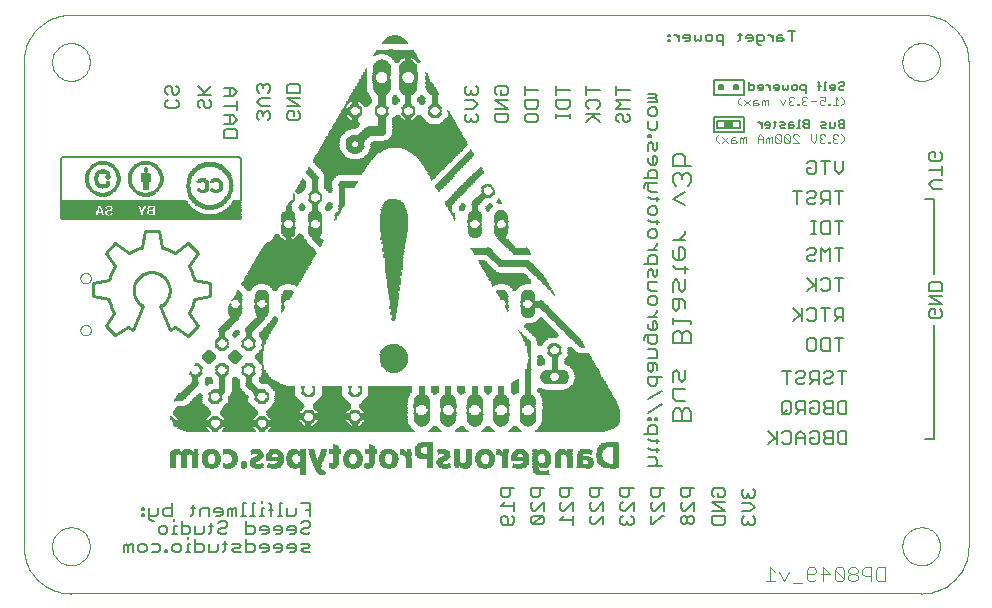
<source format=gbo>
G75*
G70*
%OFA0B0*%
%FSLAX24Y24*%
%IPPOS*%
%LPD*%
%AMOC8*
5,1,8,0,0,1.08239X$1,22.5*
%
%ADD10C,0.0060*%
%ADD11C,0.0080*%
%ADD12C,0.0050*%
%ADD13C,0.0040*%
%ADD14C,0.0000*%
%ADD15R,0.6015X0.0015*%
%ADD16R,0.6045X0.0015*%
%ADD17R,0.4395X0.0015*%
%ADD18R,0.1620X0.0015*%
%ADD19R,0.2865X0.0015*%
%ADD20R,0.0210X0.0015*%
%ADD21R,0.0975X0.0015*%
%ADD22R,0.0075X0.0015*%
%ADD23R,0.0165X0.0015*%
%ADD24R,0.1170X0.0015*%
%ADD25R,0.0180X0.0015*%
%ADD26R,0.0945X0.0015*%
%ADD27R,0.0045X0.0015*%
%ADD28R,0.1035X0.0015*%
%ADD29R,0.1785X0.0015*%
%ADD30R,0.0930X0.0015*%
%ADD31R,0.0150X0.0015*%
%ADD32R,0.0885X0.0015*%
%ADD33R,0.1650X0.0015*%
%ADD34R,0.0060X0.0015*%
%ADD35R,0.0030X0.0015*%
%ADD36R,0.0135X0.0015*%
%ADD37R,0.1185X0.0015*%
%ADD38R,0.0810X0.0015*%
%ADD39R,0.1575X0.0015*%
%ADD40R,0.0120X0.0015*%
%ADD41R,0.0915X0.0015*%
%ADD42R,0.0765X0.0015*%
%ADD43R,0.1530X0.0015*%
%ADD44R,0.1200X0.0015*%
%ADD45R,0.0735X0.0015*%
%ADD46R,0.1485X0.0015*%
%ADD47R,0.0690X0.0015*%
%ADD48R,0.1455X0.0015*%
%ADD49R,0.1110X0.0015*%
%ADD50R,0.0660X0.0015*%
%ADD51R,0.1425X0.0015*%
%ADD52R,0.1080X0.0015*%
%ADD53R,0.1215X0.0015*%
%ADD54R,0.0630X0.0015*%
%ADD55R,0.1395X0.0015*%
%ADD56R,0.0090X0.0015*%
%ADD57R,0.1020X0.0015*%
%ADD58R,0.0600X0.0015*%
%ADD59R,0.1365X0.0015*%
%ADD60R,0.0960X0.0015*%
%ADD61R,0.0585X0.0015*%
%ADD62R,0.1335X0.0015*%
%ADD63R,0.1230X0.0015*%
%ADD64R,0.0555X0.0015*%
%ADD65R,0.1320X0.0015*%
%ADD66R,0.0540X0.0015*%
%ADD67R,0.1290X0.0015*%
%ADD68R,0.0885X0.0015*%
%ADD69R,0.0225X0.0015*%
%ADD70R,0.1245X0.0015*%
%ADD71R,0.0510X0.0015*%
%ADD72R,0.0300X0.0015*%
%ADD73R,0.1275X0.0015*%
%ADD74R,0.0105X0.0015*%
%ADD75R,0.0270X0.0015*%
%ADD76R,0.0015X0.0015*%
%ADD77R,0.0495X0.0015*%
%ADD78R,0.0435X0.0015*%
%ADD79R,0.1260X0.0015*%
%ADD80R,0.0855X0.0015*%
%ADD81R,0.0480X0.0015*%
%ADD82R,0.0525X0.0015*%
%ADD83R,0.0465X0.0015*%
%ADD84R,0.0600X0.0015*%
%ADD85R,0.0450X0.0015*%
%ADD86R,0.0675X0.0015*%
%ADD87R,0.0840X0.0015*%
%ADD88R,0.0420X0.0015*%
%ADD89R,0.0735X0.0015*%
%ADD90R,0.0405X0.0015*%
%ADD91R,0.0780X0.0015*%
%ADD92R,0.0825X0.0015*%
%ADD93R,0.1155X0.0015*%
%ADD94R,0.0195X0.0015*%
%ADD95R,0.0390X0.0015*%
%ADD96R,0.2670X0.0015*%
%ADD97R,0.0375X0.0015*%
%ADD98R,0.4320X0.0015*%
%ADD99R,0.0360X0.0015*%
%ADD100R,0.0330X0.0015*%
%ADD101R,0.4305X0.0015*%
%ADD102R,0.0345X0.0015*%
%ADD103R,0.4290X0.0015*%
%ADD104R,0.0330X0.0015*%
%ADD105R,0.4275X0.0015*%
%ADD106R,0.0255X0.0015*%
%ADD107R,0.4260X0.0015*%
%ADD108R,0.0315X0.0015*%
%ADD109R,0.0240X0.0015*%
%ADD110R,0.0300X0.0015*%
%ADD111R,0.4245X0.0015*%
%ADD112R,0.0285X0.0015*%
%ADD113R,0.4230X0.0015*%
%ADD114R,0.0270X0.0015*%
%ADD115R,0.4215X0.0015*%
%ADD116R,0.0060X0.0015*%
%ADD117R,0.0360X0.0015*%
%ADD118R,0.0450X0.0015*%
%ADD119R,0.0510X0.0015*%
%ADD120R,0.0570X0.0015*%
%ADD121R,0.0555X0.0015*%
%ADD122R,0.0615X0.0015*%
%ADD123R,0.0660X0.0015*%
%ADD124R,0.0345X0.0015*%
%ADD125R,0.0390X0.0015*%
%ADD126R,0.0315X0.0015*%
%ADD127R,0.0420X0.0015*%
%ADD128R,0.0465X0.0015*%
%ADD129R,0.0375X0.0015*%
%ADD130R,0.0285X0.0015*%
%ADD131R,0.0405X0.0015*%
%ADD132R,0.0870X0.0015*%
%ADD133R,0.0720X0.0015*%
%ADD134R,0.0645X0.0015*%
%ADD135R,0.0585X0.0015*%
%ADD136R,0.0495X0.0015*%
%ADD137R,0.0540X0.0015*%
%ADD138R,0.0480X0.0015*%
%ADD139R,0.6015X0.0015*%
%ADD140R,0.5985X0.0015*%
%ADD141R,0.5955X0.0015*%
%ADD142R,0.5895X0.0015*%
%ADD143R,0.0440X0.0010*%
%ADD144R,0.0180X0.0010*%
%ADD145R,0.0210X0.0010*%
%ADD146R,0.0470X0.0010*%
%ADD147R,0.0220X0.0010*%
%ADD148R,0.0240X0.0010*%
%ADD149R,0.0480X0.0010*%
%ADD150R,0.0260X0.0010*%
%ADD151R,0.0490X0.0010*%
%ADD152R,0.0270X0.0010*%
%ADD153R,0.0500X0.0010*%
%ADD154R,0.0510X0.0010*%
%ADD155R,0.0280X0.0010*%
%ADD156R,0.0120X0.0010*%
%ADD157R,0.0250X0.0010*%
%ADD158R,0.0060X0.0010*%
%ADD159R,0.0230X0.0010*%
%ADD160R,0.0030X0.0010*%
%ADD161R,0.0200X0.0010*%
%ADD162R,0.0190X0.0010*%
%ADD163R,0.0130X0.0010*%
%ADD164R,0.0140X0.0010*%
%ADD165R,0.0170X0.0010*%
%ADD166R,0.0150X0.0010*%
%ADD167R,0.0160X0.0010*%
%ADD168R,0.0090X0.0010*%
%ADD169R,0.0100X0.0010*%
%ADD170R,0.0410X0.0010*%
%ADD171R,0.0300X0.0010*%
%ADD172R,0.0290X0.0010*%
%ADD173R,0.0380X0.0010*%
%ADD174R,0.0340X0.0010*%
%ADD175R,0.0310X0.0010*%
%ADD176R,0.0350X0.0010*%
%ADD177R,0.0320X0.0010*%
%ADD178R,0.0400X0.0010*%
%ADD179R,0.0360X0.0010*%
%ADD180R,0.0330X0.0010*%
%ADD181R,0.0370X0.0010*%
%ADD182R,0.0530X0.0010*%
%ADD183R,0.0390X0.0010*%
%ADD184R,0.0560X0.0010*%
%ADD185R,0.0450X0.0010*%
%ADD186R,0.0430X0.0010*%
%ADD187R,0.0540X0.0010*%
%ADD188R,0.0520X0.0010*%
%ADD189R,0.0550X0.0010*%
%ADD190R,0.0460X0.0010*%
%ADD191R,0.0590X0.0010*%
%ADD192R,0.0420X0.0010*%
%ADD193R,0.0600X0.0010*%
%ADD194R,0.0570X0.0010*%
%ADD195R,0.0610X0.0010*%
%ADD196R,0.0580X0.0010*%
%ADD197R,0.0630X0.0010*%
%ADD198R,0.0640X0.0010*%
%ADD199R,0.0650X0.0010*%
%ADD200R,0.0660X0.0010*%
%ADD201R,0.0110X0.0010*%
%ADD202R,0.0050X0.0010*%
%ADD203R,0.0070X0.0010*%
%ADD204R,0.0040X0.0010*%
%ADD205R,0.0020X0.0010*%
%ADD206R,0.0010X0.0010*%
%ADD207R,0.0910X0.0010*%
%ADD208R,0.0900X0.0010*%
%ADD209R,0.0080X0.0010*%
%ADD210R,0.0680X0.0010*%
%ADD211R,0.0620X0.0010*%
%ADD212R,0.2340X0.0010*%
%ADD213R,0.4900X0.0010*%
%ADD214R,0.1140X0.0010*%
%ADD215R,0.0800X0.0010*%
%ADD216R,0.2370X0.0010*%
%ADD217R,0.4860X0.0010*%
%ADD218R,0.1120X0.0010*%
%ADD219R,0.0840X0.0010*%
%ADD220R,0.2380X0.0010*%
%ADD221R,0.4850X0.0010*%
%ADD222R,0.1100X0.0010*%
%ADD223R,0.2400X0.0010*%
%ADD224R,0.4810X0.0010*%
%ADD225R,0.1080X0.0010*%
%ADD226R,0.0870X0.0010*%
%ADD227R,0.2430X0.0010*%
%ADD228R,0.4790X0.0010*%
%ADD229R,0.1060X0.0010*%
%ADD230R,0.4770X0.0010*%
%ADD231R,0.1040X0.0010*%
%ADD232R,0.2440X0.0010*%
%ADD233R,0.4750X0.0010*%
%ADD234R,0.1020X0.0010*%
%ADD235R,0.0930X0.0010*%
%ADD236R,0.2490X0.0010*%
%ADD237R,0.4730X0.0010*%
%ADD238R,0.1010X0.0010*%
%ADD239R,0.0960X0.0010*%
%ADD240R,0.1000X0.0010*%
%ADD241R,0.2500X0.0010*%
%ADD242R,0.0990X0.0010*%
%ADD243R,0.0980X0.0010*%
%ADD244R,0.2520X0.0010*%
%ADD245R,0.4680X0.0010*%
%ADD246R,0.0940X0.0010*%
%ADD247R,0.0950X0.0010*%
%ADD248R,0.0920X0.0010*%
%ADD249R,0.4670X0.0010*%
%ADD250R,0.2530X0.0010*%
%ADD251R,0.4650X0.0010*%
%ADD252R,0.2540X0.0010*%
%ADD253R,0.2570X0.0010*%
%ADD254R,0.1700X0.0010*%
%ADD255R,0.1290X0.0010*%
%ADD256R,0.1300X0.0010*%
%ADD257R,0.1350X0.0010*%
%ADD258R,0.1260X0.0010*%
%ADD259R,0.2550X0.0010*%
%ADD260R,0.1670X0.0010*%
%ADD261R,0.1280X0.0010*%
%ADD262R,0.1320X0.0010*%
%ADD263R,0.1250X0.0010*%
%ADD264R,0.1660X0.0010*%
%ADD265R,0.1310X0.0010*%
%ADD266R,0.1650X0.0010*%
%ADD267R,0.1230X0.0010*%
%ADD268R,0.1270X0.0010*%
%ADD269R,0.1640X0.0010*%
%ADD270R,0.1200X0.0010*%
%ADD271R,0.1240X0.0010*%
%ADD272R,0.2560X0.0010*%
%ADD273R,0.1620X0.0010*%
%ADD274R,0.1190X0.0010*%
%ADD275R,0.1600X0.0010*%
%ADD276R,0.1180X0.0010*%
%ADD277R,0.2590X0.0010*%
%ADD278R,0.1580X0.0010*%
%ADD279R,0.1160X0.0010*%
%ADD280R,0.1570X0.0010*%
%ADD281R,0.2580X0.0010*%
%ADD282R,0.1550X0.0010*%
%ADD283R,0.1540X0.0010*%
%ADD284R,0.1520X0.0010*%
%ADD285R,0.1510X0.0010*%
%ADD286R,0.1170X0.0010*%
%ADD287R,0.1500X0.0010*%
%ADD288R,0.1150X0.0010*%
%ADD289R,0.1490X0.0010*%
%ADD290R,0.1480X0.0010*%
%ADD291R,0.1460X0.0010*%
%ADD292R,0.1450X0.0010*%
%ADD293R,0.1130X0.0010*%
%ADD294R,0.1440X0.0010*%
%ADD295R,0.1430X0.0010*%
%ADD296R,0.1330X0.0010*%
%ADD297R,0.1340X0.0010*%
%ADD298R,0.1630X0.0010*%
%ADD299R,0.1610X0.0010*%
%ADD300R,0.0970X0.0010*%
%ADD301R,0.1030X0.0010*%
%ADD302R,0.1590X0.0010*%
%ADD303R,0.1050X0.0010*%
%ADD304R,0.1090X0.0010*%
%ADD305R,0.1110X0.0010*%
%ADD306R,0.1210X0.0010*%
%ADD307R,0.1220X0.0010*%
%ADD308R,0.1470X0.0010*%
%ADD309R,0.1070X0.0010*%
%ADD310R,0.1530X0.0010*%
%ADD311R,0.1560X0.0010*%
%ADD312R,0.0740X0.0010*%
%ADD313R,0.0730X0.0010*%
%ADD314R,0.0890X0.0010*%
%ADD315R,0.0850X0.0010*%
%ADD316R,0.0830X0.0010*%
%ADD317R,0.2510X0.0010*%
%ADD318R,0.0810X0.0010*%
%ADD319R,0.0790X0.0010*%
%ADD320R,0.0770X0.0010*%
%ADD321R,0.0760X0.0010*%
%ADD322R,0.0720X0.0010*%
%ADD323R,0.0690X0.0010*%
%ADD324R,0.2480X0.0010*%
%ADD325R,0.2470X0.0010*%
%ADD326R,0.0670X0.0010*%
%ADD327R,0.0880X0.0010*%
%ADD328R,0.2460X0.0010*%
%ADD329R,0.0860X0.0010*%
%ADD330R,0.2450X0.0010*%
%ADD331R,0.2420X0.0010*%
%ADD332R,0.1420X0.0010*%
%ADD333R,0.1410X0.0010*%
%ADD334R,0.0780X0.0010*%
%ADD335R,0.1400X0.0010*%
%ADD336R,0.0820X0.0010*%
%ADD337R,0.1390X0.0010*%
%ADD338R,0.0750X0.0010*%
%ADD339R,0.1380X0.0010*%
%ADD340R,0.0710X0.0010*%
%ADD341R,0.1370X0.0010*%
%ADD342R,0.0700X0.0010*%
%ADD343R,0.1360X0.0010*%
%ADD344R,0.2410X0.0010*%
%ADD345R,0.1900X0.0010*%
%ADD346R,0.1890X0.0010*%
%ADD347R,0.1910X0.0010*%
%ADD348R,0.1880X0.0010*%
%ADD349R,0.1870X0.0010*%
%ADD350R,0.1860X0.0010*%
%ADD351R,0.1840X0.0010*%
%ADD352R,0.1820X0.0010*%
%ADD353R,0.1800X0.0010*%
%ADD354R,0.1780X0.0010*%
%ADD355R,0.1770X0.0010*%
%ADD356R,0.1740X0.0010*%
%ADD357R,0.1730X0.0010*%
%ADD358R,0.1710X0.0010*%
%ADD359R,0.1690X0.0010*%
%ADD360R,0.1760X0.0010*%
%ADD361R,0.1790X0.0010*%
%ADD362R,0.1810X0.0010*%
%ADD363R,0.1830X0.0010*%
%ADD364R,0.1850X0.0010*%
%ADD365R,0.1920X0.0010*%
%ADD366R,0.1930X0.0010*%
%ADD367R,0.1950X0.0010*%
%ADD368R,0.1940X0.0010*%
%ADD369R,0.1720X0.0010*%
%ADD370R,0.2020X0.0010*%
%ADD371R,0.2080X0.0010*%
%ADD372R,0.2090X0.0010*%
%ADD373R,0.2160X0.0010*%
%ADD374R,0.3150X0.0010*%
%ADD375R,0.3160X0.0010*%
%ADD376R,0.3180X0.0010*%
%ADD377R,0.3190X0.0010*%
%ADD378R,0.3210X0.0010*%
%ADD379R,0.3220X0.0010*%
%ADD380R,0.3240X0.0010*%
%ADD381R,0.3250X0.0010*%
%ADD382R,0.3230X0.0010*%
%ADD383R,0.3200X0.0010*%
%ADD384R,0.3170X0.0010*%
%ADD385R,0.3130X0.0010*%
%ADD386R,0.3120X0.0010*%
%ADD387R,0.2760X0.0010*%
%ADD388R,0.2720X0.0010*%
%ADD389R,0.2690X0.0010*%
%ADD390R,0.2630X0.0010*%
%ADD391R,0.2620X0.0010*%
%ADD392R,0.2390X0.0010*%
%ADD393R,0.2360X0.0010*%
%ADD394R,0.2330X0.0010*%
%ADD395R,0.2320X0.0010*%
%ADD396R,0.2310X0.0010*%
%ADD397R,0.2290X0.0010*%
%ADD398R,0.2280X0.0010*%
%ADD399R,0.2270X0.0010*%
%ADD400R,0.2260X0.0010*%
%ADD401R,0.2250X0.0010*%
%ADD402R,0.2240X0.0010*%
%ADD403R,0.2230X0.0010*%
%ADD404R,0.2220X0.0010*%
%ADD405R,0.2200X0.0010*%
%ADD406R,0.2190X0.0010*%
%ADD407R,0.2180X0.0010*%
%ADD408R,0.2170X0.0010*%
%ADD409R,0.2140X0.0010*%
%ADD410C,0.0100*%
D10*
X008770Y004789D02*
X008770Y005009D01*
X008843Y005083D01*
X008916Y005009D01*
X008916Y004789D01*
X009063Y004789D02*
X009063Y005083D01*
X008990Y005083D01*
X008916Y005009D01*
X009230Y005009D02*
X009230Y004863D01*
X009303Y004789D01*
X009450Y004789D01*
X009524Y004863D01*
X009524Y005009D01*
X009450Y005083D01*
X009303Y005083D01*
X009230Y005009D01*
X009690Y005083D02*
X009911Y005083D01*
X009984Y005009D01*
X009984Y004863D01*
X009911Y004789D01*
X009690Y004789D01*
X010141Y004789D02*
X010214Y004789D01*
X010214Y004863D01*
X010141Y004863D01*
X010141Y004789D01*
X010381Y004863D02*
X010381Y005009D01*
X010454Y005083D01*
X010601Y005083D01*
X010674Y005009D01*
X010674Y004863D01*
X010601Y004789D01*
X010454Y004789D01*
X010381Y004863D01*
X010835Y004789D02*
X010981Y004789D01*
X010908Y004789D02*
X010908Y005083D01*
X010981Y005083D01*
X010908Y005230D02*
X010908Y005303D01*
X010908Y005389D02*
X010981Y005463D01*
X010981Y005609D01*
X010908Y005683D01*
X010688Y005683D01*
X010688Y005830D02*
X010688Y005389D01*
X010908Y005389D01*
X011148Y005389D02*
X011148Y005683D01*
X011442Y005683D02*
X011442Y005463D01*
X011368Y005389D01*
X011148Y005389D01*
X011148Y005230D02*
X011148Y004789D01*
X011368Y004789D01*
X011442Y004863D01*
X011442Y005009D01*
X011368Y005083D01*
X011148Y005083D01*
X011609Y005083D02*
X011609Y004789D01*
X011829Y004789D01*
X011902Y004863D01*
X011902Y005083D01*
X012062Y005083D02*
X012209Y005083D01*
X012136Y005156D02*
X012136Y004863D01*
X012062Y004789D01*
X012376Y004863D02*
X012449Y004936D01*
X012596Y004936D01*
X012669Y005009D01*
X012596Y005083D01*
X012376Y005083D01*
X012376Y004863D02*
X012449Y004789D01*
X012669Y004789D01*
X012836Y004789D02*
X013056Y004789D01*
X013130Y004863D01*
X013130Y005009D01*
X013056Y005083D01*
X012836Y005083D01*
X012836Y005230D02*
X012836Y004789D01*
X013296Y004936D02*
X013590Y004936D01*
X013590Y005009D02*
X013517Y005083D01*
X013370Y005083D01*
X013296Y005009D01*
X013296Y004936D01*
X013370Y004789D02*
X013517Y004789D01*
X013590Y004863D01*
X013590Y005009D01*
X013757Y005009D02*
X013757Y004936D01*
X014050Y004936D01*
X014050Y005009D02*
X013977Y005083D01*
X013830Y005083D01*
X013757Y005009D01*
X013830Y004789D02*
X013977Y004789D01*
X014050Y004863D01*
X014050Y005009D01*
X014217Y005009D02*
X014217Y004936D01*
X014511Y004936D01*
X014511Y005009D02*
X014437Y005083D01*
X014291Y005083D01*
X014217Y005009D01*
X014291Y004789D02*
X014437Y004789D01*
X014511Y004863D01*
X014511Y005009D01*
X014678Y005083D02*
X014898Y005083D01*
X014971Y005009D01*
X014898Y004936D01*
X014751Y004936D01*
X014678Y004863D01*
X014751Y004789D01*
X014971Y004789D01*
X014898Y005389D02*
X014971Y005463D01*
X014898Y005389D02*
X014751Y005389D01*
X014678Y005463D01*
X014678Y005536D01*
X014751Y005609D01*
X014898Y005609D01*
X014971Y005683D01*
X014971Y005756D01*
X014898Y005830D01*
X014751Y005830D01*
X014678Y005756D01*
X014511Y005609D02*
X014437Y005683D01*
X014291Y005683D01*
X014217Y005609D01*
X014217Y005536D01*
X014511Y005536D01*
X014511Y005463D02*
X014511Y005609D01*
X014511Y005463D02*
X014437Y005389D01*
X014291Y005389D01*
X014050Y005463D02*
X014050Y005609D01*
X013977Y005683D01*
X013830Y005683D01*
X013757Y005609D01*
X013757Y005536D01*
X014050Y005536D01*
X014050Y005463D02*
X013977Y005389D01*
X013830Y005389D01*
X013590Y005463D02*
X013590Y005609D01*
X013517Y005683D01*
X013370Y005683D01*
X013296Y005609D01*
X013296Y005536D01*
X013590Y005536D01*
X013590Y005463D02*
X013517Y005389D01*
X013370Y005389D01*
X013130Y005463D02*
X013130Y005609D01*
X013056Y005683D01*
X012836Y005683D01*
X012836Y005830D02*
X012836Y005389D01*
X013056Y005389D01*
X013130Y005463D01*
X013130Y005989D02*
X012983Y005989D01*
X013056Y005989D02*
X013056Y006430D01*
X013130Y006430D01*
X013363Y006430D02*
X013363Y006503D01*
X013363Y006283D02*
X013363Y005989D01*
X013290Y005989D02*
X013437Y005989D01*
X013670Y005989D02*
X013670Y006356D01*
X013597Y006430D01*
X013437Y006283D02*
X013363Y006283D01*
X013597Y006209D02*
X013744Y006209D01*
X013904Y005989D02*
X014050Y005989D01*
X013977Y005989D02*
X013977Y006430D01*
X014050Y006430D01*
X014217Y006283D02*
X014217Y005989D01*
X014437Y005989D01*
X014511Y006063D01*
X014511Y006283D01*
X014678Y006430D02*
X014971Y006430D01*
X014971Y005989D01*
X014971Y006209D02*
X014824Y006209D01*
X012823Y005989D02*
X012676Y005989D01*
X012749Y005989D02*
X012749Y006430D01*
X012823Y006430D01*
X012516Y006283D02*
X012443Y006283D01*
X012369Y006209D01*
X012296Y006283D01*
X012222Y006209D01*
X012222Y005989D01*
X012369Y005989D02*
X012369Y006209D01*
X012516Y006283D02*
X012516Y005989D01*
X012209Y005756D02*
X012209Y005683D01*
X012136Y005609D01*
X011989Y005609D01*
X011915Y005536D01*
X011915Y005463D01*
X011989Y005389D01*
X012136Y005389D01*
X012209Y005463D01*
X012209Y005756D02*
X012136Y005830D01*
X011989Y005830D01*
X011915Y005756D01*
X011749Y005683D02*
X011602Y005683D01*
X011675Y005756D02*
X011675Y005463D01*
X011602Y005389D01*
X010521Y005389D02*
X010374Y005389D01*
X010448Y005389D02*
X010448Y005683D01*
X010521Y005683D01*
X010448Y005830D02*
X010448Y005903D01*
X010368Y005989D02*
X010147Y005989D01*
X010074Y006063D01*
X010074Y006209D01*
X010147Y006283D01*
X010368Y006283D01*
X010368Y006430D02*
X010368Y005989D01*
X010141Y005683D02*
X009994Y005683D01*
X009921Y005609D01*
X009921Y005463D01*
X009994Y005389D01*
X010141Y005389D01*
X010214Y005463D01*
X010214Y005609D01*
X010141Y005683D01*
X009761Y005842D02*
X009687Y005842D01*
X009614Y005916D01*
X009614Y006283D01*
X009447Y006283D02*
X009447Y006209D01*
X009374Y006209D01*
X009374Y006283D01*
X009447Y006283D01*
X009447Y006063D02*
X009447Y005989D01*
X009374Y005989D01*
X009374Y006063D01*
X009447Y006063D01*
X009614Y005989D02*
X009834Y005989D01*
X009907Y006063D01*
X009907Y006283D01*
X010988Y006283D02*
X011135Y006283D01*
X011061Y006356D02*
X011061Y006063D01*
X010988Y005989D01*
X011302Y005989D02*
X011302Y006209D01*
X011375Y006283D01*
X011595Y006283D01*
X011595Y005989D01*
X011762Y006136D02*
X011762Y006209D01*
X011835Y006283D01*
X011982Y006283D01*
X012056Y006209D01*
X012056Y006063D01*
X011982Y005989D01*
X011835Y005989D01*
X011762Y006136D02*
X012056Y006136D01*
X021337Y006320D02*
X021777Y006320D01*
X021777Y006174D02*
X021777Y006467D01*
X021557Y006634D02*
X021631Y006707D01*
X021631Y006927D01*
X021777Y006927D02*
X021337Y006927D01*
X021337Y006707D01*
X021410Y006634D01*
X021557Y006634D01*
X021484Y006467D02*
X021337Y006320D01*
X021410Y006007D02*
X021484Y006007D01*
X021557Y005933D01*
X021557Y005713D01*
X021410Y005713D02*
X021337Y005787D01*
X021337Y005933D01*
X021410Y006007D01*
X021410Y005713D02*
X021704Y005713D01*
X021777Y005787D01*
X021777Y005933D01*
X021704Y006007D01*
X022332Y005938D02*
X022332Y005791D01*
X022406Y005718D01*
X022699Y006012D01*
X022772Y005938D01*
X022772Y005791D01*
X022699Y005718D01*
X022406Y005718D01*
X022332Y005938D02*
X022406Y006012D01*
X022699Y006012D01*
X022772Y006178D02*
X022772Y006472D01*
X022479Y006178D01*
X022406Y006178D01*
X022332Y006252D01*
X022332Y006399D01*
X022406Y006472D01*
X022406Y006639D02*
X022552Y006639D01*
X022626Y006712D01*
X022626Y006932D01*
X022772Y006932D02*
X022332Y006932D01*
X022332Y006712D01*
X022406Y006639D01*
X023301Y006707D02*
X023374Y006634D01*
X023521Y006634D01*
X023595Y006707D01*
X023595Y006927D01*
X023741Y006927D02*
X023301Y006927D01*
X023301Y006707D01*
X023374Y006467D02*
X023301Y006394D01*
X023301Y006247D01*
X023374Y006174D01*
X023448Y006174D01*
X023741Y006467D01*
X023741Y006174D01*
X023741Y006007D02*
X023741Y005713D01*
X023741Y005860D02*
X023301Y005860D01*
X023448Y006007D01*
X024308Y005938D02*
X024308Y005791D01*
X024381Y005718D01*
X024454Y005718D01*
X024748Y006012D01*
X024748Y005718D01*
X024381Y006012D02*
X024308Y005938D01*
X024381Y006178D02*
X024308Y006252D01*
X024308Y006399D01*
X024381Y006472D01*
X024381Y006639D02*
X024528Y006639D01*
X024601Y006712D01*
X024601Y006932D01*
X024748Y006932D02*
X024308Y006932D01*
X024308Y006712D01*
X024381Y006639D01*
X024748Y006472D02*
X024454Y006178D01*
X024381Y006178D01*
X024748Y006178D02*
X024748Y006472D01*
X025312Y006384D02*
X025386Y006457D01*
X025312Y006384D02*
X025312Y006237D01*
X025386Y006164D01*
X025459Y006164D01*
X025753Y006457D01*
X025753Y006164D01*
X025679Y005997D02*
X025753Y005924D01*
X025753Y005777D01*
X025679Y005703D01*
X025606Y005703D01*
X025533Y005777D01*
X025533Y005850D01*
X025533Y005777D02*
X025459Y005703D01*
X025386Y005703D01*
X025312Y005777D01*
X025312Y005924D01*
X025386Y005997D01*
X025386Y006624D02*
X025533Y006624D01*
X025606Y006697D01*
X025606Y006918D01*
X025753Y006918D02*
X025312Y006918D01*
X025312Y006697D01*
X025386Y006624D01*
X026332Y006712D02*
X026406Y006639D01*
X026552Y006639D01*
X026626Y006712D01*
X026626Y006932D01*
X026772Y006932D02*
X026332Y006932D01*
X026332Y006712D01*
X026406Y006472D02*
X026332Y006399D01*
X026332Y006252D01*
X026406Y006178D01*
X026479Y006178D01*
X026772Y006472D01*
X026772Y006178D01*
X026772Y006012D02*
X026699Y006012D01*
X026406Y005718D01*
X026332Y005718D01*
X026332Y006012D01*
X027327Y005938D02*
X027327Y005791D01*
X027401Y005718D01*
X027474Y005718D01*
X027547Y005791D01*
X027547Y005938D01*
X027474Y006012D01*
X027401Y006012D01*
X027327Y005938D01*
X027547Y005938D02*
X027621Y006012D01*
X027694Y006012D01*
X027768Y005938D01*
X027768Y005791D01*
X027694Y005718D01*
X027621Y005718D01*
X027547Y005791D01*
X027474Y006178D02*
X027401Y006178D01*
X027327Y006252D01*
X027327Y006399D01*
X027401Y006472D01*
X027401Y006639D02*
X027547Y006639D01*
X027621Y006712D01*
X027621Y006932D01*
X027768Y006932D02*
X027327Y006932D01*
X027327Y006712D01*
X027401Y006639D01*
X027768Y006472D02*
X027474Y006178D01*
X027768Y006178D02*
X027768Y006472D01*
X028352Y006462D02*
X028792Y006169D01*
X028352Y006169D01*
X028352Y006002D02*
X028352Y005782D01*
X028425Y005708D01*
X028719Y005708D01*
X028792Y005782D01*
X028792Y006002D01*
X028352Y006002D01*
X028352Y006462D02*
X028792Y006462D01*
X028719Y006629D02*
X028572Y006629D01*
X028572Y006776D01*
X028719Y006923D02*
X028792Y006849D01*
X028792Y006702D01*
X028719Y006629D01*
X028719Y006923D02*
X028425Y006923D01*
X028352Y006849D01*
X028352Y006702D01*
X028425Y006629D01*
X029352Y006688D02*
X029425Y006614D01*
X029499Y006614D01*
X029572Y006688D01*
X029645Y006614D01*
X029719Y006614D01*
X029792Y006688D01*
X029792Y006834D01*
X029719Y006908D01*
X029572Y006761D02*
X029572Y006688D01*
X029352Y006688D02*
X029352Y006834D01*
X029425Y006908D01*
X029352Y006447D02*
X029645Y006447D01*
X029792Y006301D01*
X029645Y006154D01*
X029352Y006154D01*
X029425Y005987D02*
X029352Y005914D01*
X029352Y005767D01*
X029425Y005693D01*
X029499Y005693D01*
X029572Y005767D01*
X029645Y005693D01*
X029719Y005693D01*
X029792Y005767D01*
X029792Y005914D01*
X029719Y005987D01*
X029572Y005840D02*
X029572Y005767D01*
X026686Y007663D02*
X026245Y007663D01*
X026465Y007663D02*
X026539Y007737D01*
X026539Y007883D01*
X026465Y007957D01*
X026245Y007957D01*
X026319Y008197D02*
X026245Y008270D01*
X026319Y008197D02*
X026612Y008197D01*
X026539Y008124D02*
X026539Y008270D01*
X026539Y008430D02*
X026539Y008577D01*
X026612Y008504D02*
X026319Y008504D01*
X026245Y008577D01*
X026245Y008737D02*
X026245Y008958D01*
X026319Y009031D01*
X026465Y009031D01*
X026539Y008958D01*
X026539Y008737D01*
X026099Y008737D01*
X026245Y009198D02*
X026319Y009198D01*
X026319Y009271D01*
X026245Y009271D01*
X026245Y009198D01*
X026465Y009198D02*
X026465Y009271D01*
X026539Y009271D01*
X026539Y009198D01*
X026465Y009198D01*
X026245Y009428D02*
X026686Y009721D01*
X026686Y010182D02*
X026245Y009888D01*
X026319Y010349D02*
X026245Y010422D01*
X026245Y010642D01*
X026686Y010642D01*
X026539Y010642D02*
X026539Y010422D01*
X026465Y010349D01*
X026319Y010349D01*
X026319Y010809D02*
X026245Y010882D01*
X026245Y011103D01*
X026465Y011103D01*
X026539Y011029D01*
X026539Y010882D01*
X026392Y010882D02*
X026392Y011103D01*
X026392Y010882D02*
X026319Y010809D01*
X026245Y011269D02*
X026539Y011269D01*
X026539Y011489D01*
X026465Y011563D01*
X026245Y011563D01*
X026319Y011730D02*
X026245Y011803D01*
X026245Y012023D01*
X026172Y012023D02*
X026539Y012023D01*
X026539Y011803D01*
X026465Y011730D01*
X026319Y011730D01*
X026099Y011876D02*
X026099Y011950D01*
X026172Y012023D01*
X026319Y012190D02*
X026245Y012263D01*
X026245Y012410D01*
X026392Y012484D02*
X026392Y012190D01*
X026319Y012190D02*
X026465Y012190D01*
X026539Y012263D01*
X026539Y012410D01*
X026465Y012484D01*
X026392Y012484D01*
X026392Y012650D02*
X026539Y012797D01*
X026539Y012871D01*
X026465Y013034D02*
X026319Y013034D01*
X026245Y013107D01*
X026245Y013254D01*
X026319Y013328D01*
X026465Y013328D01*
X026539Y013254D01*
X026539Y013107D01*
X026465Y013034D01*
X026539Y012650D02*
X026245Y012650D01*
X026319Y013494D02*
X026245Y013568D01*
X026245Y013788D01*
X026539Y013788D01*
X026465Y013955D02*
X026539Y014028D01*
X026539Y014248D01*
X026392Y014175D02*
X026392Y014028D01*
X026465Y013955D01*
X026245Y013955D02*
X026245Y014175D01*
X026319Y014248D01*
X026392Y014175D01*
X026245Y014415D02*
X026245Y014635D01*
X026319Y014709D01*
X026465Y014709D01*
X026539Y014635D01*
X026539Y014415D01*
X026099Y014415D01*
X026245Y014875D02*
X026539Y014875D01*
X026392Y014875D02*
X026539Y015022D01*
X026539Y015096D01*
X026465Y015259D02*
X026319Y015259D01*
X026245Y015332D01*
X026245Y015479D01*
X026319Y015553D01*
X026465Y015553D01*
X026539Y015479D01*
X026539Y015332D01*
X026465Y015259D01*
X026539Y015719D02*
X026539Y015866D01*
X026612Y015793D02*
X026319Y015793D01*
X026245Y015866D01*
X026319Y016026D02*
X026245Y016100D01*
X026245Y016246D01*
X026319Y016320D01*
X026465Y016320D01*
X026539Y016246D01*
X026539Y016100D01*
X026465Y016026D01*
X026319Y016026D01*
X026539Y016487D02*
X026539Y016633D01*
X026612Y016560D02*
X026319Y016560D01*
X026245Y016633D01*
X026319Y016794D02*
X026245Y016867D01*
X026245Y017087D01*
X026172Y017087D02*
X026099Y017014D01*
X026099Y016940D01*
X026172Y017087D02*
X026539Y017087D01*
X026539Y017254D02*
X026099Y017254D01*
X026245Y017254D02*
X026245Y017474D01*
X026319Y017547D01*
X026465Y017547D01*
X026539Y017474D01*
X026539Y017254D01*
X026465Y017714D02*
X026539Y017788D01*
X026539Y017934D01*
X026465Y018008D01*
X026392Y018008D01*
X026392Y017714D01*
X026319Y017714D02*
X026465Y017714D01*
X026319Y017714D02*
X026245Y017788D01*
X026245Y017934D01*
X026245Y018175D02*
X026245Y018395D01*
X026319Y018468D01*
X026392Y018395D01*
X026392Y018248D01*
X026465Y018175D01*
X026539Y018248D01*
X026539Y018468D01*
X026319Y018635D02*
X026245Y018635D01*
X026245Y018708D01*
X026319Y018708D01*
X026319Y018635D01*
X026319Y018865D02*
X026245Y018938D01*
X026245Y019159D01*
X026319Y019325D02*
X026245Y019399D01*
X026245Y019546D01*
X026319Y019619D01*
X026465Y019619D01*
X026539Y019546D01*
X026539Y019399D01*
X026465Y019325D01*
X026319Y019325D01*
X026539Y019159D02*
X026539Y018938D01*
X026465Y018865D01*
X026319Y018865D01*
X025623Y019191D02*
X025623Y019338D01*
X025550Y019412D01*
X025403Y019338D02*
X025403Y019191D01*
X025477Y019118D01*
X025550Y019118D01*
X025623Y019191D01*
X025403Y019338D02*
X025330Y019412D01*
X025256Y019412D01*
X025183Y019338D01*
X025183Y019191D01*
X025256Y019118D01*
X025183Y019578D02*
X025623Y019578D01*
X025623Y019872D02*
X025183Y019872D01*
X025330Y019725D01*
X025183Y019578D01*
X025183Y020039D02*
X025183Y020332D01*
X025183Y020186D02*
X025623Y020186D01*
X026245Y020079D02*
X026465Y020079D01*
X026539Y020006D01*
X026465Y019933D01*
X026245Y019933D01*
X026245Y019786D02*
X026539Y019786D01*
X026539Y019859D01*
X026465Y019933D01*
X024623Y019799D02*
X024623Y019652D01*
X024550Y019578D01*
X024623Y019412D02*
X024183Y019412D01*
X024256Y019578D02*
X024183Y019652D01*
X024183Y019799D01*
X024256Y019872D01*
X024550Y019872D01*
X024623Y019799D01*
X024623Y020186D02*
X024183Y020186D01*
X024183Y020332D02*
X024183Y020039D01*
X023623Y020186D02*
X023183Y020186D01*
X023183Y020332D02*
X023183Y020039D01*
X023183Y019872D02*
X023183Y019652D01*
X023256Y019578D01*
X023550Y019578D01*
X023623Y019652D01*
X023623Y019872D01*
X023183Y019872D01*
X022561Y019872D02*
X022561Y019652D01*
X022487Y019578D01*
X022194Y019578D01*
X022121Y019652D01*
X022121Y019872D01*
X022561Y019872D01*
X022561Y020186D02*
X022121Y020186D01*
X022121Y020332D02*
X022121Y020039D01*
X021561Y020112D02*
X021487Y020039D01*
X021341Y020039D01*
X021341Y020186D01*
X021487Y020332D02*
X021561Y020259D01*
X021561Y020112D01*
X021487Y020332D02*
X021194Y020332D01*
X021121Y020259D01*
X021121Y020112D01*
X021194Y020039D01*
X021121Y019872D02*
X021561Y019578D01*
X021121Y019578D01*
X021121Y019412D02*
X021121Y019191D01*
X021194Y019118D01*
X021487Y019118D01*
X021561Y019191D01*
X021561Y019412D01*
X021121Y019412D01*
X020561Y019338D02*
X020561Y019191D01*
X020487Y019118D01*
X020414Y019118D01*
X020341Y019191D01*
X020341Y019265D01*
X020341Y019191D02*
X020267Y019118D01*
X020194Y019118D01*
X020121Y019191D01*
X020121Y019338D01*
X020194Y019412D01*
X020121Y019578D02*
X020414Y019578D01*
X020561Y019725D01*
X020414Y019872D01*
X020121Y019872D01*
X020194Y020039D02*
X020267Y020039D01*
X020341Y020112D01*
X020414Y020039D01*
X020487Y020039D01*
X020561Y020112D01*
X020561Y020259D01*
X020487Y020332D01*
X020341Y020186D02*
X020341Y020112D01*
X020194Y020039D02*
X020121Y020112D01*
X020121Y020259D01*
X020194Y020332D01*
X021121Y019872D02*
X021561Y019872D01*
X022121Y019338D02*
X022194Y019412D01*
X022487Y019412D01*
X022561Y019338D01*
X022561Y019191D01*
X022487Y019118D01*
X022194Y019118D01*
X022121Y019191D01*
X022121Y019338D01*
X023183Y019338D02*
X023623Y019338D01*
X023623Y019265D02*
X023623Y019412D01*
X023183Y019412D02*
X023183Y019265D01*
X024183Y019118D02*
X024477Y019412D01*
X024403Y019338D02*
X024623Y019118D01*
X026319Y016794D02*
X026539Y016794D01*
X031070Y016833D02*
X031364Y016833D01*
X031217Y016833D02*
X031217Y016392D01*
X031531Y016466D02*
X031604Y016392D01*
X031751Y016392D01*
X031824Y016466D01*
X031751Y016613D02*
X031604Y016613D01*
X031531Y016539D01*
X031531Y016466D01*
X031751Y016613D02*
X031824Y016686D01*
X031824Y016759D01*
X031751Y016833D01*
X031604Y016833D01*
X031531Y016759D01*
X031991Y016759D02*
X031991Y016613D01*
X032065Y016539D01*
X032285Y016539D01*
X032285Y016392D02*
X032285Y016833D01*
X032065Y016833D01*
X031991Y016759D01*
X032138Y016539D02*
X031991Y016392D01*
X032065Y015833D02*
X032285Y015833D01*
X032285Y015392D01*
X032065Y015392D01*
X031991Y015466D01*
X031991Y015759D01*
X032065Y015833D01*
X031824Y015833D02*
X031678Y015833D01*
X031751Y015833D02*
X031751Y015392D01*
X031824Y015392D02*
X031678Y015392D01*
X031604Y014933D02*
X031751Y014933D01*
X031824Y014859D01*
X031824Y014786D01*
X031751Y014713D01*
X031604Y014713D01*
X031531Y014639D01*
X031531Y014566D01*
X031604Y014492D01*
X031751Y014492D01*
X031824Y014566D01*
X031991Y014492D02*
X031991Y014933D01*
X032138Y014786D01*
X032285Y014933D01*
X032285Y014492D01*
X032598Y014492D02*
X032598Y014933D01*
X032452Y014933D02*
X032745Y014933D01*
X032598Y015392D02*
X032598Y015833D01*
X032452Y015833D02*
X032745Y015833D01*
X032598Y016392D02*
X032598Y016833D01*
X032452Y016833D02*
X032745Y016833D01*
X032598Y017392D02*
X032452Y017539D01*
X032452Y017833D01*
X032285Y017833D02*
X031991Y017833D01*
X032138Y017833D02*
X032138Y017392D01*
X031824Y017466D02*
X031751Y017392D01*
X031604Y017392D01*
X031531Y017466D01*
X031531Y017613D01*
X031678Y017613D01*
X031824Y017759D02*
X031824Y017466D01*
X031824Y017759D02*
X031751Y017833D01*
X031604Y017833D01*
X031531Y017759D01*
X032598Y017392D02*
X032745Y017539D01*
X032745Y017833D01*
X035596Y017905D02*
X035596Y018052D01*
X035669Y018126D01*
X035816Y018126D01*
X035816Y017979D01*
X035963Y018126D02*
X036036Y018052D01*
X036036Y017905D01*
X035963Y017832D01*
X035669Y017832D01*
X035596Y017905D01*
X035596Y017518D02*
X036036Y017518D01*
X036036Y017372D02*
X036036Y017665D01*
X036036Y017205D02*
X035742Y017205D01*
X035596Y017058D01*
X035742Y016911D01*
X036036Y016911D01*
X032745Y013933D02*
X032452Y013933D01*
X032598Y013933D02*
X032598Y013492D01*
X032285Y013566D02*
X032285Y013859D01*
X032211Y013933D01*
X032065Y013933D01*
X031991Y013859D01*
X031824Y013933D02*
X031824Y013492D01*
X031824Y013639D02*
X031531Y013933D01*
X031751Y013713D02*
X031531Y013492D01*
X031991Y013566D02*
X032065Y013492D01*
X032211Y013492D01*
X032285Y013566D01*
X032285Y012933D02*
X031991Y012933D01*
X032138Y012933D02*
X032138Y012492D01*
X032452Y012492D02*
X032598Y012639D01*
X032525Y012639D02*
X032745Y012639D01*
X032745Y012492D02*
X032745Y012933D01*
X032525Y012933D01*
X032452Y012859D01*
X032452Y012713D01*
X032525Y012639D01*
X031824Y012566D02*
X031751Y012492D01*
X031604Y012492D01*
X031531Y012566D01*
X031364Y012639D02*
X031070Y012933D01*
X031364Y012933D02*
X031364Y012492D01*
X031291Y012713D02*
X031070Y012492D01*
X031531Y012859D02*
X031604Y012933D01*
X031751Y012933D01*
X031824Y012859D01*
X031824Y012566D01*
X031751Y011933D02*
X031604Y011933D01*
X031531Y011859D01*
X031531Y011566D01*
X031604Y011492D01*
X031751Y011492D01*
X031824Y011566D01*
X031824Y011859D01*
X031751Y011933D01*
X031991Y011859D02*
X032065Y011933D01*
X032285Y011933D01*
X032285Y011492D01*
X032065Y011492D01*
X031991Y011566D01*
X031991Y011859D01*
X032452Y011933D02*
X032745Y011933D01*
X032598Y011933D02*
X032598Y011492D01*
X032552Y010833D02*
X032845Y010833D01*
X032698Y010833D02*
X032698Y010392D01*
X032385Y010466D02*
X032311Y010392D01*
X032165Y010392D01*
X032091Y010466D01*
X032091Y010539D01*
X032165Y010613D01*
X032311Y010613D01*
X032385Y010686D01*
X032385Y010759D01*
X032311Y010833D01*
X032165Y010833D01*
X032091Y010759D01*
X031924Y010833D02*
X031704Y010833D01*
X031631Y010759D01*
X031631Y010613D01*
X031704Y010539D01*
X031924Y010539D01*
X031778Y010539D02*
X031631Y010392D01*
X031464Y010466D02*
X031391Y010392D01*
X031244Y010392D01*
X031170Y010466D01*
X031170Y010539D01*
X031244Y010613D01*
X031391Y010613D01*
X031464Y010686D01*
X031464Y010759D01*
X031391Y010833D01*
X031244Y010833D01*
X031170Y010759D01*
X031004Y010833D02*
X030710Y010833D01*
X030857Y010833D02*
X030857Y010392D01*
X030930Y009833D02*
X030784Y009833D01*
X030710Y009759D01*
X030710Y009466D01*
X030784Y009392D01*
X030930Y009392D01*
X031004Y009466D01*
X031004Y009759D01*
X030930Y009833D01*
X031170Y009759D02*
X031244Y009833D01*
X031464Y009833D01*
X031464Y009392D01*
X031464Y009539D02*
X031244Y009539D01*
X031170Y009613D01*
X031170Y009759D01*
X031317Y009539D02*
X031170Y009392D01*
X030857Y009539D02*
X030710Y009392D01*
X030784Y008833D02*
X030930Y008833D01*
X031004Y008759D01*
X031004Y008466D01*
X030930Y008392D01*
X030784Y008392D01*
X030710Y008466D01*
X030543Y008539D02*
X030250Y008833D01*
X030543Y008833D02*
X030543Y008392D01*
X030470Y008613D02*
X030250Y008392D01*
X030710Y008759D02*
X030784Y008833D01*
X031170Y008686D02*
X031170Y008392D01*
X031170Y008613D02*
X031464Y008613D01*
X031464Y008686D02*
X031317Y008833D01*
X031170Y008686D01*
X031464Y008686D02*
X031464Y008392D01*
X031631Y008466D02*
X031631Y008613D01*
X031778Y008613D01*
X031924Y008759D02*
X031924Y008466D01*
X031851Y008392D01*
X031704Y008392D01*
X031631Y008466D01*
X032091Y008466D02*
X032091Y008539D01*
X032165Y008613D01*
X032385Y008613D01*
X032385Y008833D02*
X032385Y008392D01*
X032165Y008392D01*
X032091Y008466D01*
X032165Y008613D02*
X032091Y008686D01*
X032091Y008759D01*
X032165Y008833D01*
X032385Y008833D01*
X032552Y008759D02*
X032625Y008833D01*
X032845Y008833D01*
X032845Y008392D01*
X032625Y008392D01*
X032552Y008466D01*
X032552Y008759D01*
X031924Y008759D02*
X031851Y008833D01*
X031704Y008833D01*
X031631Y008759D01*
X031704Y009392D02*
X031631Y009466D01*
X031631Y009613D01*
X031778Y009613D01*
X031924Y009759D02*
X031924Y009466D01*
X031851Y009392D01*
X031704Y009392D01*
X031631Y009759D02*
X031704Y009833D01*
X031851Y009833D01*
X031924Y009759D01*
X032091Y009759D02*
X032091Y009686D01*
X032165Y009613D01*
X032385Y009613D01*
X032385Y009833D02*
X032385Y009392D01*
X032165Y009392D01*
X032091Y009466D01*
X032091Y009539D01*
X032165Y009613D01*
X032091Y009759D02*
X032165Y009833D01*
X032385Y009833D01*
X032552Y009759D02*
X032625Y009833D01*
X032845Y009833D01*
X032845Y009392D01*
X032625Y009392D01*
X032552Y009466D01*
X032552Y009759D01*
X031924Y010392D02*
X031924Y010833D01*
X035596Y012666D02*
X035669Y012592D01*
X035963Y012592D01*
X036036Y012666D01*
X036036Y012813D01*
X035963Y012886D01*
X035816Y012886D02*
X035816Y012739D01*
X035816Y012886D02*
X035669Y012886D01*
X035596Y012813D01*
X035596Y012666D01*
X035596Y013053D02*
X036036Y013053D01*
X035596Y013346D01*
X036036Y013346D01*
X036036Y013513D02*
X035596Y013513D01*
X035596Y013733D01*
X035669Y013807D01*
X035963Y013807D01*
X036036Y013733D01*
X036036Y013513D01*
X031604Y014933D02*
X031531Y014859D01*
X026539Y013494D02*
X026319Y013494D01*
X020561Y019338D02*
X020487Y019412D01*
X014649Y019415D02*
X014649Y019268D01*
X014575Y019195D01*
X014282Y019195D01*
X014208Y019268D01*
X014208Y019415D01*
X014282Y019488D01*
X014429Y019488D01*
X014429Y019341D01*
X014575Y019488D02*
X014649Y019415D01*
X014649Y019655D02*
X014208Y019655D01*
X014208Y019949D02*
X014649Y019949D01*
X014649Y020115D02*
X014208Y020115D01*
X014208Y020336D01*
X014282Y020409D01*
X014575Y020409D01*
X014649Y020336D01*
X014649Y020115D01*
X014649Y019655D02*
X014208Y019949D01*
X013636Y019949D02*
X013343Y019949D01*
X013196Y019802D01*
X013343Y019655D01*
X013636Y019655D01*
X013563Y019488D02*
X013489Y019488D01*
X013416Y019415D01*
X013343Y019488D01*
X013269Y019488D01*
X013196Y019415D01*
X013196Y019268D01*
X013269Y019195D01*
X013416Y019341D02*
X013416Y019415D01*
X013563Y019488D02*
X013636Y019415D01*
X013636Y019268D01*
X013563Y019195D01*
X012536Y019211D02*
X012389Y019358D01*
X012096Y019358D01*
X012316Y019358D02*
X012316Y019065D01*
X012389Y019065D02*
X012536Y019211D01*
X012389Y019065D02*
X012096Y019065D01*
X012169Y018898D02*
X012096Y018824D01*
X012096Y018604D01*
X012536Y018604D01*
X012536Y018824D01*
X012463Y018898D01*
X012169Y018898D01*
X012536Y019525D02*
X012536Y019818D01*
X012536Y019672D02*
X012096Y019672D01*
X012096Y019985D02*
X012389Y019985D01*
X012536Y020132D01*
X012389Y020279D01*
X012096Y020279D01*
X012316Y020279D02*
X012316Y019985D01*
X011661Y020049D02*
X011221Y020049D01*
X011368Y020049D02*
X011661Y020342D01*
X011441Y020122D02*
X011221Y020342D01*
X010586Y020269D02*
X010586Y020122D01*
X010513Y020049D01*
X010439Y020049D01*
X010366Y020122D01*
X010366Y020269D01*
X010293Y020342D01*
X010219Y020342D01*
X010146Y020269D01*
X010146Y020122D01*
X010219Y020049D01*
X010219Y019882D02*
X010146Y019809D01*
X010146Y019662D01*
X010219Y019588D01*
X010513Y019588D01*
X010586Y019662D01*
X010586Y019809D01*
X010513Y019882D01*
X010586Y020269D02*
X010513Y020342D01*
X011221Y019809D02*
X011221Y019662D01*
X011294Y019588D01*
X011441Y019662D02*
X011441Y019809D01*
X011368Y019882D01*
X011294Y019882D01*
X011221Y019809D01*
X011441Y019662D02*
X011514Y019588D01*
X011588Y019588D01*
X011661Y019662D01*
X011661Y019809D01*
X011588Y019882D01*
X013196Y020189D02*
X013269Y020115D01*
X013196Y020189D02*
X013196Y020336D01*
X013269Y020409D01*
X013343Y020409D01*
X013416Y020336D01*
X013416Y020262D01*
X013416Y020336D02*
X013489Y020409D01*
X013563Y020409D01*
X013636Y020336D01*
X013636Y020189D01*
X013563Y020115D01*
X026912Y021822D02*
X026968Y021822D01*
X026968Y021878D01*
X026912Y021878D01*
X026912Y021822D01*
X026912Y021992D02*
X026968Y021992D01*
X026968Y022049D01*
X026912Y022049D01*
X026912Y021992D01*
X027105Y022049D02*
X027162Y022049D01*
X027275Y021935D01*
X027275Y021822D02*
X027275Y022049D01*
X027417Y021992D02*
X027417Y021935D01*
X027644Y021935D01*
X027644Y021878D02*
X027644Y021992D01*
X027587Y022049D01*
X027473Y022049D01*
X027417Y021992D01*
X027473Y021822D02*
X027587Y021822D01*
X027644Y021878D01*
X027785Y021878D02*
X027785Y022049D01*
X027785Y021878D02*
X027842Y021822D01*
X027898Y021878D01*
X027955Y021822D01*
X028012Y021878D01*
X028012Y022049D01*
X028153Y021992D02*
X028210Y022049D01*
X028323Y022049D01*
X028380Y021992D01*
X028380Y021878D01*
X028323Y021822D01*
X028210Y021822D01*
X028153Y021878D01*
X028153Y021992D01*
X028522Y021992D02*
X028522Y021878D01*
X028578Y021822D01*
X028748Y021822D01*
X028748Y021708D02*
X028748Y022049D01*
X028578Y022049D01*
X028522Y021992D01*
X029249Y022049D02*
X029362Y022049D01*
X029306Y022105D02*
X029306Y021878D01*
X029249Y021822D01*
X029504Y021935D02*
X029731Y021935D01*
X029731Y021878D02*
X029731Y021992D01*
X029674Y022049D01*
X029560Y022049D01*
X029504Y021992D01*
X029504Y021935D01*
X029560Y021822D02*
X029674Y021822D01*
X029731Y021878D01*
X029872Y021822D02*
X030042Y021822D01*
X030099Y021878D01*
X030099Y021992D01*
X030042Y022049D01*
X029872Y022049D01*
X029872Y021765D01*
X029929Y021708D01*
X029985Y021708D01*
X030236Y022049D02*
X030292Y022049D01*
X030406Y021935D01*
X030406Y021822D02*
X030406Y022049D01*
X030547Y021992D02*
X030547Y021822D01*
X030717Y021822D01*
X030774Y021878D01*
X030717Y021935D01*
X030547Y021935D01*
X030547Y021992D02*
X030604Y022049D01*
X030717Y022049D01*
X030916Y022162D02*
X031142Y022162D01*
X031029Y022162D02*
X031029Y021822D01*
D11*
X027362Y018073D02*
X027466Y017970D01*
X027466Y017659D01*
X027673Y017659D02*
X027052Y017659D01*
X027052Y017970D01*
X027156Y018073D01*
X027362Y018073D01*
X027259Y017429D02*
X027156Y017429D01*
X027052Y017325D01*
X027052Y017118D01*
X027156Y017015D01*
X027362Y017222D02*
X027362Y017325D01*
X027259Y017429D01*
X027362Y017325D02*
X027466Y017429D01*
X027569Y017429D01*
X027673Y017325D01*
X027673Y017118D01*
X027569Y017015D01*
X027466Y016784D02*
X027052Y016577D01*
X027466Y016370D01*
X027466Y015499D02*
X027466Y015396D01*
X027259Y015189D01*
X027052Y015189D02*
X027466Y015189D01*
X027362Y014958D02*
X027259Y014958D01*
X027259Y014544D01*
X027362Y014544D02*
X027466Y014648D01*
X027466Y014855D01*
X027362Y014958D01*
X027052Y014855D02*
X027052Y014648D01*
X027156Y014544D01*
X027362Y014544D01*
X027466Y014321D02*
X027466Y014115D01*
X027569Y014218D02*
X027156Y014218D01*
X027052Y014321D01*
X027156Y013884D02*
X027259Y013780D01*
X027259Y013573D01*
X027362Y013470D01*
X027466Y013573D01*
X027466Y013884D01*
X027156Y013884D02*
X027052Y013780D01*
X027052Y013470D01*
X027052Y013239D02*
X027052Y012929D01*
X027156Y012826D01*
X027259Y012929D01*
X027259Y013239D01*
X027362Y013239D02*
X027052Y013239D01*
X027362Y013239D02*
X027466Y013136D01*
X027466Y012929D01*
X027052Y012603D02*
X027052Y012396D01*
X027052Y012499D02*
X027673Y012499D01*
X027673Y012396D01*
X027569Y012165D02*
X027466Y012165D01*
X027362Y012062D01*
X027362Y011751D01*
X027052Y011751D02*
X027052Y012062D01*
X027156Y012165D01*
X027259Y012165D01*
X027362Y012062D01*
X027569Y012165D02*
X027673Y012062D01*
X027673Y011751D01*
X027052Y011751D01*
X027156Y010876D02*
X027259Y010773D01*
X027259Y010566D01*
X027362Y010462D01*
X027466Y010566D01*
X027466Y010876D01*
X027156Y010876D02*
X027052Y010773D01*
X027052Y010462D01*
X027052Y010231D02*
X027466Y010231D01*
X027466Y009818D02*
X027156Y009818D01*
X027052Y009921D01*
X027052Y010231D01*
X027156Y009587D02*
X027052Y009483D01*
X027052Y009173D01*
X027673Y009173D01*
X027673Y009483D01*
X027569Y009587D01*
X027466Y009587D01*
X027362Y009483D01*
X027362Y009173D01*
X027362Y009483D02*
X027259Y009587D01*
X027156Y009587D01*
X035466Y008562D02*
X035766Y008562D01*
X035766Y012362D01*
X035766Y014062D02*
X035766Y016562D01*
X035466Y016562D01*
D12*
X032772Y018942D02*
X032637Y018942D01*
X032592Y018987D01*
X032592Y019032D01*
X032637Y019077D01*
X032772Y019077D01*
X032637Y019077D02*
X032592Y019122D01*
X032592Y019167D01*
X032637Y019212D01*
X032772Y019212D01*
X032772Y018942D01*
X032478Y018987D02*
X032478Y019122D01*
X032478Y018987D02*
X032433Y018942D01*
X032298Y018942D01*
X032298Y019122D01*
X032183Y019077D02*
X032138Y019122D01*
X032003Y019122D01*
X032048Y019032D02*
X032138Y019032D01*
X032183Y019077D01*
X032183Y018942D02*
X032048Y018942D01*
X032003Y018987D01*
X032048Y019032D01*
X031594Y019077D02*
X031459Y019077D01*
X031414Y019032D01*
X031414Y018987D01*
X031459Y018942D01*
X031594Y018942D01*
X031594Y019212D01*
X031459Y019212D01*
X031414Y019167D01*
X031414Y019122D01*
X031459Y019077D01*
X031299Y019212D02*
X031254Y019212D01*
X031254Y018942D01*
X031299Y018942D02*
X031209Y018942D01*
X031103Y018987D02*
X031058Y019032D01*
X030923Y019032D01*
X030923Y019077D02*
X030923Y018942D01*
X031058Y018942D01*
X031103Y018987D01*
X031058Y019122D02*
X030968Y019122D01*
X030923Y019077D01*
X030808Y019077D02*
X030763Y019122D01*
X030628Y019122D01*
X030673Y019032D02*
X030763Y019032D01*
X030808Y019077D01*
X030808Y018942D02*
X030673Y018942D01*
X030628Y018987D01*
X030673Y019032D01*
X030513Y019122D02*
X030423Y019122D01*
X030468Y019167D02*
X030468Y018987D01*
X030423Y018942D01*
X030317Y018987D02*
X030317Y019077D01*
X030272Y019122D01*
X030182Y019122D01*
X030137Y019077D01*
X030137Y019032D01*
X030317Y019032D01*
X030317Y018987D02*
X030272Y018942D01*
X030182Y018942D01*
X030022Y018942D02*
X030022Y019122D01*
X029932Y019122D02*
X029887Y019122D01*
X029932Y019122D02*
X030022Y019032D01*
X029422Y018792D02*
X028422Y018792D01*
X028422Y019292D01*
X029422Y019292D01*
X029422Y018792D01*
X029297Y018917D02*
X028547Y018917D01*
X028547Y019167D01*
X029297Y019167D01*
X029297Y018917D01*
X029047Y018917D02*
X028797Y018917D01*
X028797Y018942D01*
X029047Y018942D01*
X029047Y018992D01*
X029047Y019042D01*
X028797Y019042D01*
X028797Y019092D01*
X029047Y019092D01*
X029047Y019142D01*
X028797Y019142D01*
X028797Y019092D01*
X028797Y019142D02*
X028797Y019167D01*
X029047Y019167D01*
X029047Y019142D01*
X029047Y019092D02*
X029047Y019042D01*
X029047Y018992D02*
X028797Y018992D01*
X028797Y018942D01*
X028797Y018992D02*
X028797Y019042D01*
X029047Y018942D02*
X029047Y018917D01*
X029422Y020042D02*
X028422Y020042D01*
X028422Y020542D01*
X029422Y020542D01*
X029422Y020042D01*
X029597Y020192D02*
X029732Y020192D01*
X029777Y020237D01*
X029777Y020327D01*
X029732Y020372D01*
X029597Y020372D01*
X029597Y020462D02*
X029597Y020192D01*
X029891Y020282D02*
X029891Y020327D01*
X029936Y020372D01*
X030026Y020372D01*
X030071Y020327D01*
X030071Y020237D01*
X030026Y020192D01*
X029936Y020192D01*
X029891Y020282D02*
X030071Y020282D01*
X030182Y020372D02*
X030227Y020372D01*
X030317Y020282D01*
X030317Y020192D02*
X030317Y020372D01*
X030432Y020327D02*
X030432Y020282D01*
X030612Y020282D01*
X030612Y020237D02*
X030612Y020327D01*
X030567Y020372D01*
X030477Y020372D01*
X030432Y020327D01*
X030477Y020192D02*
X030567Y020192D01*
X030612Y020237D01*
X030726Y020237D02*
X030726Y020372D01*
X030726Y020237D02*
X030771Y020192D01*
X030816Y020237D01*
X030861Y020192D01*
X030906Y020237D01*
X030906Y020372D01*
X031021Y020327D02*
X031066Y020372D01*
X031156Y020372D01*
X031201Y020327D01*
X031201Y020237D01*
X031156Y020192D01*
X031066Y020192D01*
X031021Y020237D01*
X031021Y020327D01*
X031315Y020327D02*
X031315Y020237D01*
X031361Y020192D01*
X031496Y020192D01*
X031496Y020102D02*
X031496Y020372D01*
X031361Y020372D01*
X031315Y020327D01*
X031897Y020327D02*
X031987Y020327D01*
X031942Y020417D02*
X031897Y020462D01*
X031942Y020417D02*
X031942Y020192D01*
X032093Y020192D02*
X032183Y020192D01*
X032138Y020192D02*
X032138Y020462D01*
X032183Y020462D01*
X032298Y020327D02*
X032298Y020282D01*
X032478Y020282D01*
X032478Y020237D02*
X032478Y020327D01*
X032433Y020372D01*
X032343Y020372D01*
X032298Y020327D01*
X032343Y020192D02*
X032433Y020192D01*
X032478Y020237D01*
X032592Y020237D02*
X032637Y020192D01*
X032727Y020192D01*
X032772Y020237D01*
X032727Y020327D02*
X032637Y020327D01*
X032592Y020282D01*
X032592Y020237D01*
X032727Y020327D02*
X032772Y020372D01*
X032772Y020417D01*
X032727Y020462D01*
X032637Y020462D01*
X032592Y020417D01*
X029235Y020354D02*
X029110Y020354D01*
X029110Y020342D01*
X029110Y020292D01*
X029235Y020292D01*
X029235Y020242D01*
X029110Y020242D01*
X029110Y020229D01*
X029235Y020229D01*
X029235Y020242D01*
X029235Y020292D02*
X029235Y020342D01*
X029110Y020342D01*
X029110Y020292D02*
X029110Y020242D01*
X029235Y020342D02*
X029235Y020354D01*
X028735Y020354D02*
X028610Y020354D01*
X028610Y020342D01*
X028610Y020292D01*
X028735Y020292D01*
X028735Y020242D01*
X028610Y020242D01*
X028610Y020229D01*
X028735Y020229D01*
X028735Y020242D01*
X028735Y020292D02*
X028735Y020342D01*
X028610Y020342D01*
X028610Y020292D02*
X028610Y020242D01*
X028735Y020342D02*
X028735Y020354D01*
D13*
X029246Y019874D02*
X029340Y019967D01*
X029246Y019874D02*
X029246Y019780D01*
X029340Y019687D01*
X029448Y019687D02*
X029634Y019874D01*
X029742Y019827D02*
X029742Y019687D01*
X029882Y019687D01*
X029929Y019733D01*
X029882Y019780D01*
X029742Y019780D01*
X029742Y019827D02*
X029789Y019874D01*
X029882Y019874D01*
X030037Y019827D02*
X030037Y019687D01*
X030130Y019687D02*
X030130Y019827D01*
X030084Y019874D01*
X030037Y019827D01*
X030130Y019827D02*
X030177Y019874D01*
X030224Y019874D01*
X030224Y019687D01*
X030626Y019874D02*
X030720Y019687D01*
X030813Y019874D01*
X030921Y019874D02*
X030968Y019827D01*
X030921Y019780D01*
X030921Y019733D01*
X030968Y019687D01*
X031061Y019687D01*
X031108Y019733D01*
X031208Y019733D02*
X031208Y019687D01*
X031255Y019687D01*
X031255Y019733D01*
X031208Y019733D01*
X031363Y019733D02*
X031410Y019687D01*
X031503Y019687D01*
X031550Y019733D01*
X031456Y019827D02*
X031410Y019827D01*
X031363Y019780D01*
X031363Y019733D01*
X031410Y019827D02*
X031363Y019874D01*
X031363Y019920D01*
X031410Y019967D01*
X031503Y019967D01*
X031550Y019920D01*
X031658Y019827D02*
X031844Y019827D01*
X031952Y019827D02*
X031952Y019733D01*
X031999Y019687D01*
X032092Y019687D01*
X032139Y019733D01*
X032139Y019827D02*
X032046Y019874D01*
X031999Y019874D01*
X031952Y019827D01*
X031952Y019967D02*
X032139Y019967D01*
X032139Y019827D01*
X032240Y019733D02*
X032240Y019687D01*
X032286Y019687D01*
X032286Y019733D01*
X032240Y019733D01*
X032394Y019687D02*
X032581Y019687D01*
X032488Y019687D02*
X032488Y019967D01*
X032581Y019874D01*
X032684Y019967D02*
X032777Y019874D01*
X032777Y019780D01*
X032684Y019687D01*
X032684Y018717D02*
X032777Y018624D01*
X032777Y018530D01*
X032684Y018437D01*
X032581Y018483D02*
X032534Y018437D01*
X032441Y018437D01*
X032394Y018483D01*
X032394Y018530D01*
X032441Y018577D01*
X032488Y018577D01*
X032441Y018577D02*
X032394Y018624D01*
X032394Y018670D01*
X032441Y018717D01*
X032534Y018717D01*
X032581Y018670D01*
X032286Y018483D02*
X032240Y018483D01*
X032240Y018437D01*
X032286Y018437D01*
X032286Y018483D01*
X032139Y018483D02*
X032092Y018437D01*
X031999Y018437D01*
X031952Y018483D01*
X031952Y018530D01*
X031999Y018577D01*
X032046Y018577D01*
X031999Y018577D02*
X031952Y018624D01*
X031952Y018670D01*
X031999Y018717D01*
X032092Y018717D01*
X032139Y018670D01*
X031844Y018717D02*
X031844Y018530D01*
X031751Y018437D01*
X031658Y018530D01*
X031658Y018717D01*
X031255Y018670D02*
X031208Y018717D01*
X031115Y018717D01*
X031068Y018670D01*
X031068Y018624D01*
X031255Y018437D01*
X031068Y018437D01*
X030960Y018483D02*
X030774Y018670D01*
X030774Y018483D01*
X030820Y018437D01*
X030914Y018437D01*
X030960Y018483D01*
X030960Y018670D01*
X030914Y018717D01*
X030820Y018717D01*
X030774Y018670D01*
X030666Y018670D02*
X030619Y018717D01*
X030526Y018717D01*
X030479Y018670D01*
X030666Y018483D01*
X030619Y018437D01*
X030526Y018437D01*
X030479Y018483D01*
X030479Y018670D01*
X030371Y018624D02*
X030371Y018437D01*
X030278Y018437D02*
X030278Y018577D01*
X030231Y018624D01*
X030184Y018577D01*
X030184Y018437D01*
X030076Y018437D02*
X030076Y018624D01*
X029983Y018717D01*
X029890Y018624D01*
X029890Y018437D01*
X029890Y018577D02*
X030076Y018577D01*
X030278Y018577D02*
X030324Y018624D01*
X030371Y018624D01*
X030666Y018670D02*
X030666Y018483D01*
X029487Y018437D02*
X029487Y018624D01*
X029440Y018624D01*
X029394Y018577D01*
X029347Y018624D01*
X029300Y018577D01*
X029300Y018437D01*
X029394Y018437D02*
X029394Y018577D01*
X029193Y018483D02*
X029146Y018530D01*
X029006Y018530D01*
X029006Y018577D02*
X029006Y018437D01*
X029146Y018437D01*
X029193Y018483D01*
X029146Y018624D02*
X029052Y018624D01*
X029006Y018577D01*
X028898Y018624D02*
X028711Y018437D01*
X028603Y018437D02*
X028510Y018530D01*
X028510Y018624D01*
X028603Y018717D01*
X028711Y018624D02*
X028898Y018437D01*
X029634Y019687D02*
X029448Y019874D01*
X030921Y019920D02*
X030921Y019874D01*
X030921Y019920D02*
X030968Y019967D01*
X031061Y019967D01*
X031108Y019920D01*
X031014Y019827D02*
X030968Y019827D01*
X031611Y004291D02*
X031764Y004291D01*
X031841Y004214D01*
X031841Y004137D01*
X031764Y004061D01*
X031534Y004061D01*
X031534Y004214D02*
X031534Y003907D01*
X031611Y003830D01*
X031764Y003830D01*
X031841Y003907D01*
X031994Y004061D02*
X032301Y004061D01*
X032071Y004291D01*
X032071Y003830D01*
X032455Y003907D02*
X032531Y003830D01*
X032685Y003830D01*
X032761Y003907D01*
X032455Y004214D01*
X032455Y003907D01*
X032761Y003907D02*
X032761Y004214D01*
X032685Y004291D01*
X032531Y004291D01*
X032455Y004214D01*
X032915Y004214D02*
X032915Y004137D01*
X032992Y004061D01*
X033145Y004061D01*
X033222Y004137D01*
X033222Y004214D01*
X033145Y004291D01*
X032992Y004291D01*
X032915Y004214D01*
X032992Y004061D02*
X032915Y003984D01*
X032915Y003907D01*
X032992Y003830D01*
X033145Y003830D01*
X033222Y003907D01*
X033222Y003984D01*
X033145Y004061D01*
X033375Y004061D02*
X033452Y003984D01*
X033682Y003984D01*
X033682Y003830D02*
X033682Y004291D01*
X033452Y004291D01*
X033375Y004214D01*
X033375Y004061D01*
X033836Y004214D02*
X033836Y003907D01*
X033912Y003830D01*
X034143Y003830D01*
X034143Y004291D01*
X033912Y004291D01*
X033836Y004214D01*
X031611Y004291D02*
X031534Y004214D01*
X030920Y004137D02*
X030767Y003830D01*
X030613Y004137D01*
X030460Y004137D02*
X030306Y004291D01*
X030306Y003830D01*
X030153Y003830D02*
X030460Y003830D01*
X031074Y003754D02*
X031380Y003754D01*
D14*
X035344Y003417D02*
X006997Y003417D01*
X006997Y003416D02*
X006920Y003418D01*
X006843Y003424D01*
X006766Y003433D01*
X006690Y003446D01*
X006614Y003463D01*
X006540Y003484D01*
X006466Y003508D01*
X006394Y003536D01*
X006324Y003567D01*
X006255Y003602D01*
X006187Y003640D01*
X006122Y003681D01*
X006059Y003726D01*
X005998Y003774D01*
X005939Y003824D01*
X005883Y003877D01*
X005830Y003933D01*
X005780Y003992D01*
X005732Y004053D01*
X005687Y004116D01*
X005646Y004181D01*
X005608Y004249D01*
X005573Y004318D01*
X005542Y004388D01*
X005514Y004460D01*
X005490Y004534D01*
X005469Y004608D01*
X005452Y004684D01*
X005439Y004760D01*
X005430Y004837D01*
X005424Y004914D01*
X005422Y004991D01*
X005422Y021133D01*
X006367Y021133D02*
X006369Y021183D01*
X006375Y021233D01*
X006385Y021282D01*
X006399Y021330D01*
X006416Y021377D01*
X006437Y021422D01*
X006462Y021466D01*
X006490Y021507D01*
X006522Y021546D01*
X006556Y021583D01*
X006593Y021617D01*
X006633Y021647D01*
X006675Y021674D01*
X006719Y021698D01*
X006765Y021719D01*
X006812Y021735D01*
X006860Y021748D01*
X006910Y021757D01*
X006959Y021762D01*
X007010Y021763D01*
X007060Y021760D01*
X007109Y021753D01*
X007158Y021742D01*
X007206Y021727D01*
X007252Y021709D01*
X007297Y021687D01*
X007340Y021661D01*
X007381Y021632D01*
X007420Y021600D01*
X007456Y021565D01*
X007488Y021527D01*
X007518Y021487D01*
X007545Y021444D01*
X007568Y021400D01*
X007587Y021354D01*
X007603Y021306D01*
X007615Y021257D01*
X007623Y021208D01*
X007627Y021158D01*
X007627Y021108D01*
X007623Y021058D01*
X007615Y021009D01*
X007603Y020960D01*
X007587Y020912D01*
X007568Y020866D01*
X007545Y020822D01*
X007518Y020779D01*
X007488Y020739D01*
X007456Y020701D01*
X007420Y020666D01*
X007381Y020634D01*
X007340Y020605D01*
X007297Y020579D01*
X007252Y020557D01*
X007206Y020539D01*
X007158Y020524D01*
X007109Y020513D01*
X007060Y020506D01*
X007010Y020503D01*
X006959Y020504D01*
X006910Y020509D01*
X006860Y020518D01*
X006812Y020531D01*
X006765Y020547D01*
X006719Y020568D01*
X006675Y020592D01*
X006633Y020619D01*
X006593Y020649D01*
X006556Y020683D01*
X006522Y020720D01*
X006490Y020759D01*
X006462Y020800D01*
X006437Y020844D01*
X006416Y020889D01*
X006399Y020936D01*
X006385Y020984D01*
X006375Y021033D01*
X006369Y021083D01*
X006367Y021133D01*
X005422Y021133D02*
X005424Y021210D01*
X005430Y021287D01*
X005439Y021364D01*
X005452Y021440D01*
X005469Y021516D01*
X005490Y021590D01*
X005514Y021664D01*
X005542Y021736D01*
X005573Y021806D01*
X005608Y021875D01*
X005646Y021943D01*
X005687Y022008D01*
X005732Y022071D01*
X005780Y022132D01*
X005830Y022191D01*
X005883Y022247D01*
X005939Y022300D01*
X005998Y022350D01*
X006059Y022398D01*
X006122Y022443D01*
X006187Y022484D01*
X006255Y022522D01*
X006324Y022557D01*
X006394Y022588D01*
X006466Y022616D01*
X006540Y022640D01*
X006614Y022661D01*
X006690Y022678D01*
X006766Y022691D01*
X006843Y022700D01*
X006920Y022706D01*
X006997Y022708D01*
X035344Y022708D01*
X034714Y021133D02*
X034716Y021183D01*
X034722Y021233D01*
X034732Y021282D01*
X034746Y021330D01*
X034763Y021377D01*
X034784Y021422D01*
X034809Y021466D01*
X034837Y021507D01*
X034869Y021546D01*
X034903Y021583D01*
X034940Y021617D01*
X034980Y021647D01*
X035022Y021674D01*
X035066Y021698D01*
X035112Y021719D01*
X035159Y021735D01*
X035207Y021748D01*
X035257Y021757D01*
X035306Y021762D01*
X035357Y021763D01*
X035407Y021760D01*
X035456Y021753D01*
X035505Y021742D01*
X035553Y021727D01*
X035599Y021709D01*
X035644Y021687D01*
X035687Y021661D01*
X035728Y021632D01*
X035767Y021600D01*
X035803Y021565D01*
X035835Y021527D01*
X035865Y021487D01*
X035892Y021444D01*
X035915Y021400D01*
X035934Y021354D01*
X035950Y021306D01*
X035962Y021257D01*
X035970Y021208D01*
X035974Y021158D01*
X035974Y021108D01*
X035970Y021058D01*
X035962Y021009D01*
X035950Y020960D01*
X035934Y020912D01*
X035915Y020866D01*
X035892Y020822D01*
X035865Y020779D01*
X035835Y020739D01*
X035803Y020701D01*
X035767Y020666D01*
X035728Y020634D01*
X035687Y020605D01*
X035644Y020579D01*
X035599Y020557D01*
X035553Y020539D01*
X035505Y020524D01*
X035456Y020513D01*
X035407Y020506D01*
X035357Y020503D01*
X035306Y020504D01*
X035257Y020509D01*
X035207Y020518D01*
X035159Y020531D01*
X035112Y020547D01*
X035066Y020568D01*
X035022Y020592D01*
X034980Y020619D01*
X034940Y020649D01*
X034903Y020683D01*
X034869Y020720D01*
X034837Y020759D01*
X034809Y020800D01*
X034784Y020844D01*
X034763Y020889D01*
X034746Y020936D01*
X034732Y020984D01*
X034722Y021033D01*
X034716Y021083D01*
X034714Y021133D01*
X035344Y022708D02*
X035421Y022706D01*
X035498Y022700D01*
X035575Y022691D01*
X035651Y022678D01*
X035727Y022661D01*
X035801Y022640D01*
X035875Y022616D01*
X035947Y022588D01*
X036017Y022557D01*
X036086Y022522D01*
X036154Y022484D01*
X036219Y022443D01*
X036282Y022398D01*
X036343Y022350D01*
X036402Y022300D01*
X036458Y022247D01*
X036511Y022191D01*
X036561Y022132D01*
X036609Y022071D01*
X036654Y022008D01*
X036695Y021943D01*
X036733Y021875D01*
X036768Y021806D01*
X036799Y021736D01*
X036827Y021664D01*
X036851Y021590D01*
X036872Y021516D01*
X036889Y021440D01*
X036902Y021364D01*
X036911Y021287D01*
X036917Y021210D01*
X036919Y021133D01*
X036918Y021133D02*
X036918Y004991D01*
X034714Y004991D02*
X034716Y005041D01*
X034722Y005091D01*
X034732Y005140D01*
X034746Y005188D01*
X034763Y005235D01*
X034784Y005280D01*
X034809Y005324D01*
X034837Y005365D01*
X034869Y005404D01*
X034903Y005441D01*
X034940Y005475D01*
X034980Y005505D01*
X035022Y005532D01*
X035066Y005556D01*
X035112Y005577D01*
X035159Y005593D01*
X035207Y005606D01*
X035257Y005615D01*
X035306Y005620D01*
X035357Y005621D01*
X035407Y005618D01*
X035456Y005611D01*
X035505Y005600D01*
X035553Y005585D01*
X035599Y005567D01*
X035644Y005545D01*
X035687Y005519D01*
X035728Y005490D01*
X035767Y005458D01*
X035803Y005423D01*
X035835Y005385D01*
X035865Y005345D01*
X035892Y005302D01*
X035915Y005258D01*
X035934Y005212D01*
X035950Y005164D01*
X035962Y005115D01*
X035970Y005066D01*
X035974Y005016D01*
X035974Y004966D01*
X035970Y004916D01*
X035962Y004867D01*
X035950Y004818D01*
X035934Y004770D01*
X035915Y004724D01*
X035892Y004680D01*
X035865Y004637D01*
X035835Y004597D01*
X035803Y004559D01*
X035767Y004524D01*
X035728Y004492D01*
X035687Y004463D01*
X035644Y004437D01*
X035599Y004415D01*
X035553Y004397D01*
X035505Y004382D01*
X035456Y004371D01*
X035407Y004364D01*
X035357Y004361D01*
X035306Y004362D01*
X035257Y004367D01*
X035207Y004376D01*
X035159Y004389D01*
X035112Y004405D01*
X035066Y004426D01*
X035022Y004450D01*
X034980Y004477D01*
X034940Y004507D01*
X034903Y004541D01*
X034869Y004578D01*
X034837Y004617D01*
X034809Y004658D01*
X034784Y004702D01*
X034763Y004747D01*
X034746Y004794D01*
X034732Y004842D01*
X034722Y004891D01*
X034716Y004941D01*
X034714Y004991D01*
X035344Y003416D02*
X035421Y003418D01*
X035498Y003424D01*
X035575Y003433D01*
X035651Y003446D01*
X035727Y003463D01*
X035801Y003484D01*
X035875Y003508D01*
X035947Y003536D01*
X036017Y003567D01*
X036086Y003602D01*
X036154Y003640D01*
X036219Y003681D01*
X036282Y003726D01*
X036343Y003774D01*
X036402Y003824D01*
X036458Y003877D01*
X036511Y003933D01*
X036561Y003992D01*
X036609Y004053D01*
X036654Y004116D01*
X036695Y004181D01*
X036733Y004249D01*
X036768Y004318D01*
X036799Y004388D01*
X036827Y004460D01*
X036851Y004534D01*
X036872Y004608D01*
X036889Y004684D01*
X036902Y004760D01*
X036911Y004837D01*
X036917Y004914D01*
X036919Y004991D01*
X007312Y012196D02*
X007314Y012222D01*
X007320Y012248D01*
X007330Y012273D01*
X007343Y012296D01*
X007359Y012316D01*
X007379Y012334D01*
X007401Y012349D01*
X007424Y012361D01*
X007450Y012369D01*
X007476Y012373D01*
X007502Y012373D01*
X007528Y012369D01*
X007554Y012361D01*
X007578Y012349D01*
X007599Y012334D01*
X007619Y012316D01*
X007635Y012296D01*
X007648Y012273D01*
X007658Y012248D01*
X007664Y012222D01*
X007666Y012196D01*
X007664Y012170D01*
X007658Y012144D01*
X007648Y012119D01*
X007635Y012096D01*
X007619Y012076D01*
X007599Y012058D01*
X007577Y012043D01*
X007554Y012031D01*
X007528Y012023D01*
X007502Y012019D01*
X007476Y012019D01*
X007450Y012023D01*
X007424Y012031D01*
X007400Y012043D01*
X007379Y012058D01*
X007359Y012076D01*
X007343Y012096D01*
X007330Y012119D01*
X007320Y012144D01*
X007314Y012170D01*
X007312Y012196D01*
X007312Y013929D02*
X007314Y013955D01*
X007320Y013981D01*
X007330Y014006D01*
X007343Y014029D01*
X007359Y014049D01*
X007379Y014067D01*
X007401Y014082D01*
X007424Y014094D01*
X007450Y014102D01*
X007476Y014106D01*
X007502Y014106D01*
X007528Y014102D01*
X007554Y014094D01*
X007578Y014082D01*
X007599Y014067D01*
X007619Y014049D01*
X007635Y014029D01*
X007648Y014006D01*
X007658Y013981D01*
X007664Y013955D01*
X007666Y013929D01*
X007664Y013903D01*
X007658Y013877D01*
X007648Y013852D01*
X007635Y013829D01*
X007619Y013809D01*
X007599Y013791D01*
X007577Y013776D01*
X007554Y013764D01*
X007528Y013756D01*
X007502Y013752D01*
X007476Y013752D01*
X007450Y013756D01*
X007424Y013764D01*
X007400Y013776D01*
X007379Y013791D01*
X007359Y013809D01*
X007343Y013829D01*
X007330Y013852D01*
X007320Y013877D01*
X007314Y013903D01*
X007312Y013929D01*
X006367Y004991D02*
X006369Y005041D01*
X006375Y005091D01*
X006385Y005140D01*
X006399Y005188D01*
X006416Y005235D01*
X006437Y005280D01*
X006462Y005324D01*
X006490Y005365D01*
X006522Y005404D01*
X006556Y005441D01*
X006593Y005475D01*
X006633Y005505D01*
X006675Y005532D01*
X006719Y005556D01*
X006765Y005577D01*
X006812Y005593D01*
X006860Y005606D01*
X006910Y005615D01*
X006959Y005620D01*
X007010Y005621D01*
X007060Y005618D01*
X007109Y005611D01*
X007158Y005600D01*
X007206Y005585D01*
X007252Y005567D01*
X007297Y005545D01*
X007340Y005519D01*
X007381Y005490D01*
X007420Y005458D01*
X007456Y005423D01*
X007488Y005385D01*
X007518Y005345D01*
X007545Y005302D01*
X007568Y005258D01*
X007587Y005212D01*
X007603Y005164D01*
X007615Y005115D01*
X007623Y005066D01*
X007627Y005016D01*
X007627Y004966D01*
X007623Y004916D01*
X007615Y004867D01*
X007603Y004818D01*
X007587Y004770D01*
X007568Y004724D01*
X007545Y004680D01*
X007518Y004637D01*
X007488Y004597D01*
X007456Y004559D01*
X007420Y004524D01*
X007381Y004492D01*
X007340Y004463D01*
X007297Y004437D01*
X007252Y004415D01*
X007206Y004397D01*
X007158Y004382D01*
X007109Y004371D01*
X007060Y004364D01*
X007010Y004361D01*
X006959Y004362D01*
X006910Y004367D01*
X006860Y004376D01*
X006812Y004389D01*
X006765Y004405D01*
X006719Y004426D01*
X006675Y004450D01*
X006633Y004477D01*
X006593Y004507D01*
X006556Y004541D01*
X006522Y004578D01*
X006490Y004617D01*
X006462Y004658D01*
X006437Y004702D01*
X006416Y004747D01*
X006399Y004794D01*
X006385Y004842D01*
X006375Y004891D01*
X006369Y004941D01*
X006367Y004991D01*
D15*
X009659Y015869D03*
D16*
X009659Y015884D03*
X009659Y015899D03*
X009659Y015914D03*
X009659Y015929D03*
X009659Y015944D03*
X009659Y015959D03*
X009659Y015974D03*
D17*
X010484Y015989D03*
D18*
X007447Y015989D03*
X007447Y016334D03*
D19*
X011249Y016019D03*
X011249Y016004D03*
D20*
X011107Y016499D03*
X011392Y016769D03*
X011842Y016769D03*
X012127Y016484D03*
X012112Y016469D03*
X012142Y016499D03*
X012127Y017504D03*
X011137Y017504D03*
X011122Y017489D03*
X009217Y017669D03*
X009202Y016784D03*
X009502Y016004D03*
X008062Y016919D03*
X008332Y017669D03*
D21*
X008834Y016004D03*
D22*
X009359Y016259D03*
X009509Y016244D03*
X009524Y016259D03*
X009524Y016274D03*
X008159Y016004D03*
X008114Y016139D03*
X007964Y016139D03*
X007964Y016124D03*
X008249Y017219D03*
X009494Y017444D03*
X011264Y016889D03*
X011714Y016889D03*
D23*
X011519Y016874D03*
X011504Y016859D03*
X011279Y017129D03*
X010949Y017219D03*
X010934Y017174D03*
X010964Y017264D03*
X010979Y017294D03*
X010979Y017309D03*
X010994Y017324D03*
X011009Y017354D03*
X010949Y016754D03*
X010964Y016724D03*
X010964Y016709D03*
X010979Y016694D03*
X010979Y016679D03*
X010994Y016664D03*
X010994Y016649D03*
X011009Y016634D03*
X011024Y016604D03*
X011729Y017129D03*
X011969Y017114D03*
X011969Y016874D03*
X012284Y016709D03*
X012284Y016694D03*
X012269Y016679D03*
X012269Y016664D03*
X012254Y016649D03*
X012239Y016619D03*
X012299Y016739D03*
X012314Y016784D03*
X012314Y017204D03*
X012299Y017249D03*
X012284Y017279D03*
X012284Y017294D03*
X012269Y017309D03*
X012254Y017339D03*
X009839Y017624D03*
X009494Y017519D03*
X009494Y017504D03*
X009149Y017624D03*
X009134Y017609D03*
X008414Y017609D03*
X008399Y017624D03*
X008219Y017384D03*
X008249Y017264D03*
X008219Y017054D03*
X008414Y016829D03*
X009119Y016844D03*
X009134Y016829D03*
X009824Y016814D03*
X009839Y016829D03*
X009854Y016844D03*
X009509Y016169D03*
X009479Y016034D03*
X008129Y016184D03*
X007964Y016019D03*
X007964Y016004D03*
X007709Y016829D03*
X007694Y016844D03*
X007889Y017054D03*
X007874Y017069D03*
X007859Y017099D03*
X007859Y017339D03*
X007874Y017369D03*
X007889Y017384D03*
X007694Y017609D03*
X007709Y017624D03*
D24*
X007222Y016034D03*
X007222Y016019D03*
X007222Y016004D03*
X010402Y016304D03*
D25*
X011017Y016619D03*
X011032Y016589D03*
X011047Y016574D03*
X011392Y017219D03*
X011047Y017399D03*
X011047Y017414D03*
X011062Y017429D03*
X011032Y017384D03*
X011017Y017369D03*
X011002Y017339D03*
X011632Y017774D03*
X012202Y017414D03*
X012217Y017399D03*
X012232Y017384D03*
X012232Y017369D03*
X012247Y017354D03*
X012262Y017324D03*
X011842Y017219D03*
X011962Y016859D03*
X012247Y016634D03*
X012232Y016604D03*
X012217Y016589D03*
X009802Y016799D03*
X009487Y016859D03*
X009487Y016874D03*
X009487Y016889D03*
X009487Y016904D03*
X009487Y016919D03*
X009487Y016934D03*
X009487Y016949D03*
X009487Y016964D03*
X009487Y016979D03*
X009487Y016994D03*
X009487Y017009D03*
X009487Y017024D03*
X009487Y017039D03*
X009487Y017054D03*
X009487Y017069D03*
X009487Y017084D03*
X009487Y017099D03*
X009487Y017114D03*
X009157Y016814D03*
X008392Y016814D03*
X008212Y017039D03*
X007897Y017039D03*
X007732Y016814D03*
X007747Y016799D03*
X008092Y016304D03*
X009487Y016019D03*
X008197Y017399D03*
X008377Y017639D03*
X009172Y017639D03*
X009187Y017654D03*
X009817Y017639D03*
X007732Y017639D03*
D26*
X008849Y016019D03*
D27*
X009359Y016229D03*
X008279Y016274D03*
X008114Y016094D03*
X008114Y016079D03*
X008114Y016064D03*
X008129Y016034D03*
X008144Y016019D03*
X007964Y016169D03*
X007964Y016184D03*
X008249Y017204D03*
X009494Y017594D03*
X011279Y017084D03*
X011729Y017084D03*
D28*
X012164Y016034D03*
D29*
X010709Y016034D03*
D30*
X008857Y016034D03*
X008857Y016049D03*
X008842Y016169D03*
D31*
X009367Y016319D03*
X009517Y016184D03*
X009472Y016124D03*
X009472Y016064D03*
X009472Y016049D03*
X009112Y016859D03*
X009097Y016874D03*
X009067Y016904D03*
X008482Y016904D03*
X008467Y016889D03*
X008452Y016874D03*
X008437Y016859D03*
X008422Y016844D03*
X008227Y017069D03*
X008242Y017084D03*
X008242Y017099D03*
X008242Y017114D03*
X008242Y017309D03*
X008242Y017324D03*
X008242Y017339D03*
X008227Y017369D03*
X008062Y017519D03*
X007867Y017354D03*
X007852Y017324D03*
X007852Y017309D03*
X007837Y017279D03*
X007837Y017264D03*
X007837Y017249D03*
X007837Y017234D03*
X007837Y017219D03*
X007837Y017204D03*
X007837Y017189D03*
X007837Y017174D03*
X007837Y017159D03*
X007852Y017144D03*
X007852Y017129D03*
X007852Y017114D03*
X007867Y017084D03*
X007657Y016874D03*
X007672Y016859D03*
X007642Y016889D03*
X008092Y016289D03*
X007957Y016034D03*
X009877Y016859D03*
X009907Y017549D03*
X009892Y017564D03*
X009877Y017579D03*
X009862Y017594D03*
X009847Y017609D03*
X009487Y017549D03*
X009487Y017534D03*
X009487Y017489D03*
X009112Y017594D03*
X009097Y017579D03*
X009082Y017564D03*
X008467Y017564D03*
X008452Y017579D03*
X008437Y017594D03*
X007687Y017594D03*
X007672Y017579D03*
X007657Y017564D03*
X007642Y017549D03*
X010927Y017159D03*
X010927Y017144D03*
X010927Y017129D03*
X010927Y017114D03*
X010912Y017039D03*
X010912Y017024D03*
X010912Y017009D03*
X010912Y016994D03*
X010912Y016979D03*
X010912Y016964D03*
X010912Y016949D03*
X010927Y016859D03*
X010927Y016844D03*
X010927Y016829D03*
X010927Y016814D03*
X010942Y016799D03*
X010942Y016784D03*
X010942Y016769D03*
X010957Y016739D03*
X011257Y016859D03*
X011527Y016889D03*
X011542Y016904D03*
X011542Y016919D03*
X011542Y017069D03*
X011527Y017099D03*
X011512Y017114D03*
X011722Y016859D03*
X011992Y016889D03*
X011992Y016904D03*
X011992Y016919D03*
X012007Y016964D03*
X012007Y016979D03*
X012007Y016994D03*
X012007Y017009D03*
X012007Y017024D03*
X011992Y017069D03*
X011992Y017084D03*
X011977Y017099D03*
X012322Y017159D03*
X012322Y017174D03*
X012322Y017189D03*
X012307Y017219D03*
X012307Y017234D03*
X012292Y017264D03*
X012337Y017144D03*
X012337Y017129D03*
X012337Y017114D03*
X012337Y017099D03*
X012337Y017084D03*
X012337Y017069D03*
X012337Y017054D03*
X012352Y016994D03*
X012337Y016934D03*
X012337Y016919D03*
X012337Y016904D03*
X012337Y016889D03*
X012337Y016874D03*
X012337Y016859D03*
X012337Y016844D03*
X012322Y016829D03*
X012322Y016814D03*
X012322Y016799D03*
X012307Y016769D03*
X012307Y016754D03*
X012292Y016724D03*
X010942Y017189D03*
X010942Y017204D03*
X010957Y017234D03*
X010957Y017249D03*
X010972Y017279D03*
D32*
X012239Y016049D03*
D33*
X010642Y016049D03*
D34*
X009547Y016304D03*
X009532Y016289D03*
X009367Y016244D03*
X008272Y016049D03*
X008107Y016109D03*
X008107Y016124D03*
X007957Y016154D03*
X006667Y016499D03*
X006667Y016514D03*
X006667Y016529D03*
X006667Y016544D03*
X006667Y016559D03*
X006667Y016574D03*
X006667Y016589D03*
X006667Y016604D03*
X006667Y016619D03*
X006667Y016634D03*
X006667Y016649D03*
X006667Y016664D03*
X006667Y016679D03*
X006667Y016694D03*
X006667Y016709D03*
X006667Y016724D03*
X006667Y016739D03*
X006667Y016754D03*
X006667Y016769D03*
X006667Y016784D03*
X006667Y016799D03*
X006667Y016814D03*
X006667Y016829D03*
X006667Y016844D03*
X006667Y016859D03*
X006667Y016874D03*
X006667Y016889D03*
X006667Y016904D03*
X006667Y016919D03*
X006667Y016934D03*
X006667Y016949D03*
X006667Y016964D03*
X006667Y016979D03*
X006667Y016994D03*
X006667Y017009D03*
X006667Y017024D03*
X006667Y017039D03*
X006667Y017054D03*
X006667Y017069D03*
X006667Y017084D03*
X006667Y017099D03*
X006667Y017114D03*
X006667Y017129D03*
X006667Y017144D03*
X006667Y017159D03*
X006667Y017174D03*
X006667Y017189D03*
X006667Y017204D03*
X006667Y017219D03*
X006667Y017234D03*
X006667Y017249D03*
X006667Y017264D03*
X006667Y017279D03*
X006667Y017294D03*
X006667Y017309D03*
X006667Y017324D03*
X006667Y017339D03*
X006667Y017354D03*
X006667Y017369D03*
X006667Y017384D03*
X006667Y017399D03*
X006667Y017414D03*
X006667Y017429D03*
X006667Y017444D03*
X006667Y017459D03*
X006667Y017474D03*
X006667Y017489D03*
X006667Y017504D03*
X006667Y017519D03*
X006667Y017534D03*
X006667Y017549D03*
X006667Y017564D03*
X006667Y017579D03*
X006667Y017594D03*
X006667Y017609D03*
X006667Y017624D03*
X006667Y017639D03*
X006667Y017654D03*
X006667Y017669D03*
X006667Y017684D03*
X006667Y017699D03*
X006667Y017714D03*
X006667Y017729D03*
X006667Y017744D03*
X006667Y017759D03*
X006667Y017774D03*
X006667Y017789D03*
X006667Y017804D03*
X006667Y017819D03*
X006667Y017834D03*
X006667Y017849D03*
X006667Y017864D03*
X006667Y017879D03*
X006667Y017894D03*
X006682Y017909D03*
X012637Y017909D03*
D35*
X011842Y017234D03*
X011392Y017234D03*
X011272Y016904D03*
X011722Y016904D03*
X009367Y016214D03*
X008122Y016049D03*
X007957Y016199D03*
X008062Y016904D03*
D36*
X008249Y017129D03*
X008249Y017249D03*
X008234Y017354D03*
X008504Y017504D03*
X008519Y017489D03*
X008534Y017459D03*
X008489Y017534D03*
X008474Y017549D03*
X009014Y017459D03*
X009029Y017489D03*
X009044Y017504D03*
X009044Y017519D03*
X009059Y017534D03*
X009074Y017549D03*
X009494Y017564D03*
X009494Y017474D03*
X009914Y017534D03*
X009929Y017519D03*
X009959Y017474D03*
X009974Y017444D03*
X009944Y016949D03*
X009929Y016934D03*
X009929Y016919D03*
X009914Y016904D03*
X009899Y016889D03*
X009884Y016874D03*
X009074Y016889D03*
X009059Y016919D03*
X009044Y016934D03*
X009014Y016979D03*
X008504Y016934D03*
X008489Y016919D03*
X007844Y017294D03*
X007574Y017444D03*
X007589Y017474D03*
X007604Y017504D03*
X007619Y017519D03*
X007634Y017534D03*
X007604Y016949D03*
X007619Y016919D03*
X007634Y016904D03*
X008084Y016274D03*
X008084Y016259D03*
X007964Y016049D03*
X008279Y016094D03*
X009464Y016094D03*
X009464Y016079D03*
X009464Y016109D03*
X009479Y016139D03*
X009494Y016154D03*
X009674Y016109D03*
X009674Y016094D03*
X009674Y016079D03*
X010919Y016874D03*
X010919Y016889D03*
X010919Y016904D03*
X010919Y016919D03*
X010919Y016934D03*
X010919Y017054D03*
X010919Y017069D03*
X010919Y017084D03*
X010919Y017099D03*
X011264Y017114D03*
X011534Y017084D03*
X011549Y017054D03*
X011549Y017039D03*
X011549Y017024D03*
X011549Y017009D03*
X011549Y016994D03*
X011549Y016979D03*
X011549Y016964D03*
X011549Y016949D03*
X011549Y016934D03*
X011714Y017114D03*
X011999Y017054D03*
X011999Y017039D03*
X011999Y016949D03*
X011999Y016934D03*
X012344Y016949D03*
X012344Y016964D03*
X012344Y016979D03*
X012344Y017009D03*
X012344Y017024D03*
X012344Y017039D03*
D37*
X010409Y016289D03*
X007229Y016064D03*
X007229Y016049D03*
D38*
X012277Y016064D03*
D39*
X010604Y016064D03*
D40*
X009682Y016064D03*
X009682Y016124D03*
X009682Y016214D03*
X009682Y016229D03*
X009682Y016244D03*
X009502Y016199D03*
X009367Y016304D03*
X009037Y016949D03*
X009022Y016964D03*
X009007Y016994D03*
X009007Y017009D03*
X008992Y017024D03*
X008992Y017039D03*
X008977Y017069D03*
X008977Y017084D03*
X008962Y017159D03*
X008962Y017174D03*
X008962Y017189D03*
X008962Y017249D03*
X008962Y017264D03*
X008962Y017279D03*
X008977Y017354D03*
X008977Y017369D03*
X008992Y017399D03*
X008992Y017414D03*
X009007Y017444D03*
X009022Y017474D03*
X008572Y017369D03*
X008572Y017354D03*
X008557Y017399D03*
X008557Y017414D03*
X008542Y017429D03*
X008542Y017444D03*
X008527Y017474D03*
X008497Y017519D03*
X008587Y017294D03*
X008587Y017279D03*
X008587Y017174D03*
X008587Y017159D03*
X008587Y017144D03*
X008572Y017084D03*
X008572Y017069D03*
X008557Y017039D03*
X008557Y017024D03*
X008542Y017009D03*
X008542Y016994D03*
X008527Y016979D03*
X008527Y016964D03*
X008512Y016949D03*
X008272Y016244D03*
X008272Y016229D03*
X008272Y016079D03*
X008272Y016064D03*
X008122Y016169D03*
X008092Y016229D03*
X008092Y016244D03*
X007957Y016064D03*
X007612Y016934D03*
X007597Y016964D03*
X007582Y016979D03*
X007582Y016994D03*
X007567Y017009D03*
X007567Y017024D03*
X007552Y017054D03*
X007552Y017069D03*
X007537Y017099D03*
X007537Y017114D03*
X007537Y017324D03*
X007537Y017339D03*
X007552Y017369D03*
X007552Y017384D03*
X007567Y017414D03*
X007567Y017429D03*
X007582Y017459D03*
X007597Y017489D03*
X008062Y017804D03*
X009487Y017804D03*
X009937Y017504D03*
X009952Y017489D03*
X009967Y017459D03*
X009982Y017429D03*
X009982Y017414D03*
X009997Y017399D03*
X009997Y017384D03*
X009997Y017369D03*
X010012Y017339D03*
X010012Y017324D03*
X010012Y017114D03*
X010012Y017099D03*
X009997Y017069D03*
X009997Y017054D03*
X009982Y017024D03*
X009982Y017009D03*
X009967Y016994D03*
X009967Y016979D03*
X009952Y016964D03*
X011257Y016874D03*
X011392Y016754D03*
X011707Y016874D03*
X011842Y016754D03*
D41*
X011624Y017639D03*
X008834Y016184D03*
X008864Y016094D03*
X008864Y016079D03*
X008864Y016064D03*
D42*
X012299Y016079D03*
D43*
X010582Y016079D03*
D44*
X010417Y016274D03*
X007237Y016109D03*
X007237Y016094D03*
X007237Y016079D03*
D45*
X012314Y016094D03*
D46*
X010559Y016094D03*
D47*
X012337Y016109D03*
D48*
X010544Y016109D03*
D49*
X008767Y016109D03*
D50*
X012352Y016124D03*
D51*
X010529Y016124D03*
D52*
X008782Y016124D03*
D53*
X010424Y016259D03*
X007244Y016154D03*
X007244Y016139D03*
X007244Y016124D03*
D54*
X012367Y016139D03*
D55*
X010514Y016139D03*
D56*
X009697Y016139D03*
X009697Y016199D03*
X009562Y016319D03*
X009517Y016229D03*
X009367Y016274D03*
X008107Y016154D03*
X011272Y017099D03*
X011722Y017099D03*
D57*
X008812Y016139D03*
D58*
X012382Y016154D03*
D59*
X010499Y016154D03*
D60*
X008827Y016154D03*
D61*
X012389Y016169D03*
D62*
X010484Y016169D03*
D63*
X007252Y016184D03*
X007252Y016169D03*
D64*
X012404Y016184D03*
D65*
X010477Y016184D03*
D66*
X012412Y016199D03*
D67*
X010462Y016199D03*
X007282Y016319D03*
D68*
X008834Y016214D03*
X008834Y016199D03*
X011624Y016334D03*
D69*
X012074Y016439D03*
X012089Y016454D03*
X011159Y016454D03*
X011144Y016469D03*
X011129Y016484D03*
X009749Y016769D03*
X009239Y016769D03*
X008309Y016769D03*
X007799Y016769D03*
X008159Y016199D03*
X008249Y017294D03*
X011144Y017519D03*
X011159Y017534D03*
X012089Y017534D03*
X012104Y017519D03*
D70*
X010439Y016244D03*
X007259Y016229D03*
X007259Y016214D03*
X007259Y016199D03*
D71*
X012427Y016214D03*
D72*
X011977Y016379D03*
X011632Y016214D03*
X011287Y016379D03*
X011392Y016799D03*
X011842Y016799D03*
X011842Y017189D03*
X011962Y017609D03*
X009487Y017789D03*
X009487Y017384D03*
X009487Y017129D03*
X008062Y017489D03*
X008062Y017789D03*
D73*
X007274Y016304D03*
X007274Y016289D03*
X010454Y016214D03*
D74*
X009689Y016259D03*
X009509Y016214D03*
X009359Y016289D03*
X008984Y017054D03*
X008969Y017099D03*
X008969Y017114D03*
X008969Y017129D03*
X008969Y017144D03*
X008954Y017204D03*
X008954Y017219D03*
X008954Y017234D03*
X008969Y017294D03*
X008969Y017309D03*
X008969Y017324D03*
X008969Y017339D03*
X008984Y017384D03*
X008999Y017429D03*
X008579Y017339D03*
X008579Y017324D03*
X008579Y017309D03*
X008594Y017264D03*
X008594Y017249D03*
X008594Y017234D03*
X008594Y017219D03*
X008594Y017204D03*
X008594Y017189D03*
X008579Y017129D03*
X008579Y017114D03*
X008579Y017099D03*
X008564Y017054D03*
X008564Y017384D03*
X008249Y017234D03*
X007559Y017399D03*
X007544Y017354D03*
X007529Y017309D03*
X007529Y017294D03*
X007529Y017279D03*
X007529Y017264D03*
X007529Y017249D03*
X007529Y017234D03*
X007529Y017219D03*
X007529Y017204D03*
X007529Y017189D03*
X007529Y017174D03*
X007529Y017159D03*
X007529Y017144D03*
X007529Y017129D03*
X007544Y017084D03*
X007559Y017039D03*
X008279Y016259D03*
X009494Y017459D03*
X009494Y017579D03*
X010004Y017354D03*
X010019Y017309D03*
X010019Y017294D03*
X010019Y017279D03*
X010019Y017264D03*
X010019Y017249D03*
X010019Y017234D03*
X010019Y017219D03*
X010019Y017204D03*
X010019Y017189D03*
X010019Y017174D03*
X010019Y017159D03*
X010019Y017144D03*
X010019Y017129D03*
X010004Y017084D03*
X009989Y017039D03*
D75*
X009487Y017399D03*
X008062Y016934D03*
X008182Y016214D03*
X011227Y016409D03*
X011257Y016394D03*
X011392Y016784D03*
X011842Y016784D03*
X012007Y016394D03*
X011257Y017594D03*
X011227Y017579D03*
D76*
X007964Y016229D03*
X007964Y016214D03*
D77*
X012434Y016229D03*
D78*
X011864Y016349D03*
X011624Y016229D03*
X011384Y016349D03*
X008054Y017009D03*
X008054Y017429D03*
D79*
X007267Y016274D03*
X007267Y016259D03*
X007267Y016244D03*
X010447Y016229D03*
D80*
X008834Y016229D03*
X008834Y016244D03*
X008819Y016259D03*
X008804Y016289D03*
X008789Y016304D03*
X008774Y016319D03*
D81*
X012442Y016244D03*
D82*
X011624Y016244D03*
D83*
X012449Y016259D03*
D84*
X011632Y016259D03*
X009487Y017729D03*
X008062Y017729D03*
D85*
X012457Y016274D03*
D86*
X011624Y016274D03*
D87*
X008812Y016274D03*
D88*
X012472Y016289D03*
D89*
X011624Y016289D03*
D90*
X012479Y016304D03*
X012479Y016319D03*
D91*
X011632Y016304D03*
X011632Y017684D03*
D92*
X011624Y017669D03*
X011624Y016319D03*
D93*
X010394Y016319D03*
D94*
X011054Y016559D03*
X011069Y016544D03*
X011084Y016529D03*
X011099Y016514D03*
X011489Y017129D03*
X011939Y017129D03*
X012194Y017429D03*
X012179Y017444D03*
X012164Y017459D03*
X012149Y017474D03*
X012134Y017489D03*
X011099Y017474D03*
X011084Y017459D03*
X011069Y017444D03*
X009794Y017654D03*
X009764Y017669D03*
X009779Y016784D03*
X009179Y016799D03*
X008369Y016799D03*
X008339Y016784D03*
X007769Y016784D03*
X008099Y016319D03*
X008249Y017279D03*
X007904Y017399D03*
X007784Y017669D03*
X007754Y017654D03*
X008354Y017654D03*
X012149Y016514D03*
X012164Y016529D03*
X012179Y016544D03*
X012194Y016559D03*
X012209Y016574D03*
D95*
X012487Y016334D03*
D96*
X009622Y016334D03*
D97*
X012494Y016349D03*
D98*
X008797Y016349D03*
D99*
X012502Y016364D03*
D100*
X011932Y016364D03*
X011317Y016364D03*
X011392Y016814D03*
X011392Y017174D03*
X011842Y017174D03*
X011932Y017624D03*
X009307Y017699D03*
X008242Y017699D03*
D101*
X008789Y016364D03*
D102*
X012509Y016379D03*
D103*
X008782Y016379D03*
D104*
X012517Y016394D03*
X012517Y016409D03*
D105*
X008774Y016394D03*
D106*
X009494Y016649D03*
X009269Y016754D03*
X008279Y016754D03*
X008054Y016649D03*
X007829Y016754D03*
X008054Y017504D03*
X011204Y017564D03*
X011384Y017204D03*
X012029Y017579D03*
X012044Y017564D03*
X012029Y016409D03*
X011204Y016424D03*
D107*
X008767Y016424D03*
X008767Y016409D03*
D108*
X012524Y016424D03*
D109*
X012052Y016424D03*
X011182Y016439D03*
X011842Y017204D03*
X012067Y017549D03*
X011182Y017549D03*
X009727Y017684D03*
X009247Y017684D03*
X008302Y017684D03*
X007822Y017684D03*
X009712Y016754D03*
D110*
X012532Y016454D03*
X012532Y016439D03*
D111*
X008759Y016439D03*
X008759Y016454D03*
D112*
X012539Y016469D03*
D113*
X008752Y016469D03*
D114*
X012547Y016484D03*
D115*
X008744Y016484D03*
D116*
X012652Y016499D03*
X012652Y016514D03*
X012652Y016529D03*
X012652Y016544D03*
X012652Y016559D03*
X012652Y016574D03*
X012652Y016589D03*
X012652Y016604D03*
X012652Y016619D03*
X012652Y016634D03*
X012652Y016649D03*
X012652Y016664D03*
X012652Y016679D03*
X012652Y016694D03*
X012652Y016709D03*
X012652Y016724D03*
X012652Y016739D03*
X012652Y016754D03*
X012652Y016769D03*
X012652Y016784D03*
X012652Y016799D03*
X012652Y016814D03*
X012652Y016829D03*
X012652Y016844D03*
X012652Y016859D03*
X012652Y016874D03*
X012652Y016889D03*
X012652Y016904D03*
X012652Y016919D03*
X012652Y016934D03*
X012652Y016949D03*
X012652Y016964D03*
X012652Y016979D03*
X012652Y016994D03*
X012652Y017009D03*
X012652Y017024D03*
X012652Y017039D03*
X012652Y017054D03*
X012652Y017069D03*
X012652Y017084D03*
X012652Y017099D03*
X012652Y017114D03*
X012652Y017129D03*
X012652Y017144D03*
X012652Y017159D03*
X012652Y017174D03*
X012652Y017189D03*
X012652Y017204D03*
X012652Y017219D03*
X012652Y017234D03*
X012652Y017249D03*
X012652Y017264D03*
X012652Y017279D03*
X012652Y017294D03*
X012652Y017309D03*
X012652Y017324D03*
X012652Y017339D03*
X012652Y017354D03*
X012652Y017369D03*
X012652Y017384D03*
X012652Y017399D03*
X012652Y017414D03*
X012652Y017429D03*
X012652Y017444D03*
X012652Y017459D03*
X012652Y017474D03*
X012652Y017489D03*
X012652Y017504D03*
X012652Y017519D03*
X012652Y017534D03*
X012652Y017549D03*
X012652Y017564D03*
X012652Y017579D03*
X012652Y017594D03*
X012652Y017609D03*
X012652Y017624D03*
X012652Y017639D03*
X012652Y017654D03*
X012652Y017669D03*
X012652Y017684D03*
X012652Y017699D03*
X012652Y017714D03*
X012652Y017729D03*
X012652Y017744D03*
X012652Y017759D03*
X012652Y017774D03*
X012652Y017789D03*
X012652Y017804D03*
X012652Y017819D03*
X012652Y017834D03*
X012652Y017849D03*
X012652Y017864D03*
X012652Y017879D03*
X012652Y017894D03*
D117*
X011842Y017159D03*
X011842Y016829D03*
X011392Y016829D03*
X011392Y017159D03*
X009487Y016664D03*
X008062Y016664D03*
X008062Y016964D03*
D118*
X008062Y016679D03*
X009487Y016679D03*
D119*
X009487Y016694D03*
X008062Y016694D03*
D120*
X009487Y016709D03*
D121*
X008054Y016709D03*
D122*
X008054Y016724D03*
X009494Y016724D03*
D123*
X009487Y016739D03*
X008062Y016739D03*
X011632Y017714D03*
D124*
X011324Y017624D03*
X011849Y016814D03*
X008054Y017474D03*
D125*
X008062Y016979D03*
X011392Y016844D03*
X011842Y016844D03*
X011632Y017759D03*
D126*
X011294Y017609D03*
X009674Y017699D03*
X009494Y017369D03*
X009494Y017354D03*
X009494Y017339D03*
X009494Y017324D03*
X009494Y017309D03*
X009494Y017294D03*
X009494Y017279D03*
X009494Y017264D03*
X009494Y017249D03*
X009494Y017234D03*
X009494Y017219D03*
X009494Y017204D03*
X009494Y017189D03*
X009494Y017174D03*
X009494Y017159D03*
X009494Y017144D03*
X008054Y016949D03*
X007874Y017699D03*
D127*
X008062Y016994D03*
D128*
X008054Y017024D03*
X008054Y017414D03*
D129*
X008054Y017459D03*
X011384Y017144D03*
X011849Y017144D03*
D130*
X011384Y017189D03*
X011999Y017594D03*
D131*
X009494Y017774D03*
X008054Y017774D03*
X008054Y017444D03*
D132*
X011632Y017654D03*
D133*
X011632Y017699D03*
D134*
X009494Y017714D03*
X008054Y017714D03*
D135*
X011624Y017729D03*
D136*
X011624Y017744D03*
D137*
X009487Y017744D03*
X008062Y017744D03*
D138*
X008062Y017759D03*
X009487Y017759D03*
D139*
X009659Y017924D03*
D140*
X009659Y017939D03*
D141*
X009659Y017954D03*
D142*
X009659Y017969D03*
D143*
X014249Y016034D03*
X014249Y016024D03*
X014249Y016014D03*
X014249Y015414D03*
X014249Y015404D03*
X014249Y015394D03*
X014599Y015184D03*
X015139Y015394D03*
X013809Y013664D03*
X013359Y013364D03*
X012479Y012744D03*
X012479Y012734D03*
X012479Y011334D03*
X012479Y011324D03*
X012479Y011234D03*
X011599Y011234D03*
X012559Y010094D03*
X013489Y010544D03*
X013789Y008114D03*
X013769Y007614D03*
X013199Y007664D03*
X013199Y007674D03*
X012299Y007694D03*
X012299Y007704D03*
X012299Y008064D03*
X016409Y007634D03*
X018689Y009084D03*
X019579Y009094D03*
X019419Y007694D03*
X021929Y007614D03*
X021969Y008114D03*
X022739Y007364D03*
X022739Y007354D03*
X024149Y008124D03*
X024159Y008134D03*
X022229Y009934D03*
X022649Y012424D03*
X022229Y012734D03*
X022229Y012744D03*
X022229Y013354D03*
X022229Y013364D03*
X022229Y013374D03*
X021039Y014084D03*
X020459Y015384D03*
X020459Y015394D03*
X020459Y016024D03*
X020459Y016034D03*
X021339Y016014D03*
X017759Y013784D03*
X017759Y013774D03*
X017759Y013764D03*
X017759Y013754D03*
X017759Y013744D03*
X017759Y013734D03*
X017759Y013724D03*
X017759Y013714D03*
X017759Y013704D03*
X017159Y018154D03*
X016079Y019194D03*
X016079Y019204D03*
X016649Y020184D03*
X016649Y020194D03*
X016649Y020204D03*
X017359Y020094D03*
X018249Y020094D03*
X018599Y019174D03*
X018599Y019164D03*
X019589Y019104D03*
D144*
X018699Y019744D03*
X018459Y020424D03*
X018459Y020434D03*
X018039Y020424D03*
X017569Y020424D03*
X017149Y020434D03*
X016779Y020624D03*
X016059Y019364D03*
X018919Y020434D03*
X020319Y018074D03*
X019059Y017284D03*
X019279Y016904D03*
X020059Y016334D03*
X020029Y016214D03*
X020599Y015854D03*
X020599Y015574D03*
X020599Y015564D03*
X021199Y015854D03*
X021349Y016154D03*
X021129Y013704D03*
X022809Y013754D03*
X022819Y013734D03*
X022829Y013724D03*
X022839Y013714D03*
X022639Y011744D03*
X022639Y011734D03*
X022249Y011704D03*
X022249Y011694D03*
X022249Y011684D03*
X022249Y011674D03*
X022209Y011814D03*
X022639Y011274D03*
X022249Y010854D03*
X022249Y010844D03*
X022249Y010834D03*
X021829Y010434D03*
X021519Y009684D03*
X021519Y009344D03*
X021519Y009334D03*
X021159Y009664D03*
X021159Y009674D03*
X020649Y009664D03*
X020009Y010084D03*
X019759Y009674D03*
X019399Y009674D03*
X019399Y009684D03*
X019399Y009664D03*
X018879Y009664D03*
X018519Y009684D03*
X018519Y009344D03*
X018519Y009334D03*
X019129Y008934D03*
X019129Y008924D03*
X019579Y008994D03*
X020019Y008924D03*
X020469Y008994D03*
X020899Y008924D03*
X021789Y008934D03*
X022059Y009334D03*
X022399Y009684D03*
X022479Y008154D03*
X022159Y008024D03*
X022159Y008014D03*
X022159Y008004D03*
X022149Y008034D03*
X022179Y007974D03*
X022179Y007964D03*
X022179Y007824D03*
X022179Y007814D03*
X022179Y007804D03*
X022179Y007794D03*
X022479Y007644D03*
X022479Y007634D03*
X022479Y007624D03*
X022489Y007584D03*
X022489Y007574D03*
X022489Y007564D03*
X022489Y007554D03*
X021929Y007564D03*
X021769Y007954D03*
X021769Y007964D03*
X021769Y007974D03*
X021769Y007984D03*
X021789Y008004D03*
X021789Y008014D03*
X021789Y008024D03*
X021799Y008044D03*
X021489Y008114D03*
X021489Y008124D03*
X021489Y008134D03*
X021489Y008144D03*
X021489Y008154D03*
X021279Y008134D03*
X021279Y008124D03*
X019549Y008054D03*
X019549Y008044D03*
X019549Y008034D03*
X019549Y008024D03*
X019549Y008014D03*
X019549Y008004D03*
X018069Y008124D03*
X017029Y008214D03*
X017029Y008224D03*
X017029Y008234D03*
X017029Y008244D03*
X017029Y008254D03*
X017029Y008264D03*
X017029Y008274D03*
X017029Y008284D03*
X017029Y008294D03*
X017029Y008304D03*
X017029Y008034D03*
X017029Y008024D03*
X017029Y008014D03*
X017029Y008004D03*
X017029Y007994D03*
X017029Y007984D03*
X017029Y007974D03*
X017029Y007964D03*
X017029Y007954D03*
X017029Y007944D03*
X017029Y007934D03*
X017029Y007924D03*
X017029Y007914D03*
X017029Y007904D03*
X017029Y007894D03*
X017029Y007884D03*
X017029Y007874D03*
X017029Y007864D03*
X017029Y007854D03*
X017029Y007844D03*
X017029Y007834D03*
X017029Y007824D03*
X017029Y007814D03*
X017029Y007804D03*
X017029Y007794D03*
X015349Y007924D03*
X015319Y007844D03*
X015319Y007834D03*
X015309Y007814D03*
X015309Y007804D03*
X015109Y007844D03*
X015109Y007854D03*
X015099Y007884D03*
X015099Y007894D03*
X015079Y007934D03*
X015079Y007944D03*
X015079Y007954D03*
X015079Y007964D03*
X015069Y007984D03*
X015069Y007994D03*
X015069Y008004D03*
X015049Y008034D03*
X015049Y008044D03*
X015049Y008054D03*
X014739Y008124D03*
X014739Y008134D03*
X014739Y008144D03*
X013999Y007994D03*
X013999Y007984D03*
X013999Y007974D03*
X013999Y007964D03*
X013999Y007954D03*
X013989Y008004D03*
X013989Y008014D03*
X013999Y007824D03*
X013999Y007814D03*
X013999Y007804D03*
X013999Y007794D03*
X013599Y007974D03*
X013599Y007984D03*
X013599Y007994D03*
X013609Y008004D03*
X013609Y008014D03*
X013629Y008044D03*
X013629Y008054D03*
X013059Y007764D03*
X013059Y007754D03*
X013059Y007744D03*
X013059Y007734D03*
X013229Y007574D03*
X011899Y007934D03*
X010399Y007944D03*
X010399Y007954D03*
X010399Y007964D03*
X010399Y007974D03*
X010399Y007984D03*
X010399Y007934D03*
X010399Y007924D03*
X010399Y007914D03*
X010399Y007904D03*
X010399Y007894D03*
X010399Y007884D03*
X010399Y007874D03*
X010399Y007864D03*
X010399Y007854D03*
X010399Y007844D03*
X010399Y007834D03*
X010399Y007824D03*
X010399Y007814D03*
X010399Y007804D03*
X010399Y007794D03*
X010399Y007784D03*
X010399Y007774D03*
X010399Y007764D03*
X010399Y007754D03*
X010399Y007744D03*
X010399Y007734D03*
X010399Y007724D03*
X010399Y007714D03*
X010399Y007704D03*
X010399Y007694D03*
X010399Y007684D03*
X010399Y007674D03*
X010399Y007664D03*
X010399Y007654D03*
X010399Y007644D03*
X010399Y007634D03*
X010399Y007624D03*
X010399Y007614D03*
X010399Y007604D03*
X010399Y007594D03*
X010399Y007584D03*
X011989Y010074D03*
X012479Y010574D03*
X013299Y011164D03*
X013299Y011174D03*
X013299Y011394D03*
X013449Y011874D03*
X013449Y011884D03*
X013809Y012554D03*
X013509Y013194D03*
X013809Y013544D03*
X013809Y013554D03*
X012919Y013544D03*
X012589Y013384D03*
X012519Y012114D03*
X013449Y010734D03*
X017749Y012694D03*
X017749Y012704D03*
X017749Y012714D03*
X017749Y012724D03*
X017749Y012734D03*
X017749Y012744D03*
X017749Y012754D03*
X017749Y012764D03*
X015279Y015064D03*
X014629Y015334D03*
X014629Y015344D03*
X014389Y015564D03*
X014389Y015574D03*
X014389Y015854D03*
X015009Y015854D03*
X015279Y015854D03*
X015279Y015574D03*
X015279Y015564D03*
X015009Y015564D03*
X013879Y015334D03*
X014269Y016294D03*
X014269Y016304D03*
X014739Y017094D03*
X014739Y017104D03*
X015619Y016834D03*
X015619Y016374D03*
X016009Y016334D03*
X016009Y016324D03*
X023649Y011554D03*
X024039Y011624D03*
X024039Y011634D03*
X023629Y008184D03*
X023629Y008174D03*
X023629Y008164D03*
X023629Y008154D03*
X023629Y008144D03*
X023629Y008134D03*
X023629Y008124D03*
X023979Y008034D03*
X023959Y007614D03*
X023949Y007604D03*
X023949Y007594D03*
X023949Y007584D03*
X023229Y007584D03*
X023229Y007594D03*
X023229Y007604D03*
X023229Y007614D03*
X023229Y007624D03*
X023229Y007634D03*
X023229Y007644D03*
X023229Y007654D03*
X023229Y007664D03*
X023229Y007674D03*
X023229Y007684D03*
X023229Y007694D03*
X023229Y007704D03*
X023229Y007714D03*
X023229Y007724D03*
X023229Y007734D03*
X023229Y007744D03*
X023229Y007754D03*
X023229Y007764D03*
X023229Y007774D03*
X023229Y007784D03*
X023229Y007794D03*
X023229Y007804D03*
X023229Y007814D03*
X023229Y007824D03*
X023229Y007834D03*
X023229Y007844D03*
X023229Y007854D03*
X023229Y007864D03*
X023229Y007874D03*
X023229Y007884D03*
X023229Y007894D03*
X023229Y007904D03*
X023229Y007914D03*
X023229Y007924D03*
X023229Y007934D03*
X023229Y007944D03*
X023229Y007954D03*
X023229Y007964D03*
X015379Y007364D03*
X015379Y007354D03*
D145*
X015364Y007374D03*
X015264Y007524D03*
X015244Y007544D03*
X015214Y007614D03*
X015214Y007624D03*
X014724Y007604D03*
X014724Y007594D03*
X014724Y007584D03*
X014724Y007574D03*
X014724Y007564D03*
X014724Y007554D03*
X014724Y007544D03*
X014724Y007534D03*
X014724Y007524D03*
X014724Y007514D03*
X014724Y007504D03*
X014724Y007494D03*
X014724Y007484D03*
X014724Y007474D03*
X014724Y007464D03*
X014724Y007454D03*
X014724Y007444D03*
X014724Y007434D03*
X014724Y007424D03*
X014724Y007414D03*
X014724Y007404D03*
X014724Y007394D03*
X014724Y007384D03*
X014724Y007374D03*
X014724Y007364D03*
X014724Y007354D03*
X014724Y007784D03*
X014724Y007794D03*
X014724Y007804D03*
X014724Y007814D03*
X014724Y007824D03*
X014724Y007834D03*
X014724Y007844D03*
X014724Y007854D03*
X014724Y007864D03*
X014724Y007874D03*
X014724Y007884D03*
X014724Y007894D03*
X014724Y007904D03*
X014724Y007914D03*
X014724Y007924D03*
X014724Y007934D03*
X014724Y007944D03*
X014724Y007954D03*
X014724Y007964D03*
X014724Y007974D03*
X014724Y007984D03*
X015034Y008084D03*
X015034Y008094D03*
X015034Y008104D03*
X015034Y008114D03*
X015024Y008124D03*
X015024Y008134D03*
X015024Y008144D03*
X015024Y008154D03*
X015024Y008164D03*
X015394Y008064D03*
X015394Y008054D03*
X015394Y008044D03*
X015384Y008004D03*
X015414Y008094D03*
X015414Y008104D03*
X015414Y008114D03*
X015424Y008134D03*
X015424Y008144D03*
X015424Y008154D03*
X015444Y008174D03*
X015444Y008184D03*
X015834Y007754D03*
X015824Y007744D03*
X015814Y007734D03*
X016194Y007774D03*
X016194Y007784D03*
X016194Y007794D03*
X016204Y007754D03*
X016214Y007744D03*
X016224Y007734D03*
X016174Y007894D03*
X016194Y007974D03*
X016194Y007984D03*
X016194Y007994D03*
X016204Y008004D03*
X016204Y008014D03*
X016214Y008024D03*
X016224Y008034D03*
X016384Y008194D03*
X016574Y008054D03*
X016584Y008044D03*
X016594Y008024D03*
X016594Y008014D03*
X016614Y007994D03*
X016614Y007984D03*
X016614Y007974D03*
X016614Y007794D03*
X016614Y007784D03*
X016614Y007774D03*
X016594Y007744D03*
X017014Y007744D03*
X017024Y008054D03*
X017374Y007974D03*
X017394Y008004D03*
X017394Y008014D03*
X017394Y008024D03*
X017404Y008034D03*
X017584Y008194D03*
X017784Y008034D03*
X017794Y008004D03*
X017794Y007994D03*
X017794Y007984D03*
X017814Y007954D03*
X017814Y007944D03*
X017814Y007934D03*
X017814Y007924D03*
X017814Y007914D03*
X017814Y007854D03*
X017814Y007844D03*
X017814Y007834D03*
X017814Y007824D03*
X017814Y007814D03*
X017794Y007774D03*
X017794Y007764D03*
X017784Y007754D03*
X017394Y007764D03*
X017374Y007794D03*
X018244Y007934D03*
X018244Y007944D03*
X018244Y007954D03*
X018244Y007964D03*
X018564Y008074D03*
X018564Y008084D03*
X018564Y008094D03*
X018564Y008104D03*
X018574Y008064D03*
X018564Y008214D03*
X018564Y008224D03*
X018564Y008234D03*
X018564Y008244D03*
X018574Y008254D03*
X019384Y008194D03*
X019294Y007774D03*
X019884Y007774D03*
X019884Y007764D03*
X020254Y007764D03*
X020254Y007774D03*
X020584Y007814D03*
X020584Y007824D03*
X020584Y007834D03*
X020584Y007844D03*
X020584Y007854D03*
X020584Y007864D03*
X020584Y007874D03*
X020584Y007884D03*
X020584Y007894D03*
X020584Y007904D03*
X020584Y007914D03*
X020584Y007924D03*
X020584Y007934D03*
X020584Y007944D03*
X020584Y007954D03*
X020604Y007994D03*
X020604Y008004D03*
X020614Y008014D03*
X020604Y007764D03*
X020614Y007754D03*
X020994Y007734D03*
X021004Y007744D03*
X021004Y007754D03*
X021004Y007764D03*
X021014Y007774D03*
X021024Y007784D03*
X021024Y007794D03*
X021024Y007804D03*
X021024Y007814D03*
X021024Y007824D03*
X021034Y007854D03*
X021034Y007864D03*
X021034Y007874D03*
X021034Y007884D03*
X021034Y007894D03*
X021034Y007904D03*
X021034Y007914D03*
X021024Y007944D03*
X021024Y007954D03*
X021024Y007964D03*
X021024Y007974D03*
X021004Y008014D03*
X021004Y008024D03*
X020994Y008034D03*
X020804Y008194D03*
X021454Y007974D03*
X021454Y007964D03*
X021474Y007594D03*
X021474Y007584D03*
X021814Y008064D03*
X022494Y008004D03*
X022494Y007994D03*
X022494Y007774D03*
X022494Y007764D03*
X022504Y007524D03*
X022894Y007774D03*
X022894Y007784D03*
X022894Y007794D03*
X022894Y007804D03*
X022904Y007814D03*
X022914Y007824D03*
X022914Y007834D03*
X022914Y007844D03*
X022914Y007854D03*
X022914Y007864D03*
X022914Y007874D03*
X022914Y007884D03*
X022914Y007894D03*
X022914Y007904D03*
X022914Y007914D03*
X022914Y007924D03*
X022914Y007934D03*
X022914Y007944D03*
X022894Y007974D03*
X022894Y007984D03*
X022894Y007994D03*
X022894Y008004D03*
X022884Y008014D03*
X023244Y008014D03*
X023244Y008024D03*
X023244Y008004D03*
X023614Y007994D03*
X023614Y007984D03*
X023614Y007974D03*
X023974Y007734D03*
X024324Y007734D03*
X024324Y007724D03*
X024324Y007804D03*
X024624Y007884D03*
X024624Y007894D03*
X024624Y007904D03*
X024624Y007914D03*
X024624Y007924D03*
X024654Y007824D03*
X024624Y008094D03*
X024624Y008104D03*
X024624Y008114D03*
X024624Y008124D03*
X024624Y008134D03*
X024624Y008144D03*
X025164Y008144D03*
X025164Y008154D03*
X025164Y008164D03*
X025164Y008174D03*
X025164Y008184D03*
X025164Y008194D03*
X025164Y008204D03*
X025164Y008214D03*
X025164Y008224D03*
X025164Y008234D03*
X025164Y008244D03*
X025164Y008254D03*
X025164Y008264D03*
X025164Y008274D03*
X025164Y008134D03*
X025164Y008124D03*
X025164Y008114D03*
X025164Y008104D03*
X025164Y008094D03*
X025164Y008084D03*
X025164Y008074D03*
X025164Y008064D03*
X025164Y008054D03*
X025164Y008044D03*
X025164Y008034D03*
X025164Y008024D03*
X025164Y008014D03*
X025164Y008004D03*
X025164Y007994D03*
X025164Y007984D03*
X025164Y007974D03*
X025164Y007964D03*
X025164Y007954D03*
X025164Y007944D03*
X025164Y007934D03*
X025164Y007924D03*
X025164Y007914D03*
X025164Y007904D03*
X025164Y007894D03*
X025164Y007884D03*
X025164Y007874D03*
X025164Y007864D03*
X025164Y007854D03*
X025164Y007844D03*
X025164Y007834D03*
X025164Y007824D03*
X025164Y007814D03*
X025164Y007804D03*
X025164Y007794D03*
X025164Y007784D03*
X025164Y007774D03*
X025164Y007764D03*
X025164Y007754D03*
X025164Y007744D03*
X025164Y007734D03*
X025164Y007724D03*
X025164Y007714D03*
X025054Y007564D03*
X022234Y008994D03*
X021784Y008904D03*
X020904Y008904D03*
X021174Y009684D03*
X021334Y010034D03*
X021334Y010044D03*
X021334Y010054D03*
X021334Y010064D03*
X021334Y010074D03*
X021334Y010084D03*
X021334Y010094D03*
X021334Y010104D03*
X021334Y010114D03*
X021334Y010124D03*
X021334Y010134D03*
X021334Y010144D03*
X021334Y010154D03*
X021334Y010164D03*
X021334Y010174D03*
X021334Y010184D03*
X021334Y010194D03*
X021334Y010204D03*
X021334Y010214D03*
X021334Y010224D03*
X021334Y010234D03*
X021334Y010244D03*
X021334Y010254D03*
X021334Y010264D03*
X021334Y010274D03*
X021334Y010284D03*
X021334Y010294D03*
X021794Y010094D03*
X022654Y010194D03*
X022234Y010804D03*
X022654Y011244D03*
X023124Y011244D03*
X023124Y011254D03*
X023124Y011264D03*
X023124Y011274D03*
X023124Y011234D03*
X023124Y011224D03*
X023124Y011214D03*
X023124Y011204D03*
X023124Y011194D03*
X023124Y011184D03*
X023124Y011174D03*
X023124Y011164D03*
X023124Y011154D03*
X023124Y011144D03*
X023124Y011134D03*
X023124Y011124D03*
X023124Y011114D03*
X023124Y011104D03*
X023124Y011094D03*
X023124Y011084D03*
X023124Y011074D03*
X023124Y011064D03*
X023124Y011054D03*
X023124Y011044D03*
X023124Y011034D03*
X023124Y011024D03*
X023124Y011014D03*
X023124Y011004D03*
X023124Y010994D03*
X023124Y010984D03*
X023124Y010974D03*
X023124Y010964D03*
X023124Y010954D03*
X023124Y010944D03*
X023124Y010934D03*
X023124Y010924D03*
X023124Y010914D03*
X023124Y010904D03*
X023124Y010894D03*
X023124Y010884D03*
X023124Y010874D03*
X023124Y010864D03*
X023124Y010854D03*
X023664Y011524D03*
X023964Y011714D03*
X023964Y011724D03*
X023974Y011704D03*
X023994Y011684D03*
X022654Y011764D03*
X022234Y011764D03*
X022234Y011754D03*
X022224Y011784D03*
X020464Y010284D03*
X020464Y010274D03*
X020464Y010264D03*
X020464Y010254D03*
X020464Y010244D03*
X020464Y010234D03*
X020464Y010224D03*
X020464Y010214D03*
X020464Y010204D03*
X020464Y010194D03*
X020464Y010184D03*
X020464Y010174D03*
X020464Y010164D03*
X020464Y010154D03*
X020464Y010144D03*
X020464Y010134D03*
X020464Y010124D03*
X020464Y010114D03*
X020464Y010104D03*
X020464Y010094D03*
X020464Y010084D03*
X020464Y010074D03*
X020464Y010064D03*
X020464Y010054D03*
X020464Y010044D03*
X020464Y010034D03*
X020464Y010024D03*
X019744Y009684D03*
X019584Y010034D03*
X019584Y010044D03*
X019584Y010054D03*
X019584Y010064D03*
X019584Y010074D03*
X019584Y010084D03*
X019584Y010094D03*
X019584Y010104D03*
X019584Y010114D03*
X019584Y010124D03*
X019584Y010134D03*
X019584Y010144D03*
X019584Y010154D03*
X019584Y010164D03*
X019584Y010174D03*
X019584Y010184D03*
X019584Y010194D03*
X019584Y010204D03*
X019584Y010214D03*
X019584Y010224D03*
X019584Y010234D03*
X019584Y010244D03*
X019584Y010254D03*
X019584Y010264D03*
X019584Y010274D03*
X019584Y010284D03*
X019124Y010094D03*
X018694Y010094D03*
X018694Y010104D03*
X018694Y010114D03*
X018694Y010124D03*
X018694Y010134D03*
X018694Y010144D03*
X018694Y010154D03*
X018694Y010164D03*
X018694Y010174D03*
X018694Y010184D03*
X018694Y010194D03*
X018694Y010204D03*
X018694Y010214D03*
X018694Y010224D03*
X018694Y010234D03*
X018694Y010244D03*
X018694Y010254D03*
X018694Y010264D03*
X018694Y010274D03*
X018694Y010284D03*
X018694Y010084D03*
X018694Y010074D03*
X018694Y010064D03*
X018694Y010054D03*
X018694Y010044D03*
X018864Y009684D03*
X019134Y008904D03*
X020014Y008904D03*
X016464Y008974D03*
X016464Y008984D03*
X016464Y008994D03*
X016464Y009004D03*
X016464Y009014D03*
X016464Y009024D03*
X016464Y009034D03*
X016464Y009044D03*
X016464Y009054D03*
X014914Y009054D03*
X014914Y008994D03*
X014914Y008984D03*
X014914Y008974D03*
X014914Y008964D03*
X014314Y008014D03*
X014304Y008004D03*
X014304Y007994D03*
X014284Y007954D03*
X014284Y007944D03*
X014284Y007934D03*
X014284Y007924D03*
X014284Y007914D03*
X014284Y007904D03*
X014284Y007894D03*
X014284Y007884D03*
X014284Y007874D03*
X014284Y007864D03*
X014284Y007854D03*
X014284Y007844D03*
X014284Y007834D03*
X014304Y007764D03*
X013784Y008204D03*
X013644Y008064D03*
X013314Y007994D03*
X013294Y008064D03*
X013154Y008194D03*
X013074Y007794D03*
X013074Y007704D03*
X012754Y007724D03*
X012754Y007734D03*
X012454Y007794D03*
X012454Y007804D03*
X012454Y007814D03*
X012454Y007824D03*
X012444Y007784D03*
X012454Y007954D03*
X012454Y007964D03*
X012444Y007984D03*
X011884Y007984D03*
X011884Y007994D03*
X011884Y008004D03*
X011884Y007774D03*
X011884Y007764D03*
X011874Y007734D03*
X011494Y007734D03*
X011484Y007764D03*
X011464Y007814D03*
X011464Y007954D03*
X011464Y007964D03*
X011464Y007974D03*
X011484Y007994D03*
X011484Y008004D03*
X011494Y008014D03*
X011674Y008194D03*
X011134Y007994D03*
X011134Y007984D03*
X010884Y008184D03*
X010764Y007994D03*
X010764Y007984D03*
X010524Y008184D03*
X010414Y008034D03*
X011814Y009294D03*
X011814Y009724D03*
X011274Y009964D03*
X011274Y009974D03*
X011134Y010434D03*
X011134Y010444D03*
X011134Y010454D03*
X011134Y010464D03*
X011134Y010474D03*
X011134Y010484D03*
X011134Y010494D03*
X011134Y010504D03*
X011134Y010514D03*
X011134Y010524D03*
X011134Y010534D03*
X011134Y010544D03*
X011134Y010554D03*
X011134Y010564D03*
X011134Y010574D03*
X011134Y010584D03*
X011134Y010594D03*
X011224Y010994D03*
X011594Y011114D03*
X011594Y011444D03*
X012044Y011504D03*
X012474Y011444D03*
X012474Y011114D03*
X012034Y011064D03*
X011584Y010554D03*
X011574Y010394D03*
X012924Y010444D03*
X012924Y010454D03*
X012924Y010464D03*
X012924Y010474D03*
X012924Y010484D03*
X012924Y010494D03*
X012924Y010504D03*
X012924Y010514D03*
X012924Y010524D03*
X012924Y010534D03*
X012924Y010544D03*
X012924Y010554D03*
X012924Y010564D03*
X012924Y010574D03*
X012924Y010584D03*
X012924Y010594D03*
X012924Y010604D03*
X012924Y010614D03*
X012924Y011064D03*
X013284Y011194D03*
X013284Y011204D03*
X013284Y011364D03*
X013454Y011914D03*
X012924Y011954D03*
X012924Y011964D03*
X012924Y011974D03*
X012924Y011984D03*
X012924Y011994D03*
X012924Y012004D03*
X012924Y012014D03*
X012924Y012024D03*
X012924Y012034D03*
X012924Y012044D03*
X012924Y012054D03*
X012924Y012064D03*
X012924Y012074D03*
X012924Y012084D03*
X012924Y012094D03*
X012924Y012104D03*
X012924Y012114D03*
X012504Y012084D03*
X012484Y012004D03*
X013744Y012434D03*
X013804Y012524D03*
X013804Y012534D03*
X012594Y013354D03*
X012924Y013554D03*
X012924Y013564D03*
X013374Y013494D03*
X013804Y013564D03*
X014254Y013494D03*
X015274Y015084D03*
X014634Y015304D03*
X014254Y015244D03*
X014254Y015234D03*
X014254Y015224D03*
X014254Y015214D03*
X014254Y015204D03*
X014254Y015194D03*
X013884Y015294D03*
X013884Y015304D03*
X014254Y016154D03*
X014254Y016164D03*
X014254Y016174D03*
X014254Y016184D03*
X014254Y016194D03*
X014254Y016204D03*
X014254Y016214D03*
X014254Y016224D03*
X014254Y016234D03*
X014254Y016244D03*
X014694Y016314D03*
X014704Y016234D03*
X015144Y016234D03*
X015144Y016244D03*
X015144Y016254D03*
X015144Y016264D03*
X015144Y016274D03*
X015144Y016284D03*
X015144Y016294D03*
X015144Y016304D03*
X015144Y016314D03*
X015144Y016324D03*
X015144Y016334D03*
X015144Y016344D03*
X015144Y016354D03*
X015144Y016364D03*
X015144Y016374D03*
X015144Y016224D03*
X015144Y016214D03*
X015144Y016204D03*
X015144Y016194D03*
X015144Y016184D03*
X015144Y016174D03*
X015144Y016164D03*
X015144Y016154D03*
X015604Y016344D03*
X016024Y016374D03*
X016024Y016384D03*
X016024Y016394D03*
X016024Y016404D03*
X016024Y016414D03*
X016024Y016424D03*
X016024Y016434D03*
X016024Y016444D03*
X016024Y016454D03*
X016024Y016464D03*
X016024Y016474D03*
X016024Y016484D03*
X016024Y016494D03*
X016024Y016504D03*
X016024Y016514D03*
X016024Y016524D03*
X016024Y016534D03*
X016024Y016544D03*
X016024Y016554D03*
X016024Y016564D03*
X016024Y016574D03*
X016024Y016584D03*
X016024Y016594D03*
X016024Y016604D03*
X016024Y016614D03*
X016024Y016624D03*
X016024Y016634D03*
X016024Y016644D03*
X016024Y016654D03*
X016024Y016664D03*
X016024Y016674D03*
X016024Y016684D03*
X016024Y016694D03*
X016024Y016704D03*
X016024Y016714D03*
X016024Y016724D03*
X016024Y016734D03*
X016024Y016744D03*
X016024Y016754D03*
X016024Y016764D03*
X016024Y016774D03*
X016024Y016784D03*
X016024Y016794D03*
X016024Y016804D03*
X016024Y016814D03*
X016024Y016824D03*
X016024Y016834D03*
X016024Y016844D03*
X016024Y016854D03*
X016024Y016864D03*
X016024Y016874D03*
X016024Y016884D03*
X016024Y016894D03*
X016024Y016904D03*
X016024Y016914D03*
X016024Y016924D03*
X016024Y016934D03*
X015604Y016864D03*
X015144Y016864D03*
X015144Y016874D03*
X015144Y016884D03*
X015144Y016894D03*
X015144Y016904D03*
X015144Y016914D03*
X015144Y016924D03*
X015144Y016934D03*
X015144Y016944D03*
X015144Y016954D03*
X015144Y016964D03*
X015144Y016974D03*
X015144Y016984D03*
X015144Y016994D03*
X015144Y017004D03*
X015144Y017014D03*
X015144Y017024D03*
X015144Y017034D03*
X015144Y017044D03*
X015144Y017054D03*
X015144Y017064D03*
X015144Y017074D03*
X015144Y017084D03*
X015144Y017094D03*
X015144Y017104D03*
X015144Y017114D03*
X015144Y017124D03*
X015144Y017134D03*
X015144Y017144D03*
X015144Y017154D03*
X015144Y017164D03*
X015144Y017174D03*
X015144Y017184D03*
X015144Y017194D03*
X015144Y017204D03*
X015144Y017214D03*
X014974Y017474D03*
X014724Y017054D03*
X014724Y017044D03*
X014724Y017034D03*
X015144Y016854D03*
X015144Y016844D03*
X015144Y016834D03*
X015144Y016824D03*
X015144Y016814D03*
X016264Y018314D03*
X016264Y018324D03*
X016264Y018334D03*
X016284Y018304D03*
X016264Y018414D03*
X016264Y018424D03*
X016264Y018434D03*
X016674Y018434D03*
X016684Y018404D03*
X016684Y018394D03*
X016684Y018384D03*
X016684Y018374D03*
X016684Y018364D03*
X016684Y018354D03*
X016684Y018344D03*
X016464Y019164D03*
X016464Y019174D03*
X016464Y019184D03*
X016464Y019194D03*
X016464Y019204D03*
X016464Y019214D03*
X016464Y019224D03*
X016464Y019234D03*
X016464Y019244D03*
X016464Y019724D03*
X016464Y019734D03*
X016464Y019744D03*
X016464Y019754D03*
X016464Y019764D03*
X016464Y019774D03*
X016464Y019784D03*
X017814Y019774D03*
X017814Y019904D03*
X017814Y019914D03*
X017814Y019924D03*
X018244Y019934D03*
X018244Y019944D03*
X018244Y019954D03*
X018244Y019964D03*
X018244Y019974D03*
X018244Y019984D03*
X018244Y019994D03*
X018244Y020004D03*
X018244Y019904D03*
X018244Y019894D03*
X018244Y019884D03*
X018244Y019874D03*
X018244Y019864D03*
X018244Y019854D03*
X018244Y019844D03*
X018244Y019834D03*
X018244Y019824D03*
X018244Y019814D03*
X018244Y019804D03*
X018244Y019794D03*
X018244Y019784D03*
X018244Y019774D03*
X018244Y019764D03*
X018244Y019754D03*
X018244Y019744D03*
X018244Y019734D03*
X018684Y019934D03*
X019134Y019934D03*
X019134Y019944D03*
X019134Y019954D03*
X019134Y019964D03*
X019134Y019974D03*
X019134Y019984D03*
X019134Y019994D03*
X019134Y020004D03*
X019134Y020014D03*
X019134Y019924D03*
X019134Y019914D03*
X019134Y019904D03*
X019134Y019894D03*
X019134Y019884D03*
X019134Y019874D03*
X019134Y019864D03*
X019134Y019854D03*
X019134Y019844D03*
X019134Y019834D03*
X019134Y019824D03*
X019134Y019814D03*
X019134Y019804D03*
X019134Y019794D03*
X019134Y019784D03*
X019134Y019774D03*
X019134Y019764D03*
X019134Y019754D03*
X019134Y019744D03*
X019134Y019734D03*
X019134Y019724D03*
X019134Y019714D03*
X019134Y019704D03*
X019134Y019264D03*
X019134Y019254D03*
X018604Y019274D03*
X018244Y019254D03*
X018244Y019244D03*
X018244Y019234D03*
X018244Y019224D03*
X018244Y019214D03*
X018244Y019204D03*
X018244Y019194D03*
X018244Y019184D03*
X018244Y019174D03*
X018244Y019164D03*
X018934Y020414D03*
X018484Y021224D03*
X018474Y021234D03*
X018244Y021234D03*
X018244Y021244D03*
X018244Y021224D03*
X018244Y021214D03*
X018244Y021204D03*
X018244Y021194D03*
X018244Y021184D03*
X018244Y021174D03*
X017364Y021164D03*
X016764Y020594D03*
X016764Y020584D03*
X016764Y020574D03*
X020314Y018054D03*
X020644Y017494D03*
X019284Y016924D03*
X020044Y016304D03*
X020044Y016294D03*
X020044Y016284D03*
X020034Y016244D03*
X020034Y016234D03*
X020464Y016234D03*
X020464Y016244D03*
X020464Y016254D03*
X020464Y016264D03*
X020464Y016274D03*
X020464Y016284D03*
X020464Y016294D03*
X020464Y016304D03*
X020464Y016314D03*
X020464Y016324D03*
X020464Y016334D03*
X020464Y016224D03*
X020464Y016214D03*
X020464Y016204D03*
X020464Y016194D03*
X020464Y016184D03*
X020464Y016174D03*
X020464Y016164D03*
X020464Y016154D03*
X020914Y016244D03*
X020724Y016694D03*
X017754Y016534D03*
X020694Y014494D03*
X021334Y013494D03*
X022764Y013804D03*
X017754Y012864D03*
X017754Y012854D03*
X017754Y012844D03*
X017754Y012834D03*
X017754Y012824D03*
X017754Y012814D03*
X017754Y012804D03*
X017754Y012794D03*
X017754Y012784D03*
X017754Y011694D03*
X013464Y010684D03*
X013374Y009294D03*
X013754Y007574D03*
D146*
X013784Y007644D03*
X013784Y007654D03*
X013784Y007664D03*
X011684Y007664D03*
X011684Y007654D03*
X011684Y008124D03*
X011164Y009734D03*
X012574Y010064D03*
X011594Y011254D03*
X011594Y011264D03*
X011594Y011294D03*
X011594Y011304D03*
X011594Y011314D03*
X013364Y012774D03*
X013364Y012784D03*
X013364Y012794D03*
X013364Y012804D03*
X013364Y012814D03*
X013364Y012824D03*
X013364Y012834D03*
X013364Y012844D03*
X013364Y012854D03*
X013364Y012864D03*
X013364Y012874D03*
X013364Y012884D03*
X013364Y012894D03*
X013364Y013204D03*
X013364Y013214D03*
X013364Y013224D03*
X013364Y013234D03*
X013364Y013244D03*
X013364Y013254D03*
X013364Y013264D03*
X013364Y013274D03*
X013364Y013284D03*
X013364Y013294D03*
X013364Y013304D03*
X013364Y013314D03*
X013364Y013324D03*
X013364Y013334D03*
X017754Y013894D03*
X021344Y015424D03*
X021344Y015434D03*
X021344Y015444D03*
X021344Y015454D03*
X021344Y015464D03*
X021344Y015474D03*
X021344Y015484D03*
X021344Y015494D03*
X021344Y015504D03*
X021344Y015514D03*
X021344Y015524D03*
X021344Y015534D03*
X021344Y015544D03*
X021344Y015554D03*
X021344Y015864D03*
X021344Y015874D03*
X021344Y015884D03*
X021344Y015894D03*
X021344Y015904D03*
X021344Y015914D03*
X021344Y015924D03*
X021344Y015934D03*
X021344Y015944D03*
X021344Y015954D03*
X021344Y015964D03*
X021344Y015974D03*
X021344Y015984D03*
X021344Y015994D03*
X021344Y016004D03*
X020764Y016594D03*
X020774Y016604D03*
X020804Y016634D03*
X020814Y016644D03*
X020824Y016654D03*
X020834Y016664D03*
X020844Y016674D03*
X019094Y017464D03*
X017174Y018164D03*
X019584Y019084D03*
X018244Y021064D03*
X021794Y013674D03*
X022614Y013024D03*
X021354Y009914D03*
X021344Y009114D03*
X021344Y009104D03*
X021794Y008814D03*
X021974Y008094D03*
X021964Y007664D03*
X022704Y007394D03*
X022714Y007384D03*
X022724Y007374D03*
X024134Y008074D03*
X024134Y008084D03*
X025034Y007604D03*
X025034Y007594D03*
X020814Y007654D03*
X020024Y008814D03*
X019574Y009114D03*
X019574Y009904D03*
X016394Y008124D03*
X016404Y007654D03*
X017594Y007644D03*
D147*
X017429Y007714D03*
X017399Y007744D03*
X017399Y007754D03*
X017409Y008044D03*
X017419Y008054D03*
X017769Y008054D03*
X017809Y007804D03*
X017799Y007784D03*
X017779Y007744D03*
X017759Y007714D03*
X018239Y007974D03*
X018579Y008264D03*
X019299Y007784D03*
X019529Y008064D03*
X019889Y007754D03*
X020249Y007754D03*
X020619Y007744D03*
X020639Y007714D03*
X020619Y008024D03*
X020979Y008054D03*
X020989Y007724D03*
X020979Y007714D03*
X021449Y007984D03*
X021959Y008194D03*
X021959Y008204D03*
X022139Y007734D03*
X022499Y007754D03*
X022509Y007514D03*
X022519Y007504D03*
X022529Y007494D03*
X022529Y007484D03*
X022879Y007754D03*
X022889Y007764D03*
X022879Y008024D03*
X022859Y008044D03*
X022739Y008184D03*
X022499Y008014D03*
X023249Y008034D03*
X023609Y008004D03*
X023979Y007724D03*
X024299Y007834D03*
X024319Y007714D03*
X024629Y007854D03*
X024629Y007864D03*
X024629Y007874D03*
X024639Y007844D03*
X024659Y007814D03*
X024629Y008154D03*
X024629Y008164D03*
X024629Y008174D03*
X024629Y008184D03*
X024649Y008204D03*
X024149Y008204D03*
X024149Y008194D03*
X025059Y007574D03*
X022229Y010024D03*
X022229Y010034D03*
X022229Y010044D03*
X022229Y010054D03*
X022229Y010064D03*
X022229Y010074D03*
X022229Y010084D03*
X022229Y010094D03*
X022229Y010104D03*
X022229Y010114D03*
X022229Y010124D03*
X022229Y010134D03*
X022229Y010144D03*
X022229Y010154D03*
X022229Y010164D03*
X022229Y010174D03*
X022229Y010184D03*
X022229Y010194D03*
X022229Y010204D03*
X022229Y010214D03*
X022229Y010224D03*
X022229Y010234D03*
X022229Y010244D03*
X022229Y010254D03*
X022229Y010264D03*
X022229Y010274D03*
X022229Y010284D03*
X022229Y010294D03*
X022229Y010304D03*
X022229Y010314D03*
X022229Y010324D03*
X022229Y010334D03*
X022229Y010344D03*
X022229Y010354D03*
X022229Y010364D03*
X022229Y010374D03*
X022229Y010384D03*
X022229Y010394D03*
X022229Y010404D03*
X022229Y010414D03*
X022229Y010424D03*
X022229Y010434D03*
X022229Y010444D03*
X022229Y010454D03*
X022229Y010464D03*
X022229Y010474D03*
X022229Y010484D03*
X022229Y010494D03*
X022229Y010504D03*
X022229Y010514D03*
X022229Y010524D03*
X022229Y010534D03*
X022229Y010544D03*
X022229Y010554D03*
X022229Y010564D03*
X022229Y010574D03*
X022229Y010584D03*
X022229Y010594D03*
X022229Y010604D03*
X022229Y010614D03*
X022229Y010624D03*
X022229Y010634D03*
X022229Y010644D03*
X022229Y010654D03*
X022229Y010664D03*
X022229Y010674D03*
X022229Y010684D03*
X022229Y010694D03*
X022229Y010704D03*
X022229Y010714D03*
X022229Y010724D03*
X022229Y010734D03*
X022229Y010744D03*
X022229Y010754D03*
X022229Y010764D03*
X022229Y010774D03*
X022229Y010784D03*
X022229Y010794D03*
X021809Y010424D03*
X021809Y010414D03*
X021339Y010024D03*
X020909Y010104D03*
X020459Y010014D03*
X019579Y010024D03*
X018689Y010024D03*
X018689Y010034D03*
X016469Y009954D03*
X016469Y009504D03*
X016469Y009064D03*
X016469Y008964D03*
X016589Y008034D03*
X016599Y007754D03*
X016589Y007734D03*
X016579Y007724D03*
X016229Y007724D03*
X016229Y008044D03*
X015719Y007584D03*
X015359Y007384D03*
X015269Y007514D03*
X015219Y007634D03*
X014719Y007774D03*
X014719Y007994D03*
X014319Y008024D03*
X014319Y007754D03*
X015399Y008074D03*
X015409Y008084D03*
X015419Y008124D03*
X015439Y008164D03*
X014909Y009004D03*
X014909Y009014D03*
X014909Y009024D03*
X014909Y009034D03*
X014909Y009044D03*
X014919Y009064D03*
X013369Y009734D03*
X012929Y010424D03*
X012929Y010434D03*
X012929Y010624D03*
X012479Y010554D03*
X012479Y010544D03*
X012479Y010534D03*
X012029Y010534D03*
X012029Y010544D03*
X012029Y010554D03*
X012029Y010564D03*
X012029Y010574D03*
X012029Y010584D03*
X012029Y010594D03*
X012029Y010604D03*
X012029Y010614D03*
X012029Y010524D03*
X012029Y010514D03*
X012029Y010504D03*
X012029Y010494D03*
X012029Y010484D03*
X012029Y010474D03*
X012029Y010464D03*
X012029Y010454D03*
X012029Y010444D03*
X012029Y010434D03*
X012029Y010424D03*
X012029Y010414D03*
X012029Y010404D03*
X012029Y010394D03*
X012029Y010384D03*
X012029Y010374D03*
X012029Y010364D03*
X012029Y010354D03*
X012029Y010344D03*
X012029Y010334D03*
X012029Y010324D03*
X012029Y010314D03*
X012029Y010304D03*
X012029Y010294D03*
X012029Y010284D03*
X012029Y010274D03*
X012029Y010264D03*
X012029Y010254D03*
X012029Y010244D03*
X012029Y010234D03*
X012029Y010224D03*
X012029Y010214D03*
X012029Y010204D03*
X012029Y010194D03*
X011579Y010404D03*
X011139Y010604D03*
X012479Y011124D03*
X012479Y011434D03*
X012929Y011504D03*
X012929Y011514D03*
X013279Y011354D03*
X012919Y011944D03*
X012929Y012124D03*
X012499Y012074D03*
X012479Y012024D03*
X012479Y012014D03*
X012029Y012014D03*
X012029Y012024D03*
X012029Y012034D03*
X012029Y012044D03*
X012029Y012054D03*
X012029Y012064D03*
X012029Y012074D03*
X012029Y012084D03*
X012029Y012094D03*
X012029Y012104D03*
X012029Y012114D03*
X012029Y012004D03*
X012029Y011994D03*
X012029Y011984D03*
X012029Y011974D03*
X012029Y011964D03*
X012029Y011954D03*
X012029Y011944D03*
X013739Y012424D03*
X013769Y012494D03*
X013789Y012514D03*
X013469Y010674D03*
X011809Y009734D03*
X011809Y009284D03*
X012209Y008204D03*
X012209Y008194D03*
X012439Y007994D03*
X012439Y007774D03*
X012759Y007714D03*
X012759Y007634D03*
X013309Y007984D03*
X011879Y008014D03*
X011879Y007754D03*
X011879Y007744D03*
X011869Y007724D03*
X011859Y007714D03*
X011509Y007714D03*
X011499Y007724D03*
X011499Y008024D03*
X011129Y008014D03*
X011129Y008004D03*
X010769Y008004D03*
X017009Y007734D03*
X022659Y011234D03*
X023669Y011514D03*
X022669Y012514D03*
X022229Y012614D03*
X022229Y013494D03*
X022739Y013834D03*
X022739Y013844D03*
X022759Y013814D03*
X021139Y013714D03*
X020699Y014484D03*
X020679Y014504D03*
X020459Y016144D03*
X020039Y016254D03*
X020039Y016264D03*
X020039Y016274D03*
X020729Y016684D03*
X020959Y016324D03*
X020939Y016284D03*
X020939Y016274D03*
X020899Y017034D03*
X020639Y017474D03*
X020639Y017484D03*
X020309Y018044D03*
X019069Y017304D03*
X016679Y018314D03*
X016679Y018324D03*
X016679Y018334D03*
X016669Y018304D03*
X016679Y018414D03*
X016679Y018424D03*
X016289Y018444D03*
X016289Y018454D03*
X016289Y018294D03*
X016289Y018284D03*
X016469Y018074D03*
X015139Y017224D03*
X015599Y016874D03*
X015599Y016334D03*
X015599Y016324D03*
X015599Y016314D03*
X015589Y016234D03*
X015139Y016384D03*
X014699Y016304D03*
X014699Y016294D03*
X014699Y016254D03*
X014699Y016244D03*
X014249Y016144D03*
X014609Y016804D03*
X014249Y015274D03*
X014249Y015264D03*
X014249Y015254D03*
X014259Y015184D03*
X015269Y015094D03*
X017759Y012884D03*
X017759Y012874D03*
X018249Y019264D03*
X018239Y019694D03*
X018239Y019704D03*
X018239Y019714D03*
X018239Y019724D03*
X018239Y019914D03*
X018239Y019924D03*
X018249Y020014D03*
X017819Y019894D03*
X017819Y019784D03*
X018689Y019774D03*
X018689Y019764D03*
X018689Y019924D03*
X018059Y020404D03*
X018059Y020774D03*
X017549Y020774D03*
X017549Y020404D03*
X017879Y021174D03*
X018239Y021164D03*
X018469Y021244D03*
X017809Y021984D03*
X016829Y019684D03*
X016829Y019674D03*
X016469Y019694D03*
X016469Y019704D03*
X016469Y019714D03*
X016049Y019334D03*
X016469Y019264D03*
X016469Y019254D03*
X019619Y019244D03*
D148*
X019129Y019274D03*
X019129Y019694D03*
X018689Y019914D03*
X018249Y019684D03*
X017829Y019804D03*
X017829Y019814D03*
X017829Y019824D03*
X017829Y019834D03*
X017829Y019844D03*
X017829Y019854D03*
X017829Y019864D03*
X017829Y019874D03*
X016819Y019694D03*
X016479Y019274D03*
X016309Y018474D03*
X016299Y018464D03*
X016659Y018464D03*
X016659Y018284D03*
X015129Y017244D03*
X014709Y016994D03*
X015139Y016804D03*
X015589Y016894D03*
X015589Y016304D03*
X015589Y016294D03*
X015589Y016284D03*
X015589Y016274D03*
X015589Y016264D03*
X015589Y016254D03*
X015139Y016394D03*
X014709Y016274D03*
X014619Y015284D03*
X014259Y015284D03*
X013879Y015274D03*
X014479Y013714D03*
X013809Y013584D03*
X012919Y013584D03*
X012589Y013344D03*
X012589Y013334D03*
X012589Y013324D03*
X013759Y012474D03*
X013719Y012394D03*
X013699Y012384D03*
X013699Y012374D03*
X013689Y012364D03*
X013669Y012344D03*
X013449Y011934D03*
X012919Y011934D03*
X012939Y012144D03*
X012489Y012044D03*
X012039Y012124D03*
X012039Y012134D03*
X012039Y011934D03*
X012919Y011054D03*
X012919Y011044D03*
X013269Y011224D03*
X013269Y011234D03*
X013269Y011244D03*
X013269Y011334D03*
X013479Y010654D03*
X012929Y010634D03*
X012939Y010404D03*
X013189Y010094D03*
X013369Y009744D03*
X013369Y009274D03*
X013369Y008854D03*
X013299Y007974D03*
X013089Y007814D03*
X013089Y007804D03*
X012409Y008034D03*
X012399Y008044D03*
X011519Y008054D03*
X011509Y008044D03*
X011119Y008034D03*
X010889Y008174D03*
X010429Y008044D03*
X011529Y007704D03*
X011809Y008854D03*
X011809Y009744D03*
X011989Y010094D03*
X011589Y010414D03*
X011589Y010424D03*
X011589Y010434D03*
X011589Y010534D03*
X011589Y010544D03*
X011149Y010624D03*
X011139Y010424D03*
X011139Y010414D03*
X011259Y009944D03*
X011259Y009934D03*
X012039Y010624D03*
X012039Y010634D03*
X012489Y010524D03*
X012489Y010514D03*
X012489Y010504D03*
X012489Y010494D03*
X012489Y010484D03*
X012489Y010474D03*
X012489Y010464D03*
X012489Y010454D03*
X012489Y010444D03*
X012489Y010434D03*
X012489Y010424D03*
X012489Y010414D03*
X012489Y010404D03*
X012489Y010394D03*
X012489Y010384D03*
X012489Y010374D03*
X012489Y010364D03*
X012489Y010354D03*
X012489Y010344D03*
X012489Y010334D03*
X012489Y010324D03*
X012489Y010314D03*
X014709Y008014D03*
X014709Y007754D03*
X014459Y007594D03*
X014349Y007714D03*
X014339Y007724D03*
X014329Y007734D03*
X013949Y007724D03*
X013939Y007714D03*
X015219Y007654D03*
X015219Y007644D03*
X015289Y007494D03*
X015359Y007394D03*
X016399Y007584D03*
X016989Y007724D03*
X017439Y007704D03*
X018229Y007994D03*
X018589Y008274D03*
X019129Y008884D03*
X019129Y008894D03*
X018849Y009694D03*
X018549Y009704D03*
X018699Y010014D03*
X019129Y010104D03*
X019129Y010114D03*
X019429Y009694D03*
X020019Y010104D03*
X020019Y010114D03*
X020319Y009704D03*
X020319Y009694D03*
X021339Y010014D03*
X021489Y009694D03*
X022089Y009694D03*
X022089Y009704D03*
X022369Y009704D03*
X022669Y010174D03*
X022669Y010184D03*
X021789Y010124D03*
X021789Y010114D03*
X022669Y011044D03*
X022669Y011054D03*
X022669Y011064D03*
X022669Y011214D03*
X023119Y011294D03*
X023679Y011494D03*
X023929Y011764D03*
X023919Y011774D03*
X023919Y011784D03*
X023949Y011754D03*
X023949Y011744D03*
X023119Y011714D03*
X022669Y011784D03*
X022669Y012504D03*
X022239Y013484D03*
X021789Y013584D03*
X021349Y013484D03*
X022689Y013904D03*
X022699Y013884D03*
X022709Y013874D03*
X022719Y013864D03*
X022729Y013854D03*
X020739Y014434D03*
X020729Y014444D03*
X020719Y014454D03*
X020469Y015284D03*
X020479Y016354D03*
X020949Y016294D03*
X019609Y016374D03*
X019279Y016934D03*
X020309Y018034D03*
X018249Y019274D03*
X018949Y020384D03*
X017879Y021184D03*
X016749Y020534D03*
X016749Y020524D03*
X017749Y012964D03*
X017749Y012954D03*
X017749Y012944D03*
X017749Y012934D03*
X017749Y012924D03*
X017749Y012914D03*
X017749Y012904D03*
X017749Y012894D03*
X017759Y010774D03*
X016469Y009494D03*
X016469Y009074D03*
X019309Y007804D03*
X019519Y007974D03*
X019899Y007734D03*
X020239Y007734D03*
X020629Y008044D03*
X020639Y008054D03*
X020959Y007704D03*
X020809Y007584D03*
X022119Y007714D03*
X022119Y007724D03*
X022509Y008034D03*
X023269Y008044D03*
X023599Y008024D03*
X024669Y008214D03*
X024669Y007794D03*
X024679Y007784D03*
X024699Y007764D03*
X022239Y009004D03*
X021789Y008894D03*
X021789Y008884D03*
D149*
X021969Y008084D03*
X021979Y007684D03*
X021969Y007674D03*
X022699Y007404D03*
X024109Y007914D03*
X022239Y009894D03*
X021349Y009894D03*
X021349Y009904D03*
X020469Y009894D03*
X020469Y009884D03*
X020469Y009124D03*
X019579Y009124D03*
X019579Y009134D03*
X019579Y009144D03*
X019579Y009894D03*
X018829Y008394D03*
X017579Y008114D03*
X020809Y008124D03*
X013809Y007694D03*
X013789Y007674D03*
X013789Y008084D03*
X011679Y008104D03*
X011679Y008114D03*
X011169Y009724D03*
X011889Y010114D03*
X011889Y010124D03*
X011899Y010134D03*
X012579Y010054D03*
X013509Y010524D03*
X013809Y010374D03*
X012489Y011284D03*
X012489Y011294D03*
X011599Y011284D03*
X011599Y011274D03*
X017749Y013904D03*
X017749Y013914D03*
X017749Y013924D03*
X017749Y013934D03*
X017749Y013944D03*
X017749Y013954D03*
X017749Y013964D03*
X017749Y013974D03*
X017749Y016474D03*
X019099Y017474D03*
X020779Y016614D03*
X020789Y016624D03*
X016089Y019164D03*
X016089Y019174D03*
X015819Y018694D03*
X015799Y018674D03*
X015789Y018664D03*
X015789Y018654D03*
X015769Y018634D03*
X015769Y018624D03*
X015739Y018564D03*
X015679Y017344D03*
X016639Y020134D03*
X017359Y020114D03*
X018249Y020114D03*
X022639Y012414D03*
D150*
X022669Y012494D03*
X022229Y012624D03*
X021449Y013204D03*
X021349Y013474D03*
X021789Y013594D03*
X022669Y013924D03*
X022679Y013914D03*
X021359Y015274D03*
X020749Y014414D03*
X020759Y014404D03*
X020779Y014384D03*
X020469Y016134D03*
X020489Y016364D03*
X020489Y016374D03*
X020489Y016384D03*
X020889Y017004D03*
X020309Y018024D03*
X019069Y017334D03*
X019289Y016954D03*
X019289Y016944D03*
X018609Y019264D03*
X018689Y019784D03*
X018689Y019904D03*
X019129Y019684D03*
X018959Y020354D03*
X018959Y020364D03*
X017879Y021194D03*
X016739Y020504D03*
X016739Y020494D03*
X016739Y020484D03*
X016469Y019674D03*
X016049Y019314D03*
X015119Y017264D03*
X014699Y016974D03*
X014699Y016964D03*
X014639Y016854D03*
X014609Y016814D03*
X015139Y016794D03*
X015139Y016134D03*
X015159Y015274D03*
X015169Y015264D03*
X015269Y015114D03*
X014619Y015274D03*
X014249Y013484D03*
X013349Y012614D03*
X013679Y012354D03*
X012949Y012164D03*
X012929Y011924D03*
X012929Y011524D03*
X013259Y011314D03*
X013259Y011304D03*
X013259Y011294D03*
X013259Y011284D03*
X013259Y011274D03*
X013259Y011264D03*
X013259Y011254D03*
X013469Y010644D03*
X012949Y010384D03*
X012929Y010644D03*
X012499Y010274D03*
X011249Y009924D03*
X011129Y010404D03*
X012479Y011144D03*
X012479Y011414D03*
X012479Y011424D03*
X012029Y011924D03*
X012459Y012614D03*
X012579Y013294D03*
X012919Y013594D03*
X013439Y011954D03*
X016469Y009974D03*
X016469Y009484D03*
X016469Y009084D03*
X014919Y009484D03*
X014449Y008174D03*
X014699Y008034D03*
X014699Y007734D03*
X014459Y007604D03*
X015309Y007484D03*
X015359Y007404D03*
X015739Y007604D03*
X016559Y007704D03*
X016919Y007604D03*
X017729Y008064D03*
X018599Y008044D03*
X019509Y007964D03*
X020459Y009004D03*
X020459Y009014D03*
X020609Y009694D03*
X020609Y009704D03*
X021199Y009704D03*
X022229Y010014D03*
X022679Y011074D03*
X022679Y011084D03*
X022679Y011094D03*
X022679Y011104D03*
X022679Y011114D03*
X022679Y011124D03*
X022679Y011134D03*
X022679Y011144D03*
X022679Y011154D03*
X022679Y011164D03*
X022679Y011174D03*
X022679Y011184D03*
X022679Y011194D03*
X022669Y011794D03*
X023119Y011704D03*
X023689Y011474D03*
X023909Y011794D03*
X023899Y011804D03*
X023879Y011824D03*
X019719Y009704D03*
X019129Y010274D03*
X017759Y010784D03*
X017759Y012984D03*
X024679Y008234D03*
X024689Y008244D03*
X024269Y007854D03*
X023999Y007704D03*
X022859Y007734D03*
X022729Y008174D03*
X022519Y008054D03*
X011109Y008054D03*
X010889Y008164D03*
X010509Y008164D03*
D151*
X011684Y007674D03*
X013804Y007684D03*
X013794Y008074D03*
X016394Y008114D03*
X016404Y007664D03*
X017594Y007654D03*
X018824Y007924D03*
X020804Y008114D03*
X020814Y007664D03*
X021984Y007694D03*
X021964Y008074D03*
X022694Y007414D03*
X024114Y007904D03*
X022234Y009124D03*
X021344Y009124D03*
X021344Y009134D03*
X021344Y009144D03*
X020464Y009134D03*
X020464Y009874D03*
X021344Y009874D03*
X021344Y009884D03*
X021344Y009864D03*
X022234Y009884D03*
X019574Y009884D03*
X018684Y009124D03*
X013514Y010504D03*
X013514Y010514D03*
X013224Y010184D03*
X013234Y010174D03*
X013244Y010164D03*
X013254Y010154D03*
X013264Y010144D03*
X013274Y010134D03*
X013284Y010124D03*
X013294Y010114D03*
X013304Y010104D03*
X017754Y013984D03*
X017754Y016464D03*
X019104Y017484D03*
X017194Y018184D03*
X017184Y018174D03*
X016474Y018174D03*
X015764Y018594D03*
X015764Y018604D03*
X015764Y018614D03*
X015744Y018574D03*
X015734Y018554D03*
X015734Y018544D03*
X015814Y018684D03*
X015824Y018704D03*
X016644Y020124D03*
X017354Y021064D03*
X018244Y021054D03*
X017804Y021934D03*
X019584Y019074D03*
D152*
X019614Y019214D03*
X019134Y019284D03*
X019134Y019294D03*
X019134Y019674D03*
X019134Y020024D03*
X018684Y019894D03*
X018684Y019884D03*
X018684Y019874D03*
X018684Y019804D03*
X018684Y019794D03*
X018244Y019664D03*
X018244Y020024D03*
X018244Y019284D03*
X017884Y019264D03*
X017884Y019254D03*
X018604Y019254D03*
X020304Y018014D03*
X020634Y017464D03*
X020634Y017454D03*
X020494Y016394D03*
X020464Y016124D03*
X021334Y016124D03*
X021354Y015284D03*
X021364Y015264D03*
X020764Y014394D03*
X020784Y014374D03*
X021444Y013234D03*
X021444Y013224D03*
X021444Y013214D03*
X022644Y013954D03*
X022654Y013944D03*
X023854Y011854D03*
X023874Y011834D03*
X023694Y011464D03*
X022674Y011804D03*
X020904Y010284D03*
X020904Y010274D03*
X020904Y010264D03*
X020904Y010254D03*
X020904Y010244D03*
X020904Y010234D03*
X020904Y010224D03*
X020904Y010214D03*
X020904Y010204D03*
X020904Y010194D03*
X020904Y010184D03*
X020904Y010174D03*
X020904Y010164D03*
X020904Y010154D03*
X020904Y010144D03*
X020904Y010134D03*
X020014Y010134D03*
X020014Y010144D03*
X020014Y010154D03*
X020014Y010164D03*
X020014Y010174D03*
X020014Y010184D03*
X020014Y010194D03*
X020014Y010204D03*
X020014Y010214D03*
X020014Y010224D03*
X020014Y010234D03*
X020014Y010244D03*
X020014Y010254D03*
X020014Y010264D03*
X020014Y010274D03*
X020014Y010284D03*
X019134Y010264D03*
X019134Y010254D03*
X019134Y010244D03*
X019134Y010234D03*
X019134Y010224D03*
X019134Y010214D03*
X019134Y010204D03*
X019134Y010194D03*
X019134Y010184D03*
X019134Y010174D03*
X019134Y010164D03*
X019134Y010154D03*
X019134Y010144D03*
X019134Y010134D03*
X019574Y009014D03*
X020014Y008874D03*
X019384Y008184D03*
X019504Y007954D03*
X019464Y007584D03*
X020144Y007604D03*
X021424Y008014D03*
X021424Y008024D03*
X022734Y008164D03*
X023354Y008164D03*
X023584Y008054D03*
X023584Y008044D03*
X024224Y007604D03*
X024694Y008254D03*
X024704Y008264D03*
X021344Y009014D03*
X018624Y008034D03*
X017584Y008184D03*
X017454Y008064D03*
X016404Y008184D03*
X015744Y007614D03*
X015354Y007434D03*
X015354Y007424D03*
X015354Y007414D03*
X015324Y007464D03*
X015214Y007674D03*
X015214Y007684D03*
X015214Y007694D03*
X014694Y008044D03*
X013374Y008874D03*
X013374Y009264D03*
X013364Y009764D03*
X012954Y010374D03*
X012504Y010264D03*
X011814Y009754D03*
X011244Y009904D03*
X011244Y009914D03*
X010594Y009844D03*
X011124Y010384D03*
X011124Y010394D03*
X011154Y010644D03*
X011594Y011144D03*
X011594Y011414D03*
X012044Y011534D03*
X012034Y011034D03*
X012924Y011034D03*
X012924Y011534D03*
X012954Y012174D03*
X013624Y012284D03*
X013654Y012314D03*
X013654Y012324D03*
X013344Y012604D03*
X013354Y012624D03*
X012474Y012624D03*
X012454Y012604D03*
X012054Y012154D03*
X012574Y013264D03*
X012574Y013274D03*
X012574Y013284D03*
X013364Y013474D03*
X013804Y013594D03*
X014254Y013474D03*
X013884Y015254D03*
X014614Y015264D03*
X015154Y015284D03*
X015174Y015254D03*
X015144Y016124D03*
X015144Y016404D03*
X015144Y016784D03*
X015574Y016944D03*
X015574Y016954D03*
X015574Y016964D03*
X015574Y016974D03*
X015574Y016984D03*
X015574Y016994D03*
X015574Y017004D03*
X015574Y017014D03*
X015574Y017024D03*
X015574Y017034D03*
X015574Y017044D03*
X015574Y017054D03*
X015574Y017064D03*
X015574Y017074D03*
X015574Y017084D03*
X015574Y017094D03*
X015114Y017274D03*
X014974Y017444D03*
X014694Y016954D03*
X014694Y016944D03*
X014694Y016934D03*
X014664Y016884D03*
X014644Y016864D03*
X014634Y016844D03*
X014254Y016124D03*
X016474Y018094D03*
X016474Y019284D03*
X016474Y019294D03*
X016224Y019574D03*
X016054Y019304D03*
X016734Y020474D03*
X017354Y021144D03*
X018254Y021144D03*
X017814Y021974D03*
X018964Y020344D03*
X018964Y020334D03*
X018964Y020324D03*
X019074Y017344D03*
X019614Y016394D03*
X017754Y013074D03*
X017754Y013064D03*
X017754Y013054D03*
X017754Y013044D03*
X017754Y013034D03*
X017754Y013024D03*
X017754Y013014D03*
X017754Y013004D03*
X017754Y012994D03*
X017754Y011684D03*
X014924Y009974D03*
X011814Y008874D03*
X010884Y008154D03*
X010764Y008034D03*
X013234Y007584D03*
D153*
X011879Y010104D03*
X013829Y010354D03*
X013829Y010364D03*
X017579Y008104D03*
X018819Y007934D03*
X018819Y008384D03*
X018689Y009134D03*
X018689Y009144D03*
X018689Y009874D03*
X018689Y009884D03*
X018689Y009894D03*
X019579Y009874D03*
X020459Y009144D03*
X020799Y008104D03*
X022229Y009134D03*
X022229Y009874D03*
X025009Y008414D03*
X024119Y007894D03*
X022639Y008144D03*
X022689Y007424D03*
X022619Y013004D03*
X022619Y013014D03*
X017759Y013994D03*
X016469Y018184D03*
X016469Y018194D03*
X015729Y018534D03*
X015719Y018524D03*
X015749Y018584D03*
X015779Y018644D03*
X015839Y018714D03*
X015839Y018724D03*
X017359Y020124D03*
X018249Y020124D03*
X017359Y021054D03*
X017799Y021924D03*
D154*
X017364Y021044D03*
X018244Y021044D03*
X018244Y020144D03*
X018244Y020134D03*
X017364Y020134D03*
X017364Y020144D03*
X016644Y020114D03*
X016644Y020104D03*
X015844Y018734D03*
X015714Y018514D03*
X015714Y018504D03*
X015694Y018484D03*
X015694Y018474D03*
X015694Y018464D03*
X015694Y017354D03*
X017214Y018194D03*
X019104Y017494D03*
X019584Y019064D03*
X017754Y014084D03*
X017754Y014074D03*
X017754Y014064D03*
X017754Y014054D03*
X017754Y014044D03*
X017754Y014034D03*
X017754Y014024D03*
X017754Y014014D03*
X017754Y014004D03*
X017754Y011634D03*
X018694Y009864D03*
X018694Y009854D03*
X018694Y009844D03*
X018694Y009834D03*
X019584Y009844D03*
X019584Y009854D03*
X019584Y009864D03*
X019584Y009174D03*
X019584Y009164D03*
X019584Y009154D03*
X018694Y009154D03*
X018694Y009164D03*
X018694Y009174D03*
X018814Y008374D03*
X018814Y007944D03*
X017584Y008094D03*
X017594Y007664D03*
X016404Y007674D03*
X016394Y008104D03*
X013544Y010474D03*
X013534Y010484D03*
X012574Y010044D03*
X011164Y009714D03*
X011674Y008094D03*
X012934Y013684D03*
X012934Y013694D03*
X020464Y009864D03*
X020464Y009854D03*
X020464Y009844D03*
X021344Y009854D03*
X022234Y009864D03*
X022234Y009144D03*
X021334Y009154D03*
X020464Y009154D03*
X020464Y009164D03*
X020464Y009174D03*
X022644Y008134D03*
X022684Y007454D03*
X022684Y007444D03*
X022684Y007434D03*
X024124Y007624D03*
X024124Y007884D03*
X025014Y008404D03*
X020814Y007674D03*
X022624Y012994D03*
D155*
X022669Y012484D03*
X022679Y011814D03*
X023119Y011314D03*
X023699Y011454D03*
X023849Y011864D03*
X023849Y011874D03*
X022229Y013464D03*
X021789Y013604D03*
X021439Y013244D03*
X022619Y013994D03*
X022639Y013964D03*
X021349Y015294D03*
X020459Y015294D03*
X020789Y014364D03*
X020799Y014354D03*
X017759Y013174D03*
X017759Y013164D03*
X017759Y013154D03*
X017759Y013144D03*
X017759Y013134D03*
X017759Y013124D03*
X017759Y013114D03*
X017759Y013104D03*
X017759Y013094D03*
X017759Y013084D03*
X015269Y015124D03*
X015179Y015244D03*
X013889Y015244D03*
X015139Y016414D03*
X014669Y016894D03*
X015109Y017284D03*
X014979Y017434D03*
X016649Y018474D03*
X016649Y018484D03*
X018249Y019294D03*
X019609Y019204D03*
X016829Y019704D03*
X016829Y019714D03*
X016469Y019664D03*
X016199Y019564D03*
X016199Y019554D03*
X016199Y019544D03*
X016729Y020464D03*
X017879Y021204D03*
X019289Y016964D03*
X019619Y016404D03*
X020549Y016464D03*
X014159Y013214D03*
X014159Y013204D03*
X013799Y013604D03*
X012919Y013604D03*
X012569Y013254D03*
X012449Y012594D03*
X012059Y012174D03*
X012059Y012164D03*
X012039Y011914D03*
X012479Y011404D03*
X012479Y011154D03*
X012919Y011024D03*
X012929Y010654D03*
X012959Y010364D03*
X013469Y010624D03*
X013469Y010634D03*
X012509Y010254D03*
X012509Y010244D03*
X012509Y010234D03*
X011809Y009764D03*
X011099Y010354D03*
X010599Y009854D03*
X012929Y011544D03*
X012919Y011914D03*
X012959Y012184D03*
X013439Y011964D03*
X013619Y012274D03*
X013649Y012304D03*
X016469Y009984D03*
X016469Y009474D03*
X016469Y009094D03*
X014919Y009094D03*
X014449Y008164D03*
X014689Y008054D03*
X014689Y007724D03*
X015209Y007704D03*
X015339Y007454D03*
X015349Y007444D03*
X015749Y007624D03*
X015749Y007634D03*
X015749Y007644D03*
X013919Y007704D03*
X013279Y007964D03*
X013269Y007954D03*
X013109Y007824D03*
X012379Y007724D03*
X012209Y008184D03*
X018209Y008014D03*
X018689Y009024D03*
X020909Y008874D03*
X021959Y008184D03*
X022229Y009024D03*
X024719Y008274D03*
X024719Y007754D03*
X024719Y007744D03*
D156*
X022879Y007464D03*
X021249Y008184D03*
X020149Y007564D03*
X019579Y007704D03*
X018039Y008184D03*
X018689Y008984D03*
X018489Y009394D03*
X018909Y009604D03*
X018909Y009614D03*
X018909Y009624D03*
X019369Y009624D03*
X019369Y009404D03*
X019369Y009394D03*
X019369Y009384D03*
X019789Y009394D03*
X019789Y009404D03*
X019789Y009414D03*
X019789Y009604D03*
X019789Y009614D03*
X019789Y009624D03*
X020259Y009624D03*
X020259Y009614D03*
X020259Y009394D03*
X020259Y009384D03*
X020679Y009404D03*
X020679Y009414D03*
X020679Y009604D03*
X020679Y009614D03*
X020679Y009624D03*
X021129Y009614D03*
X021129Y009604D03*
X021129Y009414D03*
X021129Y009404D03*
X021129Y009394D03*
X021549Y009384D03*
X021549Y009624D03*
X022029Y009624D03*
X022029Y009634D03*
X022029Y009644D03*
X022029Y009394D03*
X022429Y009384D03*
X021789Y010054D03*
X021859Y010464D03*
X022279Y011014D03*
X022279Y011024D03*
X022279Y011034D03*
X022279Y011044D03*
X022279Y011054D03*
X022279Y011064D03*
X022629Y011004D03*
X022629Y011314D03*
X022939Y011414D03*
X022959Y011394D03*
X022969Y011384D03*
X022939Y011584D03*
X022939Y011594D03*
X022959Y011614D03*
X022969Y011624D03*
X022969Y011634D03*
X023259Y011634D03*
X023259Y011374D03*
X022629Y011684D03*
X022629Y011694D03*
X022279Y011494D03*
X022279Y011484D03*
X022279Y011474D03*
X022279Y011464D03*
X022279Y011454D03*
X022279Y011444D03*
X022279Y011434D03*
X022129Y011904D03*
X022119Y011924D03*
X022119Y011934D03*
X022099Y011944D03*
X022669Y012564D03*
X022059Y012944D03*
X022059Y012954D03*
X022059Y012964D03*
X022059Y013134D03*
X022059Y013144D03*
X022059Y013154D03*
X021789Y013524D03*
X021519Y013144D03*
X022929Y013594D03*
X022929Y013604D03*
X022939Y013584D03*
X022959Y013564D03*
X021519Y015614D03*
X021519Y015624D03*
X021519Y015804D03*
X021169Y015814D03*
X021169Y015604D03*
X020629Y015604D03*
X020289Y015614D03*
X020289Y015804D03*
X020289Y015814D03*
X020019Y016174D03*
X019629Y016234D03*
X019629Y016244D03*
X019629Y016254D03*
X019629Y016264D03*
X019269Y016854D03*
X019269Y016864D03*
X019059Y017244D03*
X020329Y018114D03*
X020649Y017544D03*
X020979Y016974D03*
X020769Y016954D03*
X020719Y016734D03*
X020719Y016724D03*
X021039Y016694D03*
X021079Y016734D03*
X021079Y016744D03*
X021259Y016494D03*
X021259Y016484D03*
X020899Y016174D03*
X020899Y016164D03*
X015979Y016214D03*
X015979Y016224D03*
X015979Y016234D03*
X015979Y016244D03*
X015909Y016094D03*
X015889Y016074D03*
X015889Y016064D03*
X015879Y016044D03*
X015879Y016034D03*
X015309Y015604D03*
X014979Y015604D03*
X014629Y015364D03*
X014419Y015604D03*
X014419Y015814D03*
X014079Y015814D03*
X014079Y015804D03*
X014079Y015794D03*
X014079Y015624D03*
X014079Y015614D03*
X013879Y015364D03*
X015289Y015024D03*
X014299Y016384D03*
X014379Y016464D03*
X014409Y016484D03*
X014979Y016704D03*
X015009Y016724D03*
X015009Y016734D03*
X015279Y016724D03*
X015309Y016494D03*
X015289Y016484D03*
X015279Y016474D03*
X015639Y016784D03*
X014749Y017164D03*
X014959Y017534D03*
X016339Y019344D03*
X016339Y019354D03*
X016329Y019604D03*
X016249Y019784D03*
X016599Y019614D03*
X016629Y019594D03*
X016629Y019584D03*
X016639Y019574D03*
X016639Y019374D03*
X016629Y019364D03*
X016609Y019354D03*
X016609Y019344D03*
X017229Y019344D03*
X017489Y019344D03*
X017499Y019354D03*
X017529Y019384D03*
X017479Y019624D03*
X018079Y019384D03*
X018109Y019354D03*
X018379Y019354D03*
X018379Y019344D03*
X018369Y019614D03*
X018369Y019624D03*
X018129Y019624D03*
X018689Y019974D03*
X018979Y019604D03*
X018969Y019574D03*
X018969Y019374D03*
X018979Y019364D03*
X018999Y019354D03*
X018999Y019344D03*
X019269Y019344D03*
X019269Y019354D03*
X019279Y019604D03*
X019629Y019334D03*
X019629Y019324D03*
X019629Y019314D03*
X018889Y020504D03*
X018889Y020514D03*
X018889Y020524D03*
X018489Y020494D03*
X018489Y020664D03*
X018489Y020674D03*
X018489Y020684D03*
X018009Y020684D03*
X018009Y020674D03*
X018009Y020664D03*
X018009Y020654D03*
X018009Y020524D03*
X018009Y020514D03*
X018009Y020504D03*
X018009Y020494D03*
X018009Y020484D03*
X017599Y020504D03*
X017599Y020514D03*
X017599Y020524D03*
X017599Y020654D03*
X017599Y020664D03*
X017599Y020674D03*
X017599Y020684D03*
X017119Y020684D03*
X017119Y020494D03*
X016809Y020734D03*
X016809Y020744D03*
X018549Y021174D03*
X018559Y021164D03*
X013809Y013514D03*
X013539Y013154D03*
X013539Y013144D03*
X013539Y012954D03*
X013189Y012954D03*
X013189Y012964D03*
X013189Y013144D03*
X012919Y013514D03*
X012919Y013524D03*
X012589Y013434D03*
X012649Y013154D03*
X012649Y013144D03*
X012649Y012954D03*
X012649Y012944D03*
X012309Y012944D03*
X012529Y012164D03*
X012529Y012154D03*
X012769Y011844D03*
X012759Y011834D03*
X012759Y011824D03*
X012789Y011854D03*
X012759Y011624D03*
X013069Y011604D03*
X013089Y011624D03*
X013089Y011834D03*
X013059Y011854D03*
X013419Y011734D03*
X013419Y011724D03*
X013339Y011464D03*
X013329Y011114D03*
X013329Y011104D03*
X013419Y010844D03*
X013419Y010834D03*
X013419Y010824D03*
X013089Y010734D03*
X013079Y010724D03*
X013069Y010714D03*
X013059Y010974D03*
X012789Y010974D03*
X012759Y010944D03*
X012799Y010704D03*
X012479Y010604D03*
X012199Y010734D03*
X012199Y010944D03*
X012189Y010954D03*
X012169Y010974D03*
X011899Y010974D03*
X011889Y010724D03*
X011539Y010354D03*
X011659Y010074D03*
X011649Y010064D03*
X011649Y010054D03*
X011649Y009844D03*
X011659Y009834D03*
X011949Y009824D03*
X011959Y009834D03*
X011979Y009844D03*
X011979Y009854D03*
X011989Y009864D03*
X011299Y010044D03*
X011299Y010714D03*
X011299Y010724D03*
X011319Y010744D03*
X011319Y010944D03*
X011289Y010974D03*
X011209Y011044D03*
X011919Y011584D03*
X011869Y011834D03*
X011889Y011844D03*
X011899Y011854D03*
X012169Y011854D03*
X012199Y011834D03*
X012199Y011634D03*
X012199Y011624D03*
X012199Y011614D03*
X012189Y011604D03*
X013809Y012584D03*
X013809Y012594D03*
X014079Y012924D03*
X014079Y012954D03*
X014079Y012964D03*
X014079Y013144D03*
X017749Y012564D03*
X017749Y012554D03*
X017749Y012544D03*
X016639Y010284D03*
X016639Y010274D03*
X016639Y010074D03*
X016629Y010064D03*
X016609Y010044D03*
X016309Y010074D03*
X016329Y009414D03*
X016319Y009404D03*
X016309Y009394D03*
X016609Y009414D03*
X016619Y009404D03*
X016629Y009394D03*
X016629Y009174D03*
X016619Y009164D03*
X016609Y009154D03*
X015799Y008334D03*
X014779Y009164D03*
X014769Y009174D03*
X014779Y009414D03*
X015069Y009414D03*
X015079Y009404D03*
X015079Y009394D03*
X015079Y010074D03*
X014779Y010044D03*
X014769Y010054D03*
X014759Y010064D03*
X014749Y010074D03*
X014749Y010284D03*
X013539Y010054D03*
X013529Y010064D03*
X013519Y010074D03*
X013509Y009834D03*
X013239Y009814D03*
X013229Y009824D03*
X013219Y009834D03*
X013189Y009864D03*
X013229Y009194D03*
X013219Y009184D03*
X013219Y008954D03*
X013219Y008944D03*
X011969Y008954D03*
X011959Y008944D03*
X011929Y009204D03*
X010399Y009194D03*
X010369Y009224D03*
X012759Y007784D03*
X013359Y007704D03*
X013629Y007704D03*
X014459Y007564D03*
X019129Y010054D03*
X019579Y008984D03*
X020469Y008984D03*
X020899Y010054D03*
D157*
X020904Y010124D03*
X021194Y009694D03*
X021484Y009704D03*
X021794Y010134D03*
X021794Y010144D03*
X021794Y010154D03*
X021794Y010164D03*
X021794Y010174D03*
X021794Y010184D03*
X021794Y010194D03*
X021794Y010204D03*
X021794Y010214D03*
X021794Y010224D03*
X021794Y010234D03*
X021794Y010244D03*
X021794Y010254D03*
X021794Y010264D03*
X021794Y010274D03*
X021794Y010284D03*
X021794Y010294D03*
X021794Y010304D03*
X021794Y010314D03*
X021794Y010324D03*
X021794Y010334D03*
X021794Y010344D03*
X021794Y010354D03*
X021794Y010364D03*
X021794Y010374D03*
X021794Y010384D03*
X021794Y010394D03*
X021794Y010404D03*
X022674Y011204D03*
X023114Y011304D03*
X023684Y011484D03*
X023894Y011814D03*
X023864Y011844D03*
X022234Y013474D03*
X022694Y013894D03*
X022664Y013934D03*
X020744Y014424D03*
X021344Y016134D03*
X020894Y017014D03*
X019614Y016384D03*
X019064Y017324D03*
X016634Y018264D03*
X016634Y018274D03*
X016484Y018084D03*
X016304Y018264D03*
X016304Y018274D03*
X016314Y018484D03*
X016054Y019324D03*
X016474Y019684D03*
X016744Y020514D03*
X017354Y021154D03*
X018254Y021154D03*
X018954Y020374D03*
X018244Y019674D03*
X019614Y019224D03*
X015584Y016934D03*
X015584Y016924D03*
X015584Y016914D03*
X015584Y016904D03*
X015124Y017254D03*
X014974Y017454D03*
X014704Y016984D03*
X014624Y016834D03*
X014614Y016824D03*
X014254Y016134D03*
X013884Y015264D03*
X015274Y015104D03*
X013364Y013484D03*
X012584Y013314D03*
X012584Y013304D03*
X012944Y012154D03*
X013444Y011944D03*
X013664Y012334D03*
X013264Y011324D03*
X012474Y011134D03*
X012034Y011044D03*
X012044Y010644D03*
X011594Y010524D03*
X011594Y010514D03*
X011594Y010504D03*
X011594Y010494D03*
X011594Y010484D03*
X011594Y010474D03*
X011594Y010464D03*
X011594Y010454D03*
X011594Y010444D03*
X011154Y010634D03*
X011594Y011134D03*
X011594Y011424D03*
X012044Y011524D03*
X012044Y012144D03*
X012494Y010304D03*
X012494Y010294D03*
X012494Y010284D03*
X012944Y010394D03*
X013364Y009754D03*
X013374Y008864D03*
X014334Y008044D03*
X014344Y008054D03*
X014704Y008024D03*
X014704Y007744D03*
X015214Y007664D03*
X015314Y007474D03*
X015734Y007594D03*
X015794Y007724D03*
X016244Y007704D03*
X016914Y007594D03*
X016984Y007714D03*
X017594Y007584D03*
X017744Y007704D03*
X018224Y008004D03*
X018594Y008054D03*
X019314Y007814D03*
X020144Y007594D03*
X021434Y008004D03*
X022514Y008044D03*
X022514Y007734D03*
X022754Y007614D03*
X022544Y007464D03*
X023274Y008054D03*
X023354Y008174D03*
X023594Y008034D03*
X024224Y007594D03*
X024684Y007774D03*
X024674Y008224D03*
X022234Y009014D03*
X021344Y009004D03*
X020904Y008884D03*
X020014Y008884D03*
X019574Y009004D03*
X019724Y009694D03*
X019434Y009704D03*
X018844Y009704D03*
X019134Y010124D03*
X019124Y010284D03*
X020014Y010124D03*
X018694Y009014D03*
X016474Y009964D03*
X014924Y009964D03*
X014924Y009494D03*
X014924Y009084D03*
X012394Y008054D03*
X012404Y007734D03*
X011834Y007704D03*
X011684Y007584D03*
X011114Y008044D03*
X010764Y008024D03*
X010514Y008174D03*
X010434Y008054D03*
X011814Y008864D03*
X011804Y009264D03*
X017754Y012974D03*
D158*
X017749Y012504D03*
X014529Y013654D03*
X013819Y013494D03*
X014049Y012824D03*
X014049Y012814D03*
X014049Y012804D03*
X013809Y012614D03*
X013389Y011594D03*
X013389Y011584D03*
X013389Y011574D03*
X013389Y011564D03*
X013389Y011554D03*
X013389Y011544D03*
X013369Y011034D03*
X013389Y011014D03*
X013389Y011004D03*
X013389Y010994D03*
X013389Y010984D03*
X013389Y010974D03*
X013389Y010964D03*
X013389Y010954D03*
X013389Y010944D03*
X011589Y011504D03*
X010999Y010744D03*
X010339Y009284D03*
X012109Y007724D03*
X012109Y007714D03*
X012759Y007794D03*
X015779Y008354D03*
X016969Y008354D03*
X016819Y007714D03*
X021409Y010314D03*
X021889Y010504D03*
X021889Y010514D03*
X022029Y012034D03*
X022029Y012044D03*
X022009Y012054D03*
X022009Y012064D03*
X021999Y012084D03*
X021549Y012854D03*
X021549Y012864D03*
X021549Y012874D03*
X021789Y013494D03*
X022669Y013154D03*
X023029Y013464D03*
X023049Y013454D03*
X023049Y013444D03*
X023059Y013434D03*
X020899Y014924D03*
X019779Y015934D03*
X019779Y015944D03*
X019659Y016144D03*
X019659Y016154D03*
X021049Y016904D03*
X021039Y016924D03*
X021069Y016874D03*
X021079Y016864D03*
X021079Y016854D03*
X021259Y016544D03*
X019039Y017204D03*
X015639Y016754D03*
X014949Y017574D03*
X015829Y015914D03*
X015829Y015904D03*
X012309Y012994D03*
X019599Y019424D03*
X018699Y019994D03*
X017799Y019994D03*
X018859Y020684D03*
X018859Y020694D03*
X018859Y020704D03*
X018859Y020714D03*
X017889Y021104D03*
X016839Y020854D03*
X016839Y020844D03*
X016839Y020834D03*
X016159Y019664D03*
X016149Y019634D03*
X016119Y019594D03*
X016119Y019584D03*
X024329Y008054D03*
X022899Y007484D03*
X022899Y007474D03*
D159*
X022874Y007744D03*
X022874Y008034D03*
X022854Y008054D03*
X022504Y008024D03*
X022504Y007744D03*
X022534Y007474D03*
X023354Y008184D03*
X023604Y008014D03*
X024014Y008064D03*
X023984Y007714D03*
X024314Y007704D03*
X024294Y007844D03*
X024644Y007834D03*
X024664Y007804D03*
X024644Y008194D03*
X022374Y009694D03*
X021794Y010104D03*
X020904Y010114D03*
X019574Y010014D03*
X018544Y009694D03*
X018694Y009004D03*
X020014Y008894D03*
X020904Y008894D03*
X020984Y008044D03*
X020624Y008034D03*
X020624Y007734D03*
X020634Y007724D03*
X020654Y007704D03*
X020244Y007744D03*
X019894Y007744D03*
X019304Y007704D03*
X019304Y007794D03*
X018234Y007984D03*
X017774Y008044D03*
X017804Y007794D03*
X017774Y007734D03*
X017764Y007724D03*
X017424Y007724D03*
X017414Y007734D03*
X016904Y007584D03*
X016604Y007764D03*
X016574Y007714D03*
X016604Y008004D03*
X016234Y008054D03*
X016234Y007714D03*
X015274Y007504D03*
X014714Y007764D03*
X014714Y008004D03*
X014444Y008184D03*
X014324Y008034D03*
X014324Y007744D03*
X013964Y007734D03*
X013784Y008194D03*
X013364Y008814D03*
X013364Y008824D03*
X013364Y008834D03*
X013364Y008844D03*
X013374Y009284D03*
X013194Y010084D03*
X012934Y010414D03*
X013474Y010664D03*
X013274Y011214D03*
X013274Y011344D03*
X013454Y011924D03*
X013724Y012404D03*
X013724Y012414D03*
X013754Y012444D03*
X013754Y012454D03*
X013754Y012464D03*
X013764Y012484D03*
X013784Y012504D03*
X012934Y012134D03*
X012494Y012064D03*
X012494Y012054D03*
X012484Y012034D03*
X012044Y011514D03*
X011594Y011434D03*
X011594Y011124D03*
X012034Y011054D03*
X011144Y010614D03*
X011994Y010084D03*
X011264Y009954D03*
X011804Y009274D03*
X011804Y008844D03*
X011804Y008834D03*
X011804Y008824D03*
X011804Y008814D03*
X011844Y008054D03*
X011854Y008044D03*
X011864Y008034D03*
X011874Y008024D03*
X011504Y008034D03*
X011124Y008024D03*
X010764Y008014D03*
X012414Y008024D03*
X012424Y008014D03*
X012434Y008004D03*
X012434Y007764D03*
X012424Y007754D03*
X012414Y007744D03*
X012764Y007704D03*
X012764Y007694D03*
X012764Y007684D03*
X012764Y007674D03*
X012764Y007664D03*
X012764Y007654D03*
X012764Y007644D03*
X014924Y009074D03*
X014924Y009504D03*
X014924Y009954D03*
X013804Y013574D03*
X012914Y013574D03*
X013874Y015284D03*
X014624Y015294D03*
X015134Y016144D03*
X014704Y016264D03*
X014704Y016284D03*
X015584Y016244D03*
X015594Y016884D03*
X015134Y017234D03*
X014974Y017464D03*
X014714Y017024D03*
X014714Y017014D03*
X014714Y017004D03*
X016664Y018294D03*
X016664Y018444D03*
X016664Y018454D03*
X017894Y019274D03*
X017824Y019794D03*
X017824Y019884D03*
X018064Y020394D03*
X018434Y020394D03*
X018434Y020404D03*
X018434Y020774D03*
X018944Y020404D03*
X018944Y020394D03*
X017544Y020394D03*
X017174Y020394D03*
X017174Y020404D03*
X017174Y020774D03*
X016754Y020564D03*
X016754Y020554D03*
X016754Y020544D03*
X019614Y019234D03*
X019064Y017314D03*
X019604Y016364D03*
X020474Y016344D03*
X020924Y016264D03*
X020924Y016254D03*
X020954Y016304D03*
X020954Y016314D03*
X021344Y016144D03*
X020894Y017024D03*
X020704Y014474D03*
X020714Y014464D03*
X021794Y013574D03*
X022754Y013824D03*
X022664Y011774D03*
X023114Y011724D03*
X023674Y011504D03*
X023954Y011734D03*
X023114Y011284D03*
X022664Y011224D03*
X021444Y007994D03*
D160*
X021764Y007724D03*
X022914Y007494D03*
X019614Y007734D03*
X019264Y008044D03*
X013384Y007734D03*
X012104Y008054D03*
X010464Y009834D03*
X011544Y010324D03*
X011004Y010764D03*
X014034Y012774D03*
X012574Y013494D03*
X012394Y013184D03*
X012394Y013174D03*
X012324Y013054D03*
X012324Y013044D03*
X015304Y014964D03*
X014634Y015374D03*
X015814Y015854D03*
X015814Y015864D03*
X014724Y017214D03*
X014944Y017594D03*
X019584Y019464D03*
X019584Y019474D03*
X019584Y019484D03*
X018844Y020744D03*
X018844Y020754D03*
X018844Y020764D03*
X017104Y021324D03*
X016854Y020894D03*
X016854Y020884D03*
X020334Y018164D03*
X020664Y017614D03*
X020664Y017604D03*
X021274Y016554D03*
X019794Y015884D03*
X019794Y015874D03*
X021084Y013654D03*
X021564Y012814D03*
X021564Y012804D03*
X021954Y012144D03*
X021954Y012134D03*
X021964Y012114D03*
X021984Y012104D03*
X023124Y013354D03*
X023114Y013364D03*
X023104Y013374D03*
X023094Y013384D03*
X023094Y013394D03*
X023074Y013404D03*
D161*
X022799Y013764D03*
X022789Y013774D03*
X022769Y013794D03*
X021789Y013564D03*
X021479Y013194D03*
X022099Y012904D03*
X022229Y012604D03*
X022669Y012524D03*
X022649Y011754D03*
X022229Y011774D03*
X022219Y011794D03*
X022649Y011254D03*
X022649Y011034D03*
X022239Y010814D03*
X021339Y010304D03*
X020909Y010094D03*
X020639Y009684D03*
X020639Y009334D03*
X021169Y009334D03*
X020009Y010094D03*
X019409Y009334D03*
X018869Y009334D03*
X018689Y008994D03*
X018559Y008204D03*
X018559Y008114D03*
X018249Y007924D03*
X017819Y007904D03*
X017819Y007894D03*
X017819Y007884D03*
X017819Y007874D03*
X017819Y007864D03*
X017809Y007964D03*
X017789Y008014D03*
X017789Y008024D03*
X017589Y008204D03*
X017389Y007994D03*
X017379Y007984D03*
X017369Y007964D03*
X017369Y007954D03*
X017369Y007944D03*
X017369Y007934D03*
X017369Y007924D03*
X017369Y007914D03*
X017369Y007904D03*
X017369Y007894D03*
X017369Y007884D03*
X017369Y007874D03*
X017369Y007864D03*
X017369Y007854D03*
X017369Y007844D03*
X017369Y007834D03*
X017369Y007824D03*
X017369Y007814D03*
X017369Y007804D03*
X017379Y007784D03*
X017389Y007774D03*
X017019Y007754D03*
X016619Y007804D03*
X016619Y007814D03*
X016619Y007824D03*
X016619Y007834D03*
X016619Y007844D03*
X016619Y007854D03*
X016619Y007864D03*
X016619Y007874D03*
X016619Y007884D03*
X016619Y007894D03*
X016619Y007904D03*
X016619Y007914D03*
X016619Y007924D03*
X016619Y007934D03*
X016619Y007944D03*
X016619Y007954D03*
X016619Y007964D03*
X016389Y008204D03*
X016189Y007964D03*
X016179Y007904D03*
X016169Y007884D03*
X016169Y007874D03*
X016189Y007804D03*
X016199Y007764D03*
X015839Y007764D03*
X015839Y007774D03*
X015839Y007784D03*
X015839Y007794D03*
X015839Y007804D03*
X015839Y007814D03*
X015839Y007824D03*
X015839Y007834D03*
X015839Y007844D03*
X015839Y007854D03*
X015839Y007864D03*
X015839Y007874D03*
X015839Y007884D03*
X015839Y007894D03*
X015839Y007904D03*
X015839Y007914D03*
X015839Y007924D03*
X015839Y007934D03*
X015839Y007944D03*
X015839Y007954D03*
X015839Y007964D03*
X015839Y007974D03*
X015839Y007984D03*
X015839Y007994D03*
X015839Y008004D03*
X015839Y008014D03*
X015839Y008024D03*
X015839Y008034D03*
X015839Y008044D03*
X015839Y008054D03*
X015839Y008194D03*
X015839Y008204D03*
X015839Y008214D03*
X015839Y008224D03*
X015839Y008234D03*
X015839Y008244D03*
X015839Y008254D03*
X015839Y008264D03*
X015839Y008274D03*
X015839Y008284D03*
X015839Y008294D03*
X015839Y008304D03*
X015389Y008034D03*
X015389Y008024D03*
X015389Y008014D03*
X015379Y007994D03*
X015359Y007954D03*
X015359Y007944D03*
X015329Y007864D03*
X015329Y007854D03*
X015089Y007914D03*
X015059Y008014D03*
X015039Y008074D03*
X015019Y008174D03*
X014299Y007984D03*
X014289Y007964D03*
X014299Y007774D03*
X014459Y007584D03*
X013979Y007744D03*
X013979Y008034D03*
X013959Y008054D03*
X013949Y008064D03*
X013619Y008034D03*
X013319Y008034D03*
X013319Y008044D03*
X013319Y008024D03*
X013319Y008014D03*
X013319Y008004D03*
X013069Y007784D03*
X013069Y007714D03*
X012759Y007744D03*
X012759Y007624D03*
X012449Y007974D03*
X011909Y007914D03*
X011909Y007904D03*
X011909Y007894D03*
X011909Y007884D03*
X011909Y007874D03*
X011909Y007864D03*
X011909Y007854D03*
X011909Y007844D03*
X011889Y007784D03*
X011489Y007754D03*
X011489Y007744D03*
X011479Y007774D03*
X011469Y007804D03*
X011459Y007824D03*
X011459Y007834D03*
X011459Y007844D03*
X011459Y007854D03*
X011459Y007864D03*
X011459Y007874D03*
X011459Y007884D03*
X011459Y007894D03*
X011459Y007904D03*
X011459Y007914D03*
X011459Y007924D03*
X011459Y007934D03*
X011459Y007944D03*
X011479Y007984D03*
X011679Y008204D03*
X010769Y007974D03*
X010769Y007964D03*
X010769Y007954D03*
X010769Y007944D03*
X010769Y007934D03*
X010769Y007924D03*
X010769Y007914D03*
X010769Y007904D03*
X010769Y007894D03*
X010769Y007884D03*
X010769Y007874D03*
X010769Y007864D03*
X010769Y007854D03*
X010769Y007844D03*
X010769Y007834D03*
X010769Y007824D03*
X010769Y007814D03*
X010769Y007804D03*
X010769Y007794D03*
X010769Y007784D03*
X010769Y007774D03*
X010769Y007764D03*
X010769Y007754D03*
X010769Y007744D03*
X010769Y007734D03*
X010769Y007724D03*
X010769Y007714D03*
X010769Y007704D03*
X010769Y007694D03*
X010769Y007684D03*
X010769Y007674D03*
X010769Y007664D03*
X010769Y007654D03*
X010769Y007644D03*
X010769Y007634D03*
X010769Y007624D03*
X010769Y007614D03*
X010769Y007604D03*
X010769Y007594D03*
X010769Y007584D03*
X010409Y008004D03*
X010409Y008014D03*
X010409Y008024D03*
X011279Y009984D03*
X011279Y009994D03*
X011569Y010384D03*
X011229Y010984D03*
X011219Y011004D03*
X012479Y011104D03*
X012479Y011454D03*
X012479Y011994D03*
X012509Y012094D03*
X012609Y012904D03*
X012349Y012904D03*
X012599Y013364D03*
X012599Y013374D03*
X013229Y013194D03*
X013229Y012904D03*
X013499Y012904D03*
X013809Y012544D03*
X013289Y011374D03*
X013289Y011184D03*
X013459Y010694D03*
X012479Y010564D03*
X013369Y009724D03*
X015219Y007604D03*
X015239Y007564D03*
X015239Y007554D03*
X015249Y007534D03*
X018969Y007874D03*
X019289Y007764D03*
X019289Y007734D03*
X019289Y007724D03*
X019289Y007714D03*
X019539Y007984D03*
X019389Y008204D03*
X019879Y007784D03*
X020259Y007784D03*
X020589Y007804D03*
X020599Y007774D03*
X020589Y007964D03*
X020599Y007984D03*
X021019Y007984D03*
X021029Y007934D03*
X021029Y007924D03*
X021029Y007844D03*
X021029Y007834D03*
X021459Y007954D03*
X021469Y007604D03*
X021929Y007574D03*
X022149Y007744D03*
X022159Y007754D03*
X022169Y007764D03*
X022169Y007774D03*
X022139Y008044D03*
X022489Y007984D03*
X022489Y007784D03*
X022499Y007534D03*
X022899Y007964D03*
X023239Y007994D03*
X023619Y007964D03*
X023969Y007984D03*
X023969Y007994D03*
X023969Y008004D03*
X023969Y008014D03*
X023989Y008054D03*
X023969Y007854D03*
X023969Y007844D03*
X023969Y007834D03*
X023969Y007824D03*
X023969Y007814D03*
X023969Y007804D03*
X023969Y007794D03*
X023969Y007784D03*
X023969Y007774D03*
X023969Y007764D03*
X023969Y007754D03*
X023969Y007744D03*
X024319Y007814D03*
X024329Y007794D03*
X024329Y007784D03*
X024329Y007774D03*
X024329Y007764D03*
X024329Y007754D03*
X024329Y007744D03*
X024619Y007934D03*
X024619Y008084D03*
X023659Y011534D03*
X023999Y011674D03*
X020459Y015264D03*
X020459Y015274D03*
X021209Y015564D03*
X021209Y015574D03*
X021479Y015564D03*
X021479Y015854D03*
X020909Y016224D03*
X020909Y016234D03*
X020029Y016224D03*
X019609Y016354D03*
X019289Y016914D03*
X020639Y017504D03*
X020319Y018064D03*
X019619Y019254D03*
X018599Y019284D03*
X018689Y019754D03*
X017809Y019764D03*
X016829Y019664D03*
X016049Y019354D03*
X016049Y019344D03*
X016259Y018404D03*
X016259Y018394D03*
X016259Y018384D03*
X016259Y018374D03*
X016259Y018364D03*
X016259Y018354D03*
X016259Y018344D03*
X014969Y017484D03*
X014729Y017084D03*
X014729Y017074D03*
X014729Y017064D03*
X014609Y016794D03*
X014609Y016784D03*
X014699Y016334D03*
X014699Y016324D03*
X014699Y016224D03*
X014699Y016214D03*
X014259Y016254D03*
X015589Y016224D03*
X015609Y016354D03*
X016019Y016354D03*
X016019Y016364D03*
X016019Y016344D03*
X015609Y016854D03*
X014639Y015314D03*
X015279Y015074D03*
X014489Y013704D03*
X017759Y012774D03*
X017159Y020414D03*
X017159Y020764D03*
X016769Y020614D03*
X016769Y020604D03*
X017879Y021164D03*
X018449Y020764D03*
X018449Y020414D03*
X017809Y021994D03*
D162*
X017884Y021154D03*
X018044Y020764D03*
X018044Y020754D03*
X018044Y020414D03*
X017564Y020414D03*
X017564Y020754D03*
X017564Y020764D03*
X017154Y020754D03*
X017154Y020424D03*
X017804Y019934D03*
X017804Y019754D03*
X017894Y019294D03*
X017894Y019284D03*
X018604Y019294D03*
X019624Y019264D03*
X018924Y020424D03*
X018454Y020754D03*
X014964Y017494D03*
X015614Y016844D03*
X015614Y016364D03*
X015584Y016214D03*
X014264Y016264D03*
X014264Y016274D03*
X014264Y016284D03*
X014114Y015854D03*
X014114Y015574D03*
X014114Y015564D03*
X013874Y015324D03*
X013874Y015314D03*
X014634Y015324D03*
X014114Y013194D03*
X012614Y013194D03*
X012514Y012104D03*
X013454Y011904D03*
X013454Y011894D03*
X013294Y011384D03*
X013454Y010724D03*
X013454Y010714D03*
X013454Y010704D03*
X013184Y010074D03*
X011594Y010564D03*
X011594Y010574D03*
X011594Y011104D03*
X011594Y011454D03*
X011284Y010004D03*
X011144Y007974D03*
X011144Y007964D03*
X011144Y007954D03*
X011144Y007944D03*
X011144Y007934D03*
X011144Y007924D03*
X011144Y007914D03*
X011144Y007904D03*
X011144Y007894D03*
X011144Y007884D03*
X011144Y007874D03*
X011144Y007864D03*
X011144Y007854D03*
X011144Y007844D03*
X011144Y007834D03*
X011144Y007824D03*
X011144Y007814D03*
X011144Y007804D03*
X011144Y007794D03*
X011144Y007784D03*
X011144Y007774D03*
X011144Y007764D03*
X011144Y007754D03*
X011144Y007744D03*
X011144Y007734D03*
X011144Y007724D03*
X011144Y007714D03*
X011144Y007704D03*
X011144Y007694D03*
X011144Y007684D03*
X011144Y007674D03*
X011144Y007664D03*
X011144Y007654D03*
X011144Y007644D03*
X011144Y007634D03*
X011144Y007624D03*
X011144Y007614D03*
X011144Y007604D03*
X011144Y007594D03*
X011144Y007584D03*
X011474Y007784D03*
X011474Y007794D03*
X011894Y007794D03*
X011894Y007804D03*
X011894Y007814D03*
X011894Y007824D03*
X011904Y007834D03*
X011904Y007924D03*
X011894Y007944D03*
X011894Y007954D03*
X011894Y007964D03*
X011894Y007974D03*
X012464Y007944D03*
X012464Y007934D03*
X012464Y007924D03*
X012464Y007914D03*
X012464Y007904D03*
X012464Y007894D03*
X012464Y007884D03*
X012464Y007874D03*
X012464Y007864D03*
X012464Y007854D03*
X012464Y007844D03*
X012464Y007834D03*
X012764Y007754D03*
X012764Y007614D03*
X013064Y007724D03*
X013064Y007774D03*
X013314Y008054D03*
X013154Y008204D03*
X013614Y008024D03*
X013604Y007964D03*
X013604Y007954D03*
X013964Y008044D03*
X013984Y008024D03*
X013994Y007784D03*
X013994Y007774D03*
X013994Y007764D03*
X013984Y007754D03*
X013754Y007564D03*
X014294Y007784D03*
X014294Y007794D03*
X014294Y007804D03*
X014294Y007814D03*
X014294Y007824D03*
X014294Y007974D03*
X015014Y008184D03*
X015044Y008064D03*
X015054Y008024D03*
X015074Y007974D03*
X015084Y007924D03*
X015094Y007904D03*
X015104Y007874D03*
X015104Y007864D03*
X015334Y007874D03*
X015344Y007884D03*
X015344Y007894D03*
X015344Y007904D03*
X015344Y007914D03*
X015354Y007934D03*
X015364Y007964D03*
X015374Y007974D03*
X015374Y007984D03*
X015224Y007594D03*
X015224Y007584D03*
X015234Y007574D03*
X016184Y007814D03*
X016184Y007824D03*
X016184Y007834D03*
X016184Y007844D03*
X016184Y007854D03*
X016174Y007864D03*
X016184Y007914D03*
X016184Y007924D03*
X016184Y007934D03*
X016184Y007944D03*
X016184Y007954D03*
X017024Y008044D03*
X017024Y008194D03*
X017024Y008204D03*
X017024Y007784D03*
X017024Y007774D03*
X017024Y007764D03*
X017804Y007974D03*
X018074Y008094D03*
X018074Y008104D03*
X018074Y008114D03*
X018254Y007914D03*
X018254Y007904D03*
X018254Y007894D03*
X018254Y007884D03*
X018254Y007874D03*
X018254Y007864D03*
X018254Y007854D03*
X018254Y007844D03*
X018254Y007834D03*
X018254Y007824D03*
X018254Y007814D03*
X018254Y007804D03*
X018254Y007794D03*
X018254Y007784D03*
X018254Y007774D03*
X018254Y007764D03*
X018254Y007754D03*
X018254Y007744D03*
X018254Y007734D03*
X018254Y007724D03*
X018254Y007714D03*
X018254Y007704D03*
X018254Y007694D03*
X018254Y007684D03*
X018254Y007674D03*
X018254Y007664D03*
X018254Y007654D03*
X018254Y007644D03*
X018254Y007634D03*
X018254Y007624D03*
X018254Y007614D03*
X018254Y007604D03*
X018254Y007594D03*
X018254Y007584D03*
X018554Y008124D03*
X018554Y008134D03*
X018554Y008144D03*
X018554Y008154D03*
X018554Y008164D03*
X018554Y008174D03*
X018554Y008184D03*
X018554Y008194D03*
X018974Y008194D03*
X018974Y008204D03*
X018974Y008214D03*
X018974Y008224D03*
X018974Y008234D03*
X018974Y008244D03*
X018974Y008254D03*
X018974Y008264D03*
X018974Y008274D03*
X018974Y008184D03*
X018974Y008174D03*
X018974Y008164D03*
X018974Y008154D03*
X018974Y008144D03*
X018974Y008134D03*
X018974Y008124D03*
X018974Y008114D03*
X018974Y008104D03*
X018974Y008094D03*
X018974Y008084D03*
X018974Y008074D03*
X018974Y008064D03*
X018974Y008054D03*
X018974Y008044D03*
X018974Y008034D03*
X018974Y007864D03*
X018974Y007854D03*
X018974Y007844D03*
X018974Y007834D03*
X018974Y007824D03*
X018974Y007814D03*
X018974Y007804D03*
X018974Y007794D03*
X018974Y007784D03*
X018974Y007774D03*
X018974Y007764D03*
X018974Y007754D03*
X018974Y007744D03*
X018974Y007734D03*
X018974Y007724D03*
X018974Y007714D03*
X018974Y007704D03*
X018974Y007694D03*
X018974Y007684D03*
X018974Y007674D03*
X018974Y007664D03*
X018974Y007654D03*
X018974Y007644D03*
X018974Y007634D03*
X018974Y007624D03*
X018974Y007614D03*
X018974Y007604D03*
X018974Y007594D03*
X018974Y007584D03*
X019284Y007744D03*
X019284Y007754D03*
X019464Y007574D03*
X019874Y007794D03*
X019874Y007804D03*
X019874Y007814D03*
X019874Y007824D03*
X019874Y007834D03*
X019874Y007844D03*
X019874Y007854D03*
X019874Y007864D03*
X019874Y007874D03*
X019874Y007884D03*
X019874Y007894D03*
X019874Y007904D03*
X019874Y007914D03*
X019874Y007924D03*
X019874Y007934D03*
X019874Y007944D03*
X019874Y007954D03*
X019874Y007964D03*
X019874Y007974D03*
X019874Y007984D03*
X019874Y007994D03*
X019874Y008004D03*
X019874Y008014D03*
X019874Y008024D03*
X019874Y008034D03*
X019874Y008044D03*
X019874Y008054D03*
X019874Y008064D03*
X019874Y008074D03*
X019874Y008084D03*
X019874Y008094D03*
X019874Y008104D03*
X019874Y008114D03*
X019874Y008124D03*
X019874Y008134D03*
X019874Y008144D03*
X019874Y008154D03*
X019874Y008164D03*
X019874Y008174D03*
X019874Y008184D03*
X019544Y007994D03*
X020264Y007994D03*
X020264Y008004D03*
X020264Y008014D03*
X020264Y008024D03*
X020264Y008034D03*
X020264Y008044D03*
X020264Y008054D03*
X020264Y008064D03*
X020264Y008074D03*
X020264Y008084D03*
X020264Y008094D03*
X020264Y008104D03*
X020264Y008114D03*
X020264Y008124D03*
X020264Y008134D03*
X020264Y008144D03*
X020264Y008154D03*
X020264Y008164D03*
X020264Y008174D03*
X020264Y008184D03*
X020264Y007984D03*
X020264Y007974D03*
X020264Y007964D03*
X020264Y007954D03*
X020264Y007944D03*
X020264Y007934D03*
X020264Y007924D03*
X020264Y007914D03*
X020264Y007904D03*
X020264Y007894D03*
X020264Y007884D03*
X020264Y007874D03*
X020264Y007864D03*
X020264Y007854D03*
X020264Y007844D03*
X020264Y007834D03*
X020264Y007824D03*
X020264Y007814D03*
X020264Y007804D03*
X020264Y007794D03*
X020144Y007584D03*
X020594Y007784D03*
X020594Y007794D03*
X020594Y007974D03*
X020804Y008204D03*
X021014Y008004D03*
X021014Y007994D03*
X021284Y008094D03*
X021284Y008104D03*
X021284Y008114D03*
X021464Y007944D03*
X021464Y007934D03*
X021464Y007924D03*
X021464Y007914D03*
X021464Y007904D03*
X021464Y007894D03*
X021464Y007884D03*
X021464Y007874D03*
X021464Y007864D03*
X021464Y007854D03*
X021464Y007844D03*
X021464Y007834D03*
X021464Y007824D03*
X021464Y007814D03*
X021464Y007804D03*
X021464Y007794D03*
X021464Y007784D03*
X021464Y007774D03*
X021464Y007764D03*
X021464Y007754D03*
X021464Y007744D03*
X021464Y007734D03*
X021464Y007724D03*
X021464Y007714D03*
X021464Y007704D03*
X021464Y007694D03*
X021464Y007684D03*
X021464Y007674D03*
X021464Y007664D03*
X021464Y007654D03*
X021464Y007644D03*
X021464Y007634D03*
X021464Y007624D03*
X021464Y007614D03*
X021794Y008034D03*
X021804Y008054D03*
X022124Y008064D03*
X022134Y008054D03*
X022164Y007994D03*
X022174Y007984D03*
X022174Y007954D03*
X022174Y007784D03*
X022484Y007794D03*
X022484Y007804D03*
X022484Y007814D03*
X022484Y007824D03*
X022484Y007834D03*
X022484Y007844D03*
X022484Y007854D03*
X022484Y007864D03*
X022484Y007874D03*
X022484Y007884D03*
X022484Y007894D03*
X022484Y007904D03*
X022484Y007914D03*
X022484Y007924D03*
X022484Y007934D03*
X022484Y007944D03*
X022484Y007954D03*
X022484Y007964D03*
X022484Y007974D03*
X022904Y007954D03*
X023234Y007974D03*
X023234Y007984D03*
X023624Y007954D03*
X023624Y007944D03*
X023624Y007934D03*
X023624Y007924D03*
X023624Y007914D03*
X023624Y007904D03*
X023624Y007894D03*
X023624Y007884D03*
X023624Y007874D03*
X023624Y007864D03*
X023624Y007854D03*
X023624Y007844D03*
X023624Y007834D03*
X023624Y007824D03*
X023624Y007814D03*
X023624Y007804D03*
X023624Y007794D03*
X023624Y007784D03*
X023624Y007774D03*
X023624Y007764D03*
X023624Y007754D03*
X023624Y007744D03*
X023624Y007734D03*
X023624Y007724D03*
X023624Y007714D03*
X023624Y007704D03*
X023624Y007694D03*
X023624Y007684D03*
X023624Y007674D03*
X023624Y007664D03*
X023624Y007654D03*
X023624Y007644D03*
X023624Y007634D03*
X023624Y007624D03*
X023624Y007614D03*
X023624Y007604D03*
X023624Y007594D03*
X023624Y007584D03*
X023974Y008024D03*
X023984Y008044D03*
X024314Y007824D03*
X024224Y007584D03*
X024614Y007944D03*
X024614Y007954D03*
X024614Y007964D03*
X024614Y007974D03*
X024614Y007984D03*
X024614Y007994D03*
X024614Y008004D03*
X024614Y008014D03*
X024614Y008024D03*
X024614Y008034D03*
X024614Y008044D03*
X024614Y008054D03*
X024614Y008064D03*
X024614Y008074D03*
X022484Y007614D03*
X022484Y007604D03*
X022484Y007594D03*
X022494Y007544D03*
X021794Y008914D03*
X021794Y008924D03*
X021344Y008994D03*
X020904Y008914D03*
X020644Y009344D03*
X020644Y009674D03*
X020294Y009684D03*
X020294Y009344D03*
X020294Y009334D03*
X019754Y009334D03*
X019754Y009344D03*
X019404Y009344D03*
X018874Y009344D03*
X018874Y009674D03*
X019124Y010084D03*
X019134Y008914D03*
X020014Y008914D03*
X021164Y009344D03*
X022064Y009684D03*
X021794Y010084D03*
X020914Y010084D03*
X022244Y010824D03*
X022644Y011024D03*
X022644Y011264D03*
X022244Y011714D03*
X022244Y011724D03*
X022244Y011734D03*
X022244Y011744D03*
X022214Y011804D03*
X022664Y012534D03*
X022364Y012904D03*
X022364Y013194D03*
X022094Y013194D03*
X021794Y013554D03*
X022784Y013784D03*
X022814Y013744D03*
X021484Y015574D03*
X020954Y016334D03*
X020324Y015854D03*
X020324Y015574D03*
X020324Y015564D03*
X020054Y016314D03*
X020054Y016324D03*
X019604Y016344D03*
X019064Y017294D03*
X020894Y017044D03*
X023984Y011694D03*
X024014Y011664D03*
X024014Y011654D03*
X024024Y011644D03*
X023654Y011544D03*
X010404Y007994D03*
D163*
X011664Y008954D03*
X011674Y008944D03*
X011684Y008934D03*
X011664Y009184D03*
X011674Y009194D03*
X011684Y009814D03*
X011944Y009814D03*
X011684Y010084D03*
X011544Y010364D03*
X011594Y010594D03*
X011594Y010604D03*
X011884Y010954D03*
X011894Y010964D03*
X011594Y011074D03*
X011294Y010964D03*
X011024Y010704D03*
X011294Y010034D03*
X011294Y010024D03*
X012164Y010704D03*
X012184Y010714D03*
X012194Y010724D03*
X012774Y010964D03*
X012474Y011074D03*
X012804Y011584D03*
X012794Y011594D03*
X013054Y011594D03*
X013084Y011614D03*
X013034Y011874D03*
X013424Y011784D03*
X013424Y011774D03*
X013424Y011764D03*
X013424Y011754D03*
X013424Y011744D03*
X013334Y011454D03*
X013424Y010814D03*
X013424Y010804D03*
X013424Y010794D03*
X013424Y010784D03*
X013494Y010094D03*
X013504Y009824D03*
X013494Y009814D03*
X013184Y010044D03*
X013244Y009204D03*
X013244Y008934D03*
X013514Y008944D03*
X013514Y009184D03*
X014784Y009154D03*
X015054Y009154D03*
X015064Y009164D03*
X015074Y009174D03*
X016334Y009154D03*
X016334Y010044D03*
X016324Y010054D03*
X016314Y010064D03*
X016624Y010054D03*
X015074Y010064D03*
X015074Y010054D03*
X012154Y011864D03*
X011924Y011874D03*
X011914Y011594D03*
X011594Y011484D03*
X012524Y012144D03*
X012644Y012934D03*
X012644Y013164D03*
X012314Y012934D03*
X013194Y012944D03*
X013194Y013154D03*
X013534Y012944D03*
X014084Y012944D03*
X014084Y012934D03*
X014084Y013154D03*
X014084Y013164D03*
X013814Y013524D03*
X013804Y012574D03*
X015284Y015034D03*
X015304Y015594D03*
X014984Y015594D03*
X014984Y015824D03*
X014984Y015834D03*
X014694Y016164D03*
X014414Y015824D03*
X014414Y015594D03*
X014084Y015604D03*
X014084Y015824D03*
X014294Y016354D03*
X014294Y016364D03*
X014294Y016374D03*
X014384Y016474D03*
X015004Y016474D03*
X015014Y016464D03*
X015254Y016454D03*
X015274Y016464D03*
X015264Y016734D03*
X015254Y016744D03*
X014744Y017144D03*
X014744Y017154D03*
X015584Y016184D03*
X015584Y016174D03*
X015884Y016054D03*
X015904Y016084D03*
X019274Y016874D03*
X020024Y016184D03*
X020294Y015604D03*
X020624Y015594D03*
X020624Y015824D03*
X020624Y015834D03*
X020964Y016374D03*
X021264Y016474D03*
X020984Y016964D03*
X020324Y018104D03*
X019634Y019304D03*
X019264Y019614D03*
X019254Y019624D03*
X019004Y019614D03*
X018974Y019594D03*
X018974Y019584D03*
X018694Y019714D03*
X018604Y019324D03*
X018114Y019344D03*
X017894Y019324D03*
X018124Y019614D03*
X017484Y019614D03*
X017234Y019614D03*
X017234Y019624D03*
X017224Y019354D03*
X016594Y019624D03*
X016354Y019624D03*
X016344Y019614D03*
X017124Y020484D03*
X017124Y020694D03*
X016804Y020724D03*
X017594Y020714D03*
X017594Y020704D03*
X017594Y020694D03*
X017594Y020494D03*
X017594Y020484D03*
X017594Y020474D03*
X018014Y020474D03*
X018014Y020694D03*
X018014Y020704D03*
X018014Y020714D03*
X018484Y020694D03*
X018484Y020484D03*
X018894Y020494D03*
X018544Y021184D03*
X021514Y015814D03*
X022904Y013634D03*
X022394Y013164D03*
X022064Y013164D03*
X022064Y012934D03*
X021514Y013154D03*
X022124Y011914D03*
X022144Y011884D03*
X022274Y011544D03*
X022274Y011534D03*
X022274Y011524D03*
X022274Y011514D03*
X022274Y011504D03*
X022274Y011004D03*
X022274Y010994D03*
X022274Y010984D03*
X022274Y010974D03*
X022974Y011374D03*
X022994Y011364D03*
X023234Y011364D03*
X023264Y011384D03*
X023264Y011624D03*
X022994Y011644D03*
X023634Y011594D03*
X022634Y010224D03*
X022424Y009644D03*
X022424Y009634D03*
X022424Y009374D03*
X022424Y009364D03*
X022034Y009384D03*
X021544Y009374D03*
X021544Y009634D03*
X021134Y009634D03*
X021134Y009624D03*
X021134Y009384D03*
X020674Y009394D03*
X020264Y009634D03*
X019784Y009634D03*
X019784Y009384D03*
X019374Y009634D03*
X018904Y009404D03*
X018494Y009384D03*
X018494Y009634D03*
X018494Y009644D03*
X019134Y010064D03*
X020024Y010054D03*
X020904Y010064D03*
X021784Y010064D03*
X020904Y008944D03*
X020024Y008954D03*
X020154Y007574D03*
X024224Y007564D03*
X012754Y007774D03*
X010404Y009184D03*
X010374Y009214D03*
D164*
X010379Y009204D03*
X011679Y009824D03*
X011689Y010094D03*
X011999Y010044D03*
X011909Y010704D03*
X012479Y010594D03*
X012479Y011084D03*
X012479Y011474D03*
X012479Y011484D03*
X012169Y011594D03*
X012159Y011584D03*
X012149Y011874D03*
X012479Y011964D03*
X012799Y011864D03*
X012809Y011874D03*
X013049Y011584D03*
X013329Y011444D03*
X013319Y011124D03*
X013429Y010774D03*
X013049Y010704D03*
X013499Y010084D03*
X014799Y009424D03*
X014809Y009434D03*
X015059Y010044D03*
X016319Y009174D03*
X016329Y009164D03*
X018049Y008174D03*
X017599Y007564D03*
X016909Y007564D03*
X019129Y008954D03*
X018899Y009394D03*
X018899Y009634D03*
X018899Y009644D03*
X019379Y009644D03*
X019779Y009644D03*
X019779Y009374D03*
X020269Y009374D03*
X020269Y009644D03*
X020669Y009644D03*
X020669Y009634D03*
X020669Y009384D03*
X021139Y009374D03*
X021139Y009644D03*
X021539Y009644D03*
X021539Y009364D03*
X022039Y009374D03*
X021789Y008954D03*
X021259Y008174D03*
X020809Y007564D03*
X020019Y008944D03*
X018499Y009374D03*
X020019Y010064D03*
X021849Y010454D03*
X022269Y010964D03*
X022639Y011014D03*
X022949Y011404D03*
X022949Y011604D03*
X023239Y011644D03*
X023639Y011584D03*
X022269Y011554D03*
X022139Y011894D03*
X022669Y012554D03*
X022229Y012594D03*
X022409Y013154D03*
X022919Y013614D03*
X022909Y013624D03*
X022889Y013644D03*
X021789Y013534D03*
X021509Y013164D03*
X021109Y013684D03*
X021509Y015594D03*
X021509Y015604D03*
X021509Y015824D03*
X021179Y015824D03*
X021179Y015834D03*
X020969Y016364D03*
X021269Y016454D03*
X021269Y016464D03*
X021299Y016394D03*
X021019Y016684D03*
X020069Y016364D03*
X019619Y016284D03*
X019619Y016274D03*
X020299Y015594D03*
X019049Y017254D03*
X020319Y018094D03*
X019629Y019294D03*
X019009Y019624D03*
X018689Y019964D03*
X018479Y020474D03*
X018479Y020704D03*
X018479Y020714D03*
X018019Y020724D03*
X018019Y020464D03*
X017589Y020464D03*
X017589Y020724D03*
X017129Y020714D03*
X017129Y020704D03*
X017129Y020474D03*
X016799Y020694D03*
X016799Y020704D03*
X016799Y020714D03*
X017189Y021374D03*
X018539Y021194D03*
X018899Y020484D03*
X018899Y020474D03*
X018599Y019314D03*
X017889Y019314D03*
X014959Y017524D03*
X015029Y016744D03*
X015029Y016454D03*
X014699Y016364D03*
X014699Y016184D03*
X014699Y016174D03*
X014409Y015834D03*
X014089Y015594D03*
X013869Y015354D03*
X015299Y015824D03*
X015299Y015834D03*
X015639Y016414D03*
X015989Y016254D03*
X015639Y016794D03*
X014609Y016754D03*
X014369Y016454D03*
X014309Y016404D03*
X014309Y016394D03*
X012599Y013424D03*
X013199Y013164D03*
X013199Y012934D03*
X013529Y012934D03*
X013529Y013164D03*
X013429Y011794D03*
X011309Y010734D03*
X011279Y010704D03*
X011219Y011034D03*
X013509Y009194D03*
X013519Y008954D03*
X013499Y008934D03*
X011939Y008934D03*
X010879Y008204D03*
X010509Y008204D03*
X011689Y007564D03*
X012749Y007584D03*
X014459Y007574D03*
X017759Y010764D03*
X017759Y012574D03*
X017759Y012584D03*
X017759Y012594D03*
X022639Y010214D03*
X022729Y008204D03*
X024299Y008064D03*
D165*
X023354Y008194D03*
X022754Y007604D03*
X021774Y007994D03*
X021484Y008104D03*
X021494Y008164D03*
X021494Y008174D03*
X021494Y008184D03*
X021274Y008144D03*
X020894Y008934D03*
X020654Y009354D03*
X020284Y009674D03*
X019764Y009664D03*
X019394Y009354D03*
X018884Y009354D03*
X018514Y009674D03*
X020024Y008934D03*
X021524Y009354D03*
X021524Y009674D03*
X022054Y009674D03*
X022054Y009344D03*
X022404Y009334D03*
X021834Y010444D03*
X022254Y010864D03*
X022634Y011284D03*
X022634Y011714D03*
X022634Y011724D03*
X022204Y011824D03*
X022194Y011834D03*
X022184Y011844D03*
X022184Y011854D03*
X022664Y012544D03*
X023644Y011564D03*
X022844Y013704D03*
X021494Y015584D03*
X021194Y015844D03*
X020964Y016344D03*
X021284Y016424D03*
X020724Y016704D03*
X020024Y016204D03*
X019604Y016314D03*
X019604Y016324D03*
X019604Y016334D03*
X019274Y016894D03*
X019054Y017274D03*
X020314Y015844D03*
X016004Y016294D03*
X016004Y016304D03*
X016004Y016314D03*
X015624Y016384D03*
X015584Y016204D03*
X015624Y016824D03*
X014744Y017114D03*
X014744Y017124D03*
X014614Y016774D03*
X014694Y016204D03*
X015004Y015574D03*
X015284Y015054D03*
X013874Y015344D03*
X014504Y013694D03*
X013514Y013184D03*
X013514Y012924D03*
X013514Y012914D03*
X013214Y012914D03*
X013214Y012924D03*
X013214Y013174D03*
X013214Y013184D03*
X012924Y013534D03*
X012594Y013394D03*
X012624Y012914D03*
X012524Y012124D03*
X013444Y011864D03*
X013314Y011414D03*
X013304Y011404D03*
X013304Y011154D03*
X012134Y010684D03*
X011594Y010584D03*
X011254Y010694D03*
X011214Y011014D03*
X011594Y011094D03*
X011594Y011464D03*
X013184Y010064D03*
X011714Y009804D03*
X011294Y010014D03*
X013464Y008914D03*
X013474Y008924D03*
X014444Y008194D03*
X014744Y008184D03*
X014744Y008174D03*
X014744Y008164D03*
X014744Y008154D03*
X015114Y007834D03*
X015124Y007804D03*
X015314Y007824D03*
X015824Y008314D03*
X012754Y007604D03*
X012224Y007574D03*
X019464Y007564D03*
X019634Y019274D03*
X018694Y019734D03*
X018694Y019944D03*
X018914Y020444D03*
X018464Y020444D03*
X018464Y020744D03*
X018034Y020434D03*
X017574Y020434D03*
X017144Y020444D03*
X017144Y020744D03*
X016784Y020654D03*
X016784Y020644D03*
X016784Y020634D03*
X017884Y021144D03*
X017804Y019744D03*
X017894Y019304D03*
D166*
X017794Y019724D03*
X017794Y019954D03*
X017794Y019964D03*
X017584Y020454D03*
X017584Y020734D03*
X018024Y020734D03*
X018024Y020454D03*
X018474Y020454D03*
X018474Y020464D03*
X018474Y020724D03*
X018474Y020734D03*
X018904Y020464D03*
X018694Y019724D03*
X019624Y019284D03*
X020314Y018084D03*
X020644Y017534D03*
X020804Y016974D03*
X020794Y016964D03*
X021274Y016444D03*
X021294Y016414D03*
X021294Y016404D03*
X020904Y016204D03*
X020904Y016194D03*
X020904Y016184D03*
X020614Y015844D03*
X020614Y015584D03*
X020464Y015254D03*
X021184Y015584D03*
X021184Y015594D03*
X021504Y015834D03*
X021504Y015844D03*
X020304Y015834D03*
X020304Y015824D03*
X020074Y016354D03*
X019614Y016304D03*
X019614Y016294D03*
X015994Y016274D03*
X015994Y016264D03*
X015634Y016404D03*
X015634Y016804D03*
X014694Y016194D03*
X014334Y016424D03*
X014334Y016434D03*
X014344Y016444D03*
X014314Y016414D03*
X014284Y016344D03*
X014094Y015834D03*
X014404Y015584D03*
X014634Y015354D03*
X014994Y015584D03*
X014994Y015844D03*
X015294Y015584D03*
X015284Y015044D03*
X014504Y013684D03*
X014254Y013504D03*
X013374Y013504D03*
X012594Y013414D03*
X012594Y013404D03*
X013804Y012564D03*
X013044Y011864D03*
X013434Y011814D03*
X013434Y011804D03*
X013324Y011434D03*
X013314Y011144D03*
X013314Y011134D03*
X013434Y010764D03*
X013024Y010684D03*
X012834Y010684D03*
X012824Y010694D03*
X013184Y010054D03*
X013264Y009804D03*
X013494Y009204D03*
X013264Y008924D03*
X011924Y008924D03*
X011914Y008914D03*
X011694Y009204D03*
X011914Y009804D03*
X011994Y010054D03*
X011544Y010374D03*
X011934Y010684D03*
X011934Y010694D03*
X011594Y011084D03*
X011214Y011024D03*
X011044Y010694D03*
X011054Y010684D03*
X011594Y011474D03*
X011914Y011864D03*
X014804Y010034D03*
X014814Y010024D03*
X015034Y010024D03*
X015044Y010034D03*
X015034Y009434D03*
X015034Y009424D03*
X015034Y009144D03*
X014814Y009144D03*
X014444Y008204D03*
X015724Y007564D03*
X016414Y007564D03*
X017014Y008324D03*
X016584Y009144D03*
X016354Y009144D03*
X016354Y009424D03*
X016364Y009434D03*
X016574Y009434D03*
X016584Y009424D03*
X016584Y010024D03*
X016584Y010034D03*
X016364Y010024D03*
X016354Y010034D03*
X018504Y009654D03*
X018504Y009364D03*
X018894Y009374D03*
X018894Y009384D03*
X018894Y009654D03*
X019384Y009654D03*
X019384Y009374D03*
X019384Y009364D03*
X019774Y009364D03*
X019774Y009654D03*
X020274Y009654D03*
X020274Y009364D03*
X020664Y009374D03*
X020664Y009654D03*
X021144Y009654D03*
X021144Y009364D03*
X021534Y009654D03*
X022044Y009654D03*
X022044Y009364D03*
X022044Y009354D03*
X022414Y009354D03*
X022414Y009654D03*
X022414Y009664D03*
X022414Y009674D03*
X021784Y010074D03*
X020904Y010074D03*
X020014Y010074D03*
X019134Y010074D03*
X019134Y008944D03*
X018054Y008164D03*
X021264Y008164D03*
X021784Y008944D03*
X023354Y008204D03*
X022754Y007594D03*
X024224Y007574D03*
X022264Y010914D03*
X022264Y010924D03*
X022264Y010934D03*
X022264Y010944D03*
X022264Y010954D03*
X022624Y011304D03*
X022264Y011564D03*
X022264Y011574D03*
X022264Y011584D03*
X022264Y011594D03*
X022264Y011604D03*
X022264Y011614D03*
X022264Y011624D03*
X022164Y011874D03*
X022624Y011704D03*
X024064Y011614D03*
X022384Y013174D03*
X022384Y013184D03*
X022234Y013504D03*
X022854Y013694D03*
X022864Y013674D03*
X022874Y013664D03*
X022884Y013654D03*
X021504Y013174D03*
X021354Y013504D03*
X021114Y013694D03*
X014964Y017514D03*
X017134Y020454D03*
X017134Y020464D03*
X017134Y020724D03*
X017134Y020734D03*
X016794Y020684D03*
X016794Y020674D03*
X017884Y021134D03*
X018514Y021214D03*
X018524Y021204D03*
X010504Y008194D03*
D167*
X010879Y008194D03*
X011159Y008184D03*
X011159Y008174D03*
X011159Y008164D03*
X011159Y008154D03*
X011159Y008144D03*
X011159Y008134D03*
X011159Y008124D03*
X011689Y007574D03*
X012229Y007564D03*
X012749Y007594D03*
X012749Y007764D03*
X013229Y007564D03*
X013269Y008914D03*
X011719Y008914D03*
X011709Y008924D03*
X013469Y009804D03*
X013439Y010744D03*
X013439Y010754D03*
X013029Y010694D03*
X012479Y010584D03*
X012139Y010694D03*
X012479Y011094D03*
X012479Y011464D03*
X012479Y011974D03*
X012479Y011984D03*
X012529Y012134D03*
X013439Y011854D03*
X013439Y011844D03*
X013439Y011834D03*
X013439Y011824D03*
X013319Y011424D03*
X011989Y010064D03*
X011249Y010684D03*
X012329Y012914D03*
X012329Y012924D03*
X012629Y012924D03*
X012629Y013174D03*
X012629Y013184D03*
X013519Y013174D03*
X013809Y013534D03*
X014099Y013184D03*
X014099Y013174D03*
X014099Y015584D03*
X014099Y015844D03*
X014399Y015844D03*
X014279Y016314D03*
X014279Y016324D03*
X014279Y016334D03*
X014699Y016344D03*
X014699Y016354D03*
X014609Y016764D03*
X014739Y017134D03*
X014969Y017504D03*
X015629Y016814D03*
X015629Y016394D03*
X015589Y016194D03*
X015999Y016284D03*
X015289Y015844D03*
X019049Y017264D03*
X019269Y016884D03*
X020069Y016344D03*
X020019Y016194D03*
X020729Y016714D03*
X020969Y016354D03*
X020909Y016214D03*
X021279Y016434D03*
X020309Y015584D03*
X022859Y013684D03*
X022079Y013184D03*
X022079Y013174D03*
X022079Y012924D03*
X022079Y012914D03*
X022379Y012914D03*
X022379Y012924D03*
X021789Y013544D03*
X021499Y013184D03*
X022169Y011864D03*
X022259Y011664D03*
X022259Y011654D03*
X022259Y011644D03*
X022259Y011634D03*
X022629Y011294D03*
X022259Y010904D03*
X022259Y010894D03*
X022259Y010884D03*
X022259Y010874D03*
X022639Y010204D03*
X022049Y009664D03*
X022409Y009344D03*
X021529Y009664D03*
X021149Y009354D03*
X020659Y009364D03*
X020279Y009354D03*
X020279Y009664D03*
X019769Y009354D03*
X018889Y009364D03*
X018509Y009354D03*
X018509Y009664D03*
X017019Y008314D03*
X016909Y007574D03*
X016419Y007574D03*
X015729Y007574D03*
X015119Y007814D03*
X015119Y007824D03*
X015819Y008324D03*
X017599Y007574D03*
X018059Y008134D03*
X018059Y008144D03*
X018059Y008154D03*
X018269Y008154D03*
X018269Y008164D03*
X018269Y008174D03*
X018269Y008184D03*
X018269Y008144D03*
X018269Y008134D03*
X018269Y008124D03*
X018269Y008114D03*
X018269Y008104D03*
X018269Y008094D03*
X019859Y007644D03*
X019859Y007634D03*
X019859Y007624D03*
X019859Y007614D03*
X019859Y007604D03*
X019859Y007594D03*
X019859Y007584D03*
X020809Y007574D03*
X021269Y008154D03*
X021479Y008094D03*
X022469Y008164D03*
X022469Y008174D03*
X022469Y008184D03*
X022729Y008194D03*
X023639Y011574D03*
X017759Y012604D03*
X017759Y012614D03*
X017759Y012624D03*
X017759Y012634D03*
X017759Y012644D03*
X017759Y012654D03*
X017759Y012664D03*
X017759Y012674D03*
X017759Y012684D03*
X020639Y017514D03*
X020639Y017524D03*
X018599Y019304D03*
X018689Y019954D03*
X018909Y020454D03*
X018029Y020444D03*
X018029Y020744D03*
X017579Y020744D03*
X017579Y020444D03*
X017799Y019944D03*
X017799Y019734D03*
X016829Y019654D03*
X016829Y019644D03*
X016789Y020664D03*
D168*
X016824Y020774D03*
X016824Y020784D03*
X016824Y020794D03*
X017364Y021184D03*
X018874Y020644D03*
X018954Y019544D03*
X018954Y019534D03*
X018954Y019524D03*
X018954Y019424D03*
X019314Y019424D03*
X019314Y019434D03*
X019314Y019444D03*
X019314Y019414D03*
X019314Y019404D03*
X019314Y019394D03*
X019314Y019524D03*
X019314Y019534D03*
X019314Y019544D03*
X019314Y019554D03*
X019314Y019564D03*
X019614Y019364D03*
X018424Y019404D03*
X018424Y019414D03*
X018424Y019424D03*
X018424Y019434D03*
X018424Y019444D03*
X018424Y019534D03*
X018424Y019544D03*
X018064Y019544D03*
X018064Y019534D03*
X018064Y019524D03*
X018064Y019424D03*
X018064Y019414D03*
X017804Y019704D03*
X017544Y019544D03*
X017544Y019534D03*
X017544Y019524D03*
X017544Y019424D03*
X017184Y019424D03*
X017184Y019414D03*
X017184Y019404D03*
X017184Y019534D03*
X017184Y019544D03*
X016654Y019544D03*
X016654Y019534D03*
X016654Y019524D03*
X016654Y019424D03*
X016234Y019754D03*
X016224Y019744D03*
X016204Y019724D03*
X016194Y019714D03*
X016194Y019704D03*
X014954Y017554D03*
X014734Y017184D03*
X014734Y017174D03*
X014964Y016674D03*
X014964Y016664D03*
X014964Y016534D03*
X015324Y016534D03*
X015324Y016524D03*
X015324Y016514D03*
X015324Y016664D03*
X015324Y016674D03*
X015634Y016764D03*
X015634Y016434D03*
X015594Y016154D03*
X015844Y015974D03*
X015844Y015964D03*
X015844Y015954D03*
X015844Y015944D03*
X015934Y016124D03*
X015944Y016134D03*
X015954Y016144D03*
X015964Y016164D03*
X015964Y016174D03*
X015324Y015794D03*
X015324Y015784D03*
X015324Y015774D03*
X015324Y015654D03*
X015324Y015644D03*
X015324Y015634D03*
X014964Y015644D03*
X014964Y015774D03*
X014964Y015784D03*
X014704Y016154D03*
X014434Y015784D03*
X014434Y015774D03*
X014434Y015764D03*
X014434Y015754D03*
X014434Y015744D03*
X014434Y015734D03*
X014434Y015724D03*
X014434Y015714D03*
X014434Y015704D03*
X014434Y015694D03*
X014434Y015684D03*
X014434Y015674D03*
X014434Y015664D03*
X014434Y015654D03*
X014434Y015644D03*
X014434Y015634D03*
X014064Y015674D03*
X014064Y015684D03*
X014064Y015694D03*
X014064Y015704D03*
X014064Y015714D03*
X014064Y015724D03*
X014064Y015734D03*
X014064Y015744D03*
X014064Y015754D03*
X014064Y015764D03*
X014064Y015774D03*
X014434Y016524D03*
X014434Y016534D03*
X014434Y016544D03*
X014434Y016554D03*
X014434Y016564D03*
X014434Y016574D03*
X014434Y016584D03*
X014434Y016594D03*
X014434Y016604D03*
X014434Y016614D03*
X014434Y016624D03*
X014434Y016634D03*
X014434Y016644D03*
X014434Y016654D03*
X014434Y016664D03*
X015294Y015004D03*
X014514Y013674D03*
X014514Y013664D03*
X014064Y013104D03*
X014064Y013094D03*
X014064Y013084D03*
X014064Y013074D03*
X014064Y013064D03*
X014064Y013054D03*
X014064Y013044D03*
X014064Y013034D03*
X014064Y013024D03*
X014064Y013014D03*
X014064Y013004D03*
X014064Y012884D03*
X014064Y012874D03*
X014064Y012864D03*
X013554Y012994D03*
X013554Y013004D03*
X013554Y013014D03*
X013554Y013024D03*
X013554Y013034D03*
X013554Y013044D03*
X013554Y013054D03*
X013554Y013064D03*
X013554Y013074D03*
X013554Y013084D03*
X013554Y013094D03*
X013554Y013104D03*
X013174Y013104D03*
X013174Y013094D03*
X013174Y013084D03*
X013174Y013074D03*
X013174Y013064D03*
X013174Y013054D03*
X013174Y013044D03*
X013174Y013034D03*
X013174Y013024D03*
X013174Y013014D03*
X012664Y013014D03*
X012664Y013024D03*
X012664Y013034D03*
X012664Y013044D03*
X012664Y013054D03*
X012664Y013064D03*
X012664Y013074D03*
X012664Y013084D03*
X012664Y013094D03*
X012664Y013104D03*
X012664Y013004D03*
X012664Y012994D03*
X012594Y013454D03*
X012924Y013504D03*
X012484Y011944D03*
X012744Y011794D03*
X012744Y011784D03*
X012744Y011774D03*
X012744Y011684D03*
X012744Y011674D03*
X012744Y011664D03*
X013104Y011664D03*
X013104Y011674D03*
X013104Y011684D03*
X013104Y011654D03*
X013104Y011774D03*
X013104Y011784D03*
X013104Y011794D03*
X013404Y011664D03*
X013404Y011654D03*
X013404Y011644D03*
X013374Y011514D03*
X013344Y011084D03*
X013354Y011064D03*
X013404Y010894D03*
X013404Y010884D03*
X013104Y010894D03*
X013104Y010904D03*
X013104Y010914D03*
X013104Y010794D03*
X013104Y010784D03*
X013104Y010774D03*
X013104Y010764D03*
X012744Y010774D03*
X012744Y010784D03*
X012744Y010794D03*
X012744Y010884D03*
X012744Y010894D03*
X012744Y010904D03*
X012744Y010914D03*
X012214Y010904D03*
X012214Y010894D03*
X012214Y010794D03*
X012214Y010784D03*
X012214Y010774D03*
X012214Y010764D03*
X011854Y010774D03*
X011854Y010784D03*
X011854Y010794D03*
X011854Y010804D03*
X011854Y010814D03*
X011854Y010874D03*
X011854Y010884D03*
X011854Y010894D03*
X011854Y010904D03*
X011854Y010914D03*
X011334Y010904D03*
X011334Y010894D03*
X011334Y010784D03*
X011334Y010774D03*
X011334Y010764D03*
X011544Y010344D03*
X011634Y010014D03*
X011634Y010004D03*
X011634Y009994D03*
X011634Y009984D03*
X011634Y009974D03*
X011634Y009964D03*
X011634Y009954D03*
X011634Y009944D03*
X011634Y009934D03*
X011634Y009924D03*
X011634Y009914D03*
X011634Y009904D03*
X011634Y009894D03*
X012004Y009904D03*
X012004Y009914D03*
X012004Y009924D03*
X012004Y009934D03*
X012004Y009944D03*
X012004Y009954D03*
X012004Y009964D03*
X012004Y009974D03*
X012004Y009984D03*
X012004Y009994D03*
X012004Y010004D03*
X013174Y009994D03*
X013174Y009984D03*
X013174Y009974D03*
X013174Y009964D03*
X013174Y009954D03*
X013174Y009944D03*
X013174Y009934D03*
X013174Y009924D03*
X013174Y009914D03*
X013174Y009904D03*
X013554Y009904D03*
X013554Y009914D03*
X013554Y009924D03*
X013554Y009934D03*
X013554Y009944D03*
X013554Y009954D03*
X013554Y009964D03*
X013554Y009974D03*
X013554Y009984D03*
X013554Y009994D03*
X013554Y010004D03*
X013554Y010014D03*
X013554Y009894D03*
X014734Y010104D03*
X014734Y010114D03*
X014734Y010124D03*
X014734Y010224D03*
X014734Y010234D03*
X015094Y010234D03*
X015094Y010244D03*
X015094Y010254D03*
X015094Y010104D03*
X016294Y010114D03*
X016294Y010124D03*
X016294Y010104D03*
X016294Y010224D03*
X016294Y010234D03*
X016294Y010244D03*
X016294Y010254D03*
X016654Y010244D03*
X016654Y010234D03*
X016654Y010224D03*
X016654Y010134D03*
X016654Y010124D03*
X016654Y010114D03*
X016654Y010104D03*
X018474Y009594D03*
X018474Y009584D03*
X018474Y009574D03*
X018474Y009564D03*
X018474Y009554D03*
X018474Y009544D03*
X018474Y009534D03*
X018474Y009524D03*
X018474Y009514D03*
X018474Y009504D03*
X018474Y009494D03*
X018474Y009484D03*
X018474Y009474D03*
X018474Y009464D03*
X018474Y009454D03*
X018474Y009444D03*
X018474Y009434D03*
X018474Y009424D03*
X018924Y009464D03*
X018924Y009474D03*
X018924Y009484D03*
X018924Y009494D03*
X018924Y009504D03*
X018924Y009514D03*
X018924Y009524D03*
X018924Y009534D03*
X018924Y009544D03*
X018924Y009554D03*
X018924Y009564D03*
X019354Y009564D03*
X019354Y009574D03*
X019354Y009554D03*
X019354Y009544D03*
X019354Y009534D03*
X019354Y009524D03*
X019354Y009514D03*
X019354Y009504D03*
X019354Y009494D03*
X019354Y009484D03*
X019354Y009474D03*
X019354Y009464D03*
X019354Y009454D03*
X019354Y009444D03*
X019804Y009454D03*
X019804Y009464D03*
X019804Y009474D03*
X019804Y009484D03*
X019804Y009494D03*
X019804Y009504D03*
X019804Y009514D03*
X019804Y009524D03*
X019804Y009534D03*
X019804Y009544D03*
X019804Y009554D03*
X019804Y009564D03*
X020244Y009564D03*
X020244Y009554D03*
X020244Y009544D03*
X020244Y009534D03*
X020244Y009524D03*
X020244Y009514D03*
X020244Y009504D03*
X020244Y009494D03*
X020244Y009484D03*
X020244Y009474D03*
X020244Y009464D03*
X020244Y009454D03*
X020244Y009444D03*
X020694Y009454D03*
X020694Y009464D03*
X020694Y009474D03*
X020694Y009484D03*
X020694Y009494D03*
X020694Y009504D03*
X020694Y009514D03*
X020694Y009524D03*
X020694Y009534D03*
X020694Y009544D03*
X020694Y009554D03*
X020694Y009564D03*
X021114Y009554D03*
X021114Y009544D03*
X021114Y009534D03*
X021114Y009524D03*
X021114Y009514D03*
X021114Y009504D03*
X021114Y009494D03*
X021114Y009484D03*
X021114Y009474D03*
X021114Y009464D03*
X021114Y009454D03*
X021564Y009454D03*
X021564Y009464D03*
X021564Y009474D03*
X021564Y009444D03*
X021564Y009434D03*
X021564Y009424D03*
X021564Y009544D03*
X021564Y009554D03*
X021564Y009564D03*
X021564Y009574D03*
X021564Y009584D03*
X021564Y009594D03*
X021564Y009604D03*
X022014Y009594D03*
X022014Y009584D03*
X022014Y009574D03*
X022014Y009564D03*
X022014Y009444D03*
X022014Y009434D03*
X022014Y009424D03*
X022444Y009424D03*
X022444Y009434D03*
X022444Y009594D03*
X022444Y009604D03*
X022444Y009614D03*
X021784Y010044D03*
X021874Y010494D03*
X020904Y010044D03*
X020014Y010044D03*
X021784Y008964D03*
X022234Y008974D03*
X021234Y008194D03*
X019294Y008064D03*
X018024Y008194D03*
X022294Y011194D03*
X022294Y011204D03*
X022294Y011214D03*
X022294Y011224D03*
X022294Y011234D03*
X022294Y011244D03*
X022294Y011254D03*
X022294Y011264D03*
X022294Y011274D03*
X022294Y011284D03*
X022294Y011294D03*
X022924Y011454D03*
X022924Y011464D03*
X022924Y011474D03*
X022924Y011484D03*
X022924Y011494D03*
X022924Y011504D03*
X022924Y011514D03*
X022924Y011524D03*
X022924Y011534D03*
X022924Y011544D03*
X022924Y011554D03*
X023304Y011554D03*
X023304Y011564D03*
X023304Y011574D03*
X023304Y011544D03*
X023304Y011534D03*
X023304Y011524D03*
X023304Y011484D03*
X023304Y011474D03*
X023304Y011464D03*
X023304Y011454D03*
X023304Y011444D03*
X023644Y011604D03*
X022084Y011964D03*
X022074Y011984D03*
X022074Y011994D03*
X022054Y012004D03*
X022044Y012994D03*
X022044Y013004D03*
X022044Y013014D03*
X022044Y013024D03*
X022044Y013034D03*
X022044Y013044D03*
X022044Y013054D03*
X022044Y013064D03*
X022044Y013074D03*
X022044Y013084D03*
X022044Y013094D03*
X021534Y013094D03*
X021534Y013104D03*
X021534Y013084D03*
X021534Y013074D03*
X021534Y013014D03*
X021534Y013004D03*
X021534Y012994D03*
X021534Y012924D03*
X021534Y012914D03*
X021094Y013674D03*
X022974Y013544D03*
X022984Y013524D03*
X022994Y013514D03*
X023004Y013504D03*
X021534Y015654D03*
X021534Y015664D03*
X021534Y015674D03*
X021534Y015684D03*
X021534Y015734D03*
X021534Y015744D03*
X021534Y015754D03*
X021534Y015764D03*
X021154Y015754D03*
X021154Y015744D03*
X021154Y015734D03*
X021154Y015724D03*
X021154Y015714D03*
X021154Y015704D03*
X021154Y015694D03*
X021154Y015684D03*
X021154Y015674D03*
X021154Y015664D03*
X020644Y015654D03*
X020644Y015644D03*
X020644Y015764D03*
X020644Y015774D03*
X020644Y015784D03*
X020274Y015764D03*
X020274Y015754D03*
X020274Y015744D03*
X020274Y015734D03*
X020274Y015724D03*
X020274Y015714D03*
X020274Y015704D03*
X020274Y015694D03*
X020274Y015684D03*
X020274Y015674D03*
X020274Y015664D03*
X020274Y015654D03*
X020014Y016154D03*
X019744Y016024D03*
X019744Y016014D03*
X019764Y015984D03*
X019764Y015974D03*
X019714Y016074D03*
X019704Y016094D03*
X019684Y016104D03*
X019684Y016114D03*
X019644Y016194D03*
X019264Y016844D03*
X020724Y016854D03*
X020724Y016864D03*
X020724Y016874D03*
X020724Y016884D03*
X020724Y016894D03*
X020724Y016904D03*
X020724Y016844D03*
X020724Y016784D03*
X020724Y016774D03*
X020724Y016764D03*
X020724Y016754D03*
X020724Y016744D03*
X021004Y016954D03*
X021094Y016814D03*
X021094Y016804D03*
X021094Y016794D03*
X021094Y016784D03*
X021264Y016514D03*
X020964Y016384D03*
X020334Y018134D03*
X017754Y012534D03*
X017754Y012524D03*
X017754Y012514D03*
X012214Y011794D03*
X012214Y011784D03*
X012214Y011674D03*
X012214Y011664D03*
X012214Y011654D03*
X011854Y011664D03*
X011854Y011674D03*
X011854Y011684D03*
X011854Y011694D03*
X011854Y011764D03*
X011854Y011774D03*
X011854Y011784D03*
X011854Y011794D03*
X011214Y011064D03*
X010354Y009254D03*
X012754Y007564D03*
D169*
X012759Y007574D03*
X010359Y009244D03*
X011639Y009864D03*
X011639Y009874D03*
X011639Y009884D03*
X011639Y010024D03*
X011639Y010034D03*
X011639Y010044D03*
X011999Y010024D03*
X011999Y010014D03*
X011999Y009894D03*
X011999Y009884D03*
X011879Y010734D03*
X012209Y010754D03*
X012209Y010914D03*
X012209Y010924D03*
X012209Y010934D03*
X012479Y011064D03*
X012749Y010924D03*
X012749Y010764D03*
X012749Y010754D03*
X013099Y010754D03*
X013079Y010954D03*
X013349Y011074D03*
X013409Y010874D03*
X013409Y010864D03*
X013409Y010854D03*
X013349Y011484D03*
X013369Y011504D03*
X013409Y011674D03*
X013409Y011684D03*
X013409Y011694D03*
X013409Y011704D03*
X013099Y011644D03*
X013099Y011804D03*
X013079Y011844D03*
X012749Y011814D03*
X012749Y011804D03*
X012749Y011654D03*
X012749Y011644D03*
X012749Y011634D03*
X012779Y011604D03*
X012479Y011494D03*
X012209Y011644D03*
X012209Y011804D03*
X012209Y011814D03*
X012479Y011954D03*
X011859Y011804D03*
X011329Y010754D03*
X011009Y010724D03*
X011009Y010714D03*
X013179Y010004D03*
X013529Y009844D03*
X013549Y009884D03*
X014739Y010094D03*
X014739Y010244D03*
X015089Y010264D03*
X015089Y010274D03*
X015089Y010284D03*
X015089Y010094D03*
X015089Y010084D03*
X016299Y010094D03*
X016649Y010094D03*
X016649Y010254D03*
X018479Y009624D03*
X018479Y009614D03*
X018479Y009604D03*
X018479Y009414D03*
X018919Y009454D03*
X019359Y009434D03*
X019359Y009584D03*
X019799Y009584D03*
X019799Y009594D03*
X019799Y009574D03*
X019799Y009444D03*
X019799Y009434D03*
X020249Y009434D03*
X020249Y009424D03*
X020249Y009414D03*
X020249Y009574D03*
X020249Y009584D03*
X020249Y009594D03*
X020689Y009574D03*
X021119Y009574D03*
X021119Y009584D03*
X021119Y009594D03*
X021119Y009564D03*
X021119Y009444D03*
X021119Y009434D03*
X021559Y009614D03*
X022019Y009604D03*
X022019Y009414D03*
X022439Y009414D03*
X022439Y009404D03*
X022439Y009394D03*
X022439Y009624D03*
X022239Y008984D03*
X021349Y008974D03*
X021869Y010474D03*
X021869Y010484D03*
X022289Y011084D03*
X022289Y011094D03*
X022289Y011104D03*
X022289Y011114D03*
X022289Y011124D03*
X022289Y011134D03*
X022289Y011144D03*
X022289Y011154D03*
X022289Y011164D03*
X022289Y011174D03*
X022289Y011184D03*
X022289Y011304D03*
X022289Y011314D03*
X022289Y011324D03*
X022289Y011334D03*
X022289Y011344D03*
X022289Y011354D03*
X022289Y011364D03*
X022289Y011374D03*
X022289Y011384D03*
X022289Y011394D03*
X022289Y011404D03*
X022289Y011414D03*
X022289Y011424D03*
X022619Y011334D03*
X022929Y011564D03*
X023279Y011394D03*
X023299Y011434D03*
X022049Y012974D03*
X022049Y012984D03*
X022049Y013104D03*
X022049Y013114D03*
X022049Y013124D03*
X021779Y013504D03*
X021529Y013114D03*
X021529Y012934D03*
X022979Y013534D03*
X021159Y015654D03*
X021529Y015774D03*
X020639Y015794D03*
X020639Y015804D03*
X020639Y015634D03*
X020639Y015624D03*
X020639Y015614D03*
X020279Y015634D03*
X020279Y015644D03*
X020279Y015774D03*
X020279Y015784D03*
X020279Y015794D03*
X019739Y016034D03*
X019709Y016084D03*
X020069Y016384D03*
X020729Y016914D03*
X021089Y016774D03*
X021089Y016764D03*
X021089Y016754D03*
X021259Y016504D03*
X019049Y017234D03*
X020329Y018124D03*
X019619Y019344D03*
X019619Y019354D03*
X019289Y019364D03*
X019289Y019594D03*
X018959Y019564D03*
X018959Y019554D03*
X018959Y019414D03*
X018959Y019404D03*
X018959Y019394D03*
X018599Y019334D03*
X018419Y019384D03*
X018419Y019394D03*
X018419Y019554D03*
X018419Y019564D03*
X018419Y019574D03*
X018389Y019604D03*
X018069Y019404D03*
X018089Y019364D03*
X017539Y019414D03*
X017519Y019364D03*
X017189Y019384D03*
X017189Y019394D03*
X017189Y019554D03*
X017189Y019564D03*
X017189Y019574D03*
X017219Y019604D03*
X016829Y019634D03*
X016649Y019564D03*
X016649Y019554D03*
X016619Y019604D03*
X016649Y019414D03*
X016649Y019404D03*
X016649Y019394D03*
X016319Y019364D03*
X016319Y019594D03*
X016219Y019734D03*
X016469Y018674D03*
X018689Y019984D03*
X017999Y020534D03*
X017999Y020544D03*
X017999Y020554D03*
X017999Y020564D03*
X017999Y020574D03*
X017999Y020584D03*
X017999Y020594D03*
X017999Y020604D03*
X017999Y020614D03*
X017999Y020624D03*
X017999Y020634D03*
X017999Y020644D03*
X017609Y020644D03*
X017609Y020634D03*
X017609Y020624D03*
X017609Y020614D03*
X017609Y020604D03*
X017609Y020594D03*
X017609Y020584D03*
X017609Y020574D03*
X017609Y020564D03*
X017609Y020554D03*
X017609Y020544D03*
X017609Y020534D03*
X017879Y021114D03*
X017359Y021174D03*
X018599Y021114D03*
X018879Y020634D03*
X014609Y016744D03*
X014429Y016514D03*
X014429Y016504D03*
X014969Y016504D03*
X014969Y016514D03*
X014969Y016524D03*
X014969Y016684D03*
X014969Y016694D03*
X015319Y016684D03*
X015629Y016424D03*
X015849Y015984D03*
X015319Y015624D03*
X014969Y015624D03*
X014969Y015634D03*
X014969Y015614D03*
X014969Y015794D03*
X014969Y015804D03*
X014429Y015794D03*
X014429Y015624D03*
X014429Y015614D03*
X014069Y015644D03*
X014069Y015654D03*
X014069Y015664D03*
X013809Y013504D03*
X014069Y013134D03*
X014069Y013124D03*
X014069Y013114D03*
X014069Y012994D03*
X014069Y012984D03*
X014069Y012904D03*
X014069Y012894D03*
X013809Y012604D03*
X013549Y013114D03*
X013179Y013114D03*
X013179Y013004D03*
X012659Y012984D03*
X012659Y012974D03*
X012659Y012964D03*
X012659Y013114D03*
X012659Y013124D03*
X012659Y013134D03*
X019139Y010044D03*
X018689Y008974D03*
D170*
X018854Y008424D03*
X018864Y007904D03*
X019434Y007654D03*
X020814Y007624D03*
X020464Y009064D03*
X021344Y009064D03*
X021344Y009074D03*
X022234Y009074D03*
X021344Y009954D03*
X020464Y009944D03*
X019574Y009954D03*
X018694Y009944D03*
X019584Y009064D03*
X017584Y008144D03*
X016994Y008144D03*
X016994Y008154D03*
X016994Y008164D03*
X016994Y008174D03*
X016994Y008184D03*
X016994Y008134D03*
X016994Y008124D03*
X016994Y008114D03*
X016994Y008104D03*
X016994Y008094D03*
X016994Y008084D03*
X016994Y008074D03*
X016994Y008064D03*
X016404Y008144D03*
X013214Y007634D03*
X013214Y007624D03*
X012274Y007654D03*
X012284Y008094D03*
X012274Y008114D03*
X011674Y008144D03*
X011684Y007614D03*
X011174Y009774D03*
X012554Y010114D03*
X013474Y010574D03*
X011594Y011214D03*
X011594Y011344D03*
X013364Y012704D03*
X013364Y012714D03*
X013364Y013384D03*
X013364Y013394D03*
X013364Y013404D03*
X013904Y015194D03*
X014254Y016054D03*
X015144Y015364D03*
X017754Y016494D03*
X019094Y017434D03*
X016844Y017884D03*
X015644Y017314D03*
X015644Y017304D03*
X016814Y019784D03*
X016664Y020234D03*
X016664Y020244D03*
X017914Y021234D03*
X018244Y021094D03*
X021344Y016054D03*
X021344Y016044D03*
X021344Y015384D03*
X021344Y015374D03*
X021344Y015364D03*
X022574Y013104D03*
X022574Y013094D03*
X017764Y010814D03*
X024074Y007954D03*
X024164Y008154D03*
X025064Y007584D03*
D171*
X024739Y007734D03*
X024219Y007614D03*
X022729Y008154D03*
X021959Y008174D03*
X021919Y007584D03*
X020809Y007594D03*
X019489Y007944D03*
X020909Y008864D03*
X021339Y009024D03*
X021799Y008874D03*
X020469Y009024D03*
X019579Y009024D03*
X019579Y009994D03*
X018689Y010004D03*
X016469Y009464D03*
X016469Y009104D03*
X015219Y007744D03*
X015219Y007734D03*
X015219Y007724D03*
X015759Y007674D03*
X015759Y007664D03*
X016939Y007654D03*
X016939Y007644D03*
X014449Y008154D03*
X013749Y007584D03*
X013249Y007944D03*
X011819Y008884D03*
X011809Y009244D03*
X011809Y009774D03*
X012519Y010204D03*
X012519Y010214D03*
X012519Y010224D03*
X012969Y010344D03*
X012979Y010334D03*
X012989Y010324D03*
X012999Y010314D03*
X013009Y010304D03*
X013019Y010294D03*
X013029Y010284D03*
X013039Y010274D03*
X013049Y010264D03*
X013059Y010254D03*
X013069Y010244D03*
X013079Y010234D03*
X013089Y010224D03*
X013099Y010214D03*
X013109Y010204D03*
X013119Y010194D03*
X012929Y010664D03*
X012479Y011164D03*
X012039Y011904D03*
X012069Y012184D03*
X012069Y012194D03*
X012079Y012204D03*
X012429Y012564D03*
X012439Y012574D03*
X012479Y012634D03*
X012559Y013214D03*
X012559Y013224D03*
X012559Y013234D03*
X012919Y013614D03*
X013809Y013614D03*
X014259Y013464D03*
X014169Y013254D03*
X014169Y013244D03*
X014169Y013234D03*
X014169Y013224D03*
X013329Y012574D03*
X013309Y012564D03*
X013309Y012554D03*
X013609Y012264D03*
X013599Y012244D03*
X013579Y012234D03*
X013579Y012224D03*
X012969Y012204D03*
X012919Y011904D03*
X011089Y010344D03*
X011079Y010334D03*
X011079Y010324D03*
X011059Y010314D03*
X011049Y010304D03*
X011049Y010294D03*
X011029Y010284D03*
X011019Y010274D03*
X011019Y010264D03*
X010999Y010254D03*
X010989Y010244D03*
X010989Y010234D03*
X010969Y010224D03*
X010959Y010214D03*
X010959Y010204D03*
X010939Y010194D03*
X010929Y010184D03*
X010929Y010174D03*
X010909Y010164D03*
X010899Y010154D03*
X010899Y010144D03*
X010879Y010134D03*
X010869Y010124D03*
X010869Y010114D03*
X010849Y010104D03*
X010839Y010094D03*
X010839Y010084D03*
X010819Y010074D03*
X010639Y009894D03*
X010629Y009884D03*
X010629Y009874D03*
X010609Y009864D03*
X011229Y009874D03*
X011229Y009884D03*
X013369Y009244D03*
X017759Y013184D03*
X015259Y015134D03*
X015259Y015144D03*
X015199Y015214D03*
X015189Y0152
... [101576 chars truncated]
</source>
